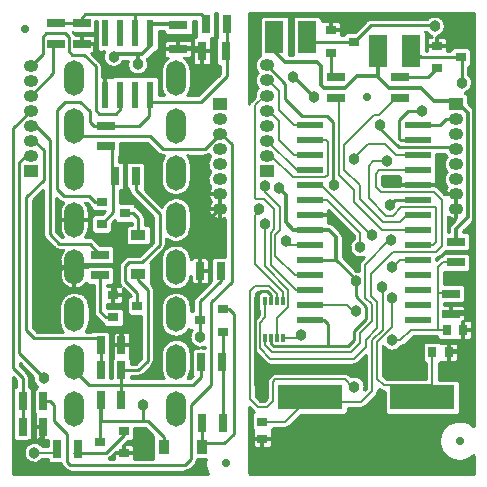
<source format=gbl>
%FSLAX24Y24*%
%MOIN*%
G70*
G01*
G75*
G04 Layer_Physical_Order=2*
G04 Layer_Color=48896*
%ADD10C,0.0098*%
%ADD11R,0.0299X0.0945*%
%ADD12R,0.0315X0.0354*%
%ADD13R,0.0354X0.0315*%
%ADD14R,0.0276X0.0394*%
%ADD15R,0.0236X0.0886*%
%ADD16R,0.0591X0.0295*%
%ADD17R,0.0295X0.0591*%
%ADD18R,0.0354X0.0315*%
%ADD19R,0.0492X0.0433*%
%ADD20R,0.0906X0.0906*%
%ADD21R,0.0197X0.0236*%
%ADD22R,0.0236X0.0197*%
%ADD23R,0.0394X0.0276*%
%ADD24R,0.0315X0.0630*%
%ADD25R,0.0846X0.0335*%
%ADD26C,0.0335*%
%ADD27R,0.0335X0.0846*%
%ADD28R,0.0886X0.0236*%
%ADD29C,0.0276*%
%ADD30C,0.0118*%
%ADD31C,0.0138*%
%ADD32C,0.0079*%
%ADD33C,0.0197*%
%ADD34O,0.0472X0.0394*%
%ADD35R,0.0472X0.0394*%
%ADD36O,0.0669X0.1181*%
%ADD37C,0.0380*%
%ADD38R,0.0630X0.0315*%
%ADD39R,0.0906X0.0236*%
%ADD40R,0.0630X0.1063*%
%ADD41R,0.0358X0.0480*%
%ADD42R,0.0480X0.0358*%
%ADD43R,0.0118X0.0295*%
%ADD44R,0.2165X0.0827*%
D10*
X9272Y1722D02*
G03*
X9418Y1783I0J207D01*
G01*
X9272Y1722D02*
G03*
X9418Y1783I0J207D01*
G01*
X8205Y2281D02*
G03*
X8239Y2254I146J146D01*
G01*
X8205Y2281D02*
G03*
X8239Y2254I146J146D01*
G01*
X8712Y3414D02*
G03*
X8652Y3268I146J-146D01*
G01*
X8712Y3414D02*
G03*
X8652Y3268I146J-146D01*
G01*
X8937Y3553D02*
G03*
X8791Y3493I0J-207D01*
G01*
X8937Y3553D02*
G03*
X8791Y3493I0J-207D01*
G01*
X11811Y2392D02*
G03*
X11957Y2452I0J207D01*
G01*
X11811Y2392D02*
G03*
X11957Y2452I0J207D01*
G01*
X11406Y3493D02*
G03*
X11260Y3553I-146J-146D01*
G01*
X11932Y3110D02*
G03*
X11453Y3446I-357J0D01*
G01*
X11406Y3493D02*
G03*
X11260Y3553I-146J-146D01*
G01*
X12321Y2816D02*
G03*
X12382Y2963I-146J146D01*
G01*
X12321Y2817D02*
G03*
X12382Y2963I-146J146D01*
G01*
X12413Y3003D02*
G03*
X12559Y2943I146J146D01*
G01*
X11912Y2991D02*
G03*
X11932Y3110I-337J119D01*
G01*
X12413Y3003D02*
G03*
X12559Y2943I146J146D01*
G01*
X8121Y12626D02*
G03*
X8071Y12543I146J-146D01*
G01*
X8122Y12626D02*
G03*
X8071Y12543I146J-146D01*
G01*
X8624Y3889D02*
G03*
X8770Y3829I146J146D01*
G01*
X8624Y3889D02*
G03*
X8770Y3829I146J146D01*
G01*
X8357Y13562D02*
G03*
X8358Y13061I265J-250D01*
G01*
D02*
G03*
X8261Y12766I265J-250D01*
G01*
X8415Y14112D02*
G03*
X8357Y13562I207J-300D01*
G01*
X11201Y8081D02*
G03*
X11134Y8241I-226J0D01*
G01*
X11201Y8081D02*
G03*
X11134Y8241I-226J0D01*
G01*
X10883Y8493D02*
G03*
X10722Y8559I-160J-160D01*
G01*
X10883Y8492D02*
G03*
X10722Y8559I-160J-160D01*
G01*
X11545Y3829D02*
G03*
X11691Y3889I0J207D01*
G01*
X11545Y3829D02*
G03*
X11691Y3889I0J207D01*
G01*
X11732Y6951D02*
G03*
X11643Y6970I-118J-337D01*
G01*
X11793Y7321D02*
G03*
X11732Y7175I146J-146D01*
G01*
X11793Y7321D02*
G03*
X11732Y7175I146J-146D01*
G01*
X12539Y4445D02*
G03*
X13127Y4440I295J201D01*
G01*
X11555Y8040D02*
G03*
X11890Y7419I217J-284D01*
G01*
X12126Y15374D02*
G03*
X11973Y15311I0J-217D01*
G01*
X12126Y15374D02*
G03*
X11973Y15310I0J-217D01*
G01*
X13127Y4440D02*
G03*
X13256Y4499I-16J206D01*
G01*
X13127Y4440D02*
G03*
X13256Y4500I-16J206D01*
G01*
X15551Y1787D02*
G03*
X15551Y811I-472J-488D01*
G01*
X14311Y7378D02*
G03*
X14448Y7462I-32J204D01*
G01*
X14382Y9729D02*
G03*
X14293Y9781I-146J-146D01*
G01*
X14382Y9729D02*
G03*
X14293Y9781I-146J-146D01*
G01*
X14498Y7457D02*
G03*
X14391Y7400I39J-203D01*
G01*
X14498Y7457D02*
G03*
X14391Y7400I39J-203D01*
G01*
X14670Y9760D02*
G03*
X14575Y9536I252J-237D01*
G01*
X14656Y10274D02*
G03*
X14670Y9760I265J-250D01*
G01*
X14656Y10774D02*
G03*
X14656Y10274I265J-250D01*
G01*
X14801Y8536D02*
G03*
X14734Y8376I160J-160D01*
G01*
X14801Y8536D02*
G03*
X14734Y8376I160J-160D01*
G01*
X13947Y14932D02*
G03*
X14152Y14775I305J186D01*
G01*
X14593Y10866D02*
G03*
X14656Y10774I328J157D01*
G01*
X14352Y14775D02*
G03*
X14609Y15118I-100J343D01*
G01*
D02*
G03*
X14003Y15374I-357J0D01*
G01*
X14695Y8761D02*
G03*
X14921Y8677I226J262D01*
G01*
X15514Y8610D02*
G03*
X15551Y8658I-160J160D01*
G01*
X15514Y8609D02*
G03*
X15551Y8658I-160J160D01*
G01*
Y12356D02*
G03*
X15514Y12404I-197J-112D01*
G01*
X15551Y12356D02*
G03*
X15514Y12405I-197J-112D01*
G01*
X15266Y12888D02*
G03*
X15515Y13228I-108J341D01*
G01*
D02*
G03*
X15374Y13513I-357J0D01*
G01*
X1197Y1112D02*
G03*
X1197Y699I-291J-207D01*
G01*
X1793Y561D02*
G03*
X1855Y437I215J30D01*
G01*
X1793Y561D02*
G03*
X1855Y437I215J30D01*
G01*
X738Y3404D02*
G03*
X675Y3557I-217J0D01*
G01*
X738Y3404D02*
G03*
X674Y3557I-217J0D01*
G01*
X866Y3434D02*
G03*
X1006Y3100I354J-48D01*
G01*
X1742Y5256D02*
G03*
X1853Y4941I502J0D01*
G01*
X1953Y339D02*
G03*
X2106Y276I153J153D01*
G01*
X1953Y339D02*
G03*
X2106Y276I153J153D01*
G01*
X3397Y709D02*
G03*
X3460Y752I-90J197D01*
G01*
X3397Y709D02*
G03*
X3461Y753I-90J197D01*
G01*
X2635Y4941D02*
G03*
X2746Y5256I-391J315D01*
G01*
X3134Y5261D02*
G03*
X3199Y5216I153J153D01*
G01*
X3134Y5260D02*
G03*
X3199Y5216I153J153D01*
G01*
X2746Y5768D02*
G03*
X1742Y5768I-502J0D01*
G01*
X2894Y5591D02*
G03*
X2957Y5437I217J0D01*
G01*
X2894Y5591D02*
G03*
X2957Y5437I217J0D01*
G01*
X1579Y7721D02*
G03*
X1732Y7657I153J153D01*
G01*
X1201Y8189D02*
G03*
X1264Y8036I217J0D01*
G01*
X1201Y8189D02*
G03*
X1265Y8036I217J0D01*
G01*
X1579Y7721D02*
G03*
X1732Y7657I153J153D01*
G01*
X1760Y6831D02*
G03*
X2648Y6564I484J0D01*
G01*
X1877Y7657D02*
G03*
X1760Y7343I367J-315D01*
G01*
Y8406D02*
G03*
X1877Y8091I484J0D01*
G01*
X2611D02*
G03*
X2728Y8406I-367J315D01*
G01*
X2899Y8027D02*
G03*
X2746Y8091I-153J-153D01*
G01*
X2900Y8027D02*
G03*
X2746Y8091I-153J-153D01*
G01*
X1877Y9233D02*
G03*
X1760Y8917I367J-315D01*
G01*
X1736Y9296D02*
G03*
X1877Y9233I153J153D01*
G01*
X1737Y9296D02*
G03*
X1877Y9233I153J153D01*
G01*
X2252Y14834D02*
G03*
X2206Y14911I-205J-70D01*
G01*
X2252Y14834D02*
G03*
X2206Y14911I-205J-70D01*
G01*
X2728Y8917D02*
G03*
X2611Y9232I-484J0D01*
G01*
X2760Y9119D02*
G03*
X2805Y9084I153J153D01*
G01*
X2760Y9119D02*
G03*
X2805Y9084I153J153D01*
G01*
X3726Y6613D02*
G03*
X3782Y6468I217J0D01*
G01*
X3726Y6613D02*
G03*
X3782Y6468I217J0D01*
G01*
X3790Y7279D02*
G03*
X3726Y7126I153J-153D01*
G01*
X3790Y7279D02*
G03*
X3726Y7126I153J-153D01*
G01*
X4070Y7469D02*
G03*
X3916Y7405I0J-217D01*
G01*
X4070Y7469D02*
G03*
X3916Y7406I0J-217D01*
G01*
X3169Y13780D02*
G03*
X3106Y13933I-217J0D01*
G01*
X3169Y13780D02*
G03*
X3106Y13933I-217J0D01*
G01*
X3237Y14272D02*
G03*
X3880Y13960I316J-167D01*
G01*
X4370Y3445D02*
G03*
X4523Y3508I0J217D01*
G01*
X4370Y3445D02*
G03*
X4524Y3509I0J217D01*
G01*
X4838Y3823D02*
G03*
X4902Y3976I-153J153D01*
G01*
X4838Y3823D02*
G03*
X4902Y3976I-153J153D01*
G01*
Y6339D02*
G03*
X4838Y6492I-217J0D01*
G01*
X4902Y6339D02*
G03*
X4838Y6492I-217J0D01*
G01*
X5128Y3681D02*
G03*
X5224Y3386I502J0D01*
G01*
X5925Y276D02*
G03*
X6078Y339I0J217D01*
G01*
X5925Y276D02*
G03*
X6079Y339I0J217D01*
G01*
X6132Y4193D02*
G03*
X5128Y4193I-502J0D01*
G01*
X6036Y3386D02*
G03*
X6132Y3681I-406J295D01*
G01*
X5128Y5256D02*
G03*
X6073Y5020I502J0D01*
G01*
X6295Y555D02*
G03*
X6358Y695I-153J153D01*
G01*
X6295Y556D02*
G03*
X6358Y695I-153J153D01*
G01*
X6620D02*
G03*
X6704Y197I664J-144D01*
G01*
X6483Y4400D02*
G03*
X6594Y4433I-46J354D01*
G01*
X6169Y4990D02*
G03*
X6391Y4400I268J-236D01*
G01*
X6132Y5768D02*
G03*
X5128Y5768I-502J0D01*
G01*
Y6831D02*
G03*
X6130Y6791I502J0D01*
G01*
Y7382D02*
G03*
X5128Y7343I-500J-40D01*
G01*
X6132D02*
G03*
X6130Y7382I-502J0D01*
G01*
X6264Y6098D02*
G03*
X6201Y5945I153J-153D01*
G01*
X6265Y6098D02*
G03*
X6201Y5945I153J-153D01*
G01*
X4587Y8737D02*
G03*
X4523Y8890I-217J0D01*
G01*
X4587Y8737D02*
G03*
X4523Y8891I-217J0D01*
G01*
X4363Y9051D02*
G03*
X4281Y9102I-153J-153D01*
G01*
X4363Y9050D02*
G03*
X4281Y9102I-153J-153D01*
G01*
X4065Y9656D02*
G03*
X4129Y9502I217J0D01*
G01*
X4065Y9656D02*
G03*
X4128Y9502I217J0D01*
G01*
X5232Y7682D02*
G03*
X5295Y7835I-153J153D01*
G01*
X5232Y7681D02*
G03*
X5295Y7835I-153J153D01*
G01*
X5239Y10807D02*
G03*
X5128Y10492I391J-315D01*
G01*
X4021Y13960D02*
G03*
X4718Y13848I340J-111D01*
G01*
D02*
G03*
X4672Y14023I-357J0D01*
G01*
X5043Y10871D02*
G03*
X5197Y10807I153J153D01*
G01*
X5044Y10871D02*
G03*
X5197Y10807I153J153D01*
G01*
X5128Y13130D02*
G03*
X5239Y12815I502J0D01*
G01*
X5358Y14063D02*
G03*
X5128Y13642I272J-422D01*
G01*
X5295Y8031D02*
G03*
X6132Y8406I335J374D01*
G01*
Y8917D02*
G03*
X5157Y9086I-502J0D01*
G01*
X5128Y9980D02*
G03*
X6132Y9980I502J0D01*
G01*
X6021Y12815D02*
G03*
X6132Y13130I-391J315D01*
G01*
Y10492D02*
G03*
X6021Y10807I-502J0D01*
G01*
X7126Y8678D02*
G03*
X7264Y8707I0J346D01*
G01*
X6808Y9274D02*
G03*
X7047Y8678I240J-250D01*
G01*
X6782Y10274D02*
G03*
X6795Y9761I265J-250D01*
G01*
D02*
G03*
X6808Y9274I252J-237D01*
G01*
X6587Y10807D02*
G03*
X6724Y10856I0J217D01*
G01*
X6782Y10774D02*
G03*
X6782Y10274I265J-250D01*
G01*
X6587Y10807D02*
G03*
X6724Y10856I0J217D01*
G01*
D02*
G03*
X6782Y10774I323J167D01*
G01*
X6132Y13642D02*
G03*
X5902Y14063I-502J0D01*
G01*
X3937Y5039D02*
Y6122D01*
X3898Y6161D02*
X3937Y6122D01*
X3543Y6161D02*
X3898D01*
X15157Y13228D02*
Y14055D01*
X14888Y11096D02*
X14961Y11024D01*
X12756Y9173D02*
X12913Y9331D01*
X13689D01*
X13691Y9333D01*
X13116Y11333D02*
X13691D01*
X13071Y11378D02*
X13116Y11333D01*
X13071Y11378D02*
Y12008D01*
X4070Y7253D02*
X4497D01*
X3943Y6613D02*
Y7126D01*
X4070Y7253D01*
X4497D02*
X5079Y7835D01*
Y8858D01*
X4281Y9656D02*
X5079Y8858D01*
X4766Y12598D02*
Y12835D01*
Y12598D02*
X6457D01*
X5197Y11024D02*
X6587D01*
X10974Y7333D02*
X11693Y6614D01*
X2165Y14173D02*
X2559D01*
X2047Y14291D02*
X2165Y14173D01*
X2047Y14291D02*
Y14764D01*
X2598Y15512D02*
X6467D01*
X1614Y15226D02*
X2441D01*
X1535D02*
X1614D01*
X2480D02*
Y15394D01*
X6467Y15512D02*
X6624Y15354D01*
X2480Y15394D02*
X2598Y15512D01*
X4281Y9656D02*
Y10118D01*
X4370Y6654D02*
Y6955D01*
Y6654D02*
X4685Y6339D01*
Y3976D02*
Y6339D01*
X4370Y8242D02*
Y8737D01*
X4210Y8898D02*
X4370Y8737D01*
X3937Y8898D02*
X4210D01*
X3943Y6613D02*
X4331Y6225D01*
Y5787D02*
Y6225D01*
X906Y4724D02*
X3071D01*
X7382Y5689D02*
X7559Y5512D01*
Y1535D02*
Y5512D01*
X1575Y1969D02*
X2008Y1535D01*
Y591D02*
Y1535D01*
Y591D02*
X2106Y492D01*
X6142Y709D02*
Y2480D01*
X5925Y492D02*
X6142Y709D01*
X2106Y492D02*
X5925D01*
X3120Y4488D02*
Y4675D01*
X3071Y4724D02*
X3120Y4675D01*
X4370Y3661D02*
X4685Y3976D01*
X3819Y4498D02*
Y4921D01*
X3937Y5039D01*
X6417Y4764D02*
Y5315D01*
X2323Y11457D02*
X4764D01*
X7313Y13455D02*
Y15197D01*
X6457Y12598D02*
X7313Y13455D01*
X2756Y11929D02*
Y12283D01*
X2441Y12598D02*
X2756Y12283D01*
X1929Y12598D02*
X2441D01*
X3071Y12205D02*
X3622D01*
X6467Y3435D02*
Y3937D01*
X3809Y3169D02*
X6201D01*
X6467Y3435D01*
X6142Y2480D02*
X6811Y3150D01*
Y5919D01*
X3809Y3169D02*
Y3661D01*
Y2677D02*
Y3169D01*
X2244Y3661D02*
Y3937D01*
Y3661D02*
X2736Y3169D01*
X3809D01*
X6587Y11024D02*
X7087Y11524D01*
X4764Y11457D02*
X5197Y11024D01*
X1181Y14754D02*
X1309Y14882D01*
X1181Y14204D02*
Y14754D01*
X787Y13810D02*
X1181Y14204D01*
X1929Y14882D02*
X2047Y14764D01*
X1309Y14882D02*
X1929D01*
X3622Y12205D02*
X3766Y12348D01*
X787Y12811D02*
X1535Y13559D01*
Y14537D01*
X3766Y12348D02*
Y12835D01*
X1654Y12323D02*
X1929Y12598D01*
X1654Y9685D02*
Y12323D01*
Y9685D02*
X1890Y9449D01*
X1575Y1969D02*
Y2480D01*
X5222Y1102D02*
Y1431D01*
X7195Y2126D02*
Y3661D01*
X6506Y980D02*
Y1969D01*
X13701Y12283D02*
X13819Y12402D01*
X13346Y12283D02*
X13701D01*
X13071Y12008D02*
X13346Y12283D01*
X3809Y3661D02*
X4370D01*
X10787Y13425D02*
Y14232D01*
X13465Y14409D02*
X13780Y14094D01*
X15118D01*
X14026Y13415D02*
X14331Y13720D01*
X13386Y13415D02*
X14026D01*
X3307Y906D02*
X3898Y1496D01*
X2234Y906D02*
X3307D01*
X1417Y2638D02*
X1575Y2480D01*
X1211Y2638D02*
X1417D01*
X522D02*
Y3404D01*
Y1772D02*
Y2638D01*
X2746Y7874D02*
X3110Y7510D01*
Y5591D02*
Y6821D01*
Y5591D02*
X3287Y5413D01*
X3543D01*
X3120Y3661D02*
Y4488D01*
X7205Y3750D02*
Y4941D01*
X14622Y12024D02*
X14961D01*
X14431Y11833D02*
X14622Y12024D01*
X13691Y11833D02*
X14431D01*
X10000Y14646D02*
X10039Y14606D01*
X11575D01*
X10089Y5333D02*
X10573D01*
X10709Y5197D01*
Y4488D02*
Y5197D01*
X8799Y5965D02*
Y6161D01*
X8661Y6299D02*
X8799Y6161D01*
Y4744D02*
X8799Y4744D01*
X8465Y6299D02*
X8661D01*
X10089Y7333D02*
X10974D01*
X11614Y6614D02*
X11693D01*
X8258Y6093D02*
X8465Y6299D01*
X8799Y4539D02*
Y4744D01*
Y4539D02*
X8890Y4449D01*
X3504Y10207D02*
X3593Y10118D01*
X3307Y11191D02*
X3504D01*
Y10207D02*
Y11191D01*
X3543Y10069D02*
X3593Y10118D01*
X6417Y5315D02*
Y5945D01*
X7116Y6644D01*
Y6969D01*
X7205Y5689D02*
X7382D01*
X6811Y5919D02*
X7480Y6588D01*
X7138Y11524D02*
X7480Y11181D01*
Y6588D02*
Y11181D01*
X9840Y12126D02*
X10669D01*
X4266Y14882D02*
Y15512D01*
X4726Y12128D02*
Y12835D01*
X3376Y11811D02*
X4409D01*
X4726Y12128D01*
X3543Y8917D02*
Y10069D01*
X3150Y8524D02*
X3543Y8917D01*
X2756Y11929D02*
X2884Y11801D01*
X3307D01*
Y11772D02*
X3337D01*
X3376Y11811D01*
X1417Y8189D02*
X1732Y7874D01*
X2746D01*
X2913Y9272D02*
X3150D01*
X2736Y9449D02*
X2913Y9272D01*
X1890Y9449D02*
X2736D01*
X15118Y14094D02*
X15157Y14055D01*
X12126Y15157D02*
X14252D01*
X11575Y14606D02*
X12126Y15157D01*
X14252Y15118D02*
Y15157D01*
X2953Y12323D02*
X3071Y12205D01*
X2953Y12323D02*
Y13780D01*
X2559Y14173D02*
X2953Y13780D01*
X787Y11311D02*
X894D01*
X787Y11811D02*
X945D01*
X1417Y11339D01*
Y8189D02*
Y11339D01*
X614Y10811D02*
X787D01*
X197Y3728D02*
Y11720D01*
Y3728D02*
X522Y3404D01*
X197Y11720D02*
X787Y12311D01*
X1220Y10000D02*
Y10984D01*
X894Y11311D02*
X1220Y10984D01*
X8258Y3356D02*
Y4429D01*
Y3356D02*
X8386Y3228D01*
X8258Y4429D02*
Y6093D01*
X11614Y6122D02*
Y6614D01*
Y6122D02*
X11959Y5778D01*
Y5358D02*
Y5778D01*
X11575Y4974D02*
X11959Y5358D01*
X8890Y4449D02*
X11358D01*
X11575Y4665D01*
Y4974D01*
X12293Y11801D02*
X12343D01*
X13061Y11083D01*
X14888D01*
X10856Y9892D02*
X10906Y9843D01*
X10856Y9892D02*
Y11939D01*
X10669Y12126D02*
X10856Y11939D01*
X9262Y12704D02*
X9840Y12126D01*
X9262Y12704D02*
Y13211D01*
X8661Y13812D02*
X9262Y13211D01*
X8071Y413D02*
X8287Y197D01*
X8071Y468D02*
X8342Y197D01*
X8071Y524D02*
X8398Y197D01*
X8071Y580D02*
X8454Y197D01*
X8071Y236D02*
X8110Y197D01*
X8071Y246D02*
X8120Y197D01*
X8071Y301D02*
X8175Y197D01*
X8071Y357D02*
X8231Y197D01*
X8071Y888D02*
X8254Y1071D01*
X8071Y833D02*
X8309Y1071D01*
X8071Y1055D02*
X8178Y1162D01*
X8071Y1000D02*
X8178Y1107D01*
X8071Y721D02*
X8421Y1071D01*
X8071Y666D02*
X8476Y1071D01*
X8071Y944D02*
X8198Y1071D01*
X8071Y777D02*
X8365Y1071D01*
X8071Y858D02*
X8732Y197D01*
X8071Y914D02*
X8788Y197D01*
X8071Y969D02*
X8843Y197D01*
X8071Y1025D02*
X8899Y197D01*
X8071Y635D02*
X8509Y197D01*
X8071Y691D02*
X8565Y197D01*
X8071Y747D02*
X8621Y197D01*
X8071Y802D02*
X8676Y197D01*
X8071Y1081D02*
X8955Y197D01*
X8071Y1136D02*
X9010Y197D01*
X8071Y332D02*
X8810Y1071D01*
X8071Y276D02*
X9970Y2175D01*
X8071Y443D02*
X8699Y1071D01*
X8071Y387D02*
X8755Y1071D01*
X8071Y610D02*
X8532Y1071D01*
X8071Y499D02*
X8643Y1071D01*
X8071Y554D02*
X8588Y1071D01*
X8071Y1724D02*
X8159Y1812D01*
X8071Y1805D02*
X8159Y1716D01*
X8071Y1779D02*
X8159Y1868D01*
X8071Y1860D02*
X8159Y1772D01*
X8071Y1693D02*
X8159Y1605D01*
X8071Y1557D02*
X8159Y1645D01*
X8071Y1668D02*
X8159Y1757D01*
X8071Y1749D02*
X8159Y1660D01*
X8071Y2002D02*
X8159Y2091D01*
X8071Y2083D02*
X8159Y1994D01*
X8071Y2058D02*
X8159Y2146D01*
X8071Y2139D02*
X8159Y2050D01*
X8071Y1835D02*
X8159Y1924D01*
X8071Y1916D02*
X8159Y1827D01*
X8071Y2027D02*
X8159Y1939D01*
X8071Y1972D02*
X8159Y1883D01*
X8071Y1891D02*
X8159Y1979D01*
X8071Y1223D02*
X8178Y1329D01*
X8071Y1303D02*
X8178Y1197D01*
X8071Y1278D02*
X8178Y1385D01*
X8071Y1359D02*
X8178Y1252D01*
X8071Y1111D02*
X8178Y1218D01*
X8071Y1192D02*
X8178Y1085D01*
X8071Y1167D02*
X8178Y1274D01*
X8071Y1248D02*
X8178Y1141D01*
X8071Y1582D02*
X8178Y1475D01*
X8071Y1445D02*
X8178Y1552D01*
X8071Y1501D02*
X8174Y1604D01*
X8071Y1637D02*
X8178Y1531D01*
X8071Y1334D02*
X8178Y1441D01*
X8071Y1415D02*
X8178Y1308D01*
X8071Y1526D02*
X8178Y1419D01*
X8071Y1470D02*
X8178Y1364D01*
X8071Y1390D02*
X8178Y1496D01*
X8359Y1071D02*
X9233Y197D01*
X8414Y1071D02*
X9289Y197D01*
X8192Y1071D02*
X9066Y197D01*
X8303Y1071D02*
X9177Y197D01*
X8581Y1071D02*
X9456Y197D01*
X8637Y1071D02*
X9512Y197D01*
X8470Y1071D02*
X9344Y197D01*
X8526Y1071D02*
X9400Y197D01*
X8804Y1071D02*
X9679Y197D01*
X8830Y1101D02*
X9734Y197D01*
X8693Y1071D02*
X9567Y197D01*
X8748Y1071D02*
X9623Y197D01*
X8830Y1156D02*
X9790Y197D01*
X8830Y1212D02*
X9846Y197D01*
X8830Y1268D02*
X9901Y197D01*
X8830Y1323D02*
X9957Y197D01*
X8830Y1379D02*
X10013Y197D01*
X8848Y1639D02*
X10291Y197D01*
X8830Y1546D02*
X10180Y197D01*
X8830Y1602D02*
X10235Y197D01*
X8988Y1722D02*
X10514Y197D01*
X9044Y1722D02*
X10569Y197D01*
X8848Y1695D02*
X10347Y197D01*
X8877Y1722D02*
X10402Y197D01*
X8326D02*
X10304Y2175D01*
X8381Y197D02*
X10360Y2175D01*
X8159Y197D02*
X10137Y2175D01*
X8214Y197D02*
X10193Y2175D01*
X8932Y1722D02*
X10458Y197D01*
X8604D02*
X10583Y2175D01*
X8437Y197D02*
X10415Y2175D01*
X8548Y197D02*
X10527Y2175D01*
X8493Y197D02*
X10471Y2175D01*
X8178Y1071D02*
Y1604D01*
Y1141D02*
X8247Y1071D01*
X8178D02*
X8830D01*
Y1604D01*
X8755Y1071D02*
X8830Y1147D01*
X8178Y1604D02*
Y1685D01*
X8830Y1481D02*
X9072Y1722D01*
X8071Y1946D02*
X8159Y2035D01*
X8071Y1612D02*
X8159Y1701D01*
X8830Y1604D02*
Y1685D01*
Y1537D02*
X9016Y1722D01*
X8848Y1604D02*
Y1722D01*
Y1610D02*
X8961Y1722D01*
X8848Y1666D02*
X8905Y1722D01*
X8247Y1071D02*
X9122Y197D01*
X8830Y1491D02*
X10124Y197D01*
X8830Y1314D02*
X9239Y1722D01*
X8830Y1435D02*
X10068Y197D01*
X8830Y1370D02*
X9183Y1722D01*
X8830Y1258D02*
X9296Y1724D01*
X8830Y1425D02*
X9128Y1722D01*
X8848D02*
X9272D01*
X8107Y200D02*
X10081Y2175D01*
X8270Y197D02*
X10248Y2175D01*
X8830Y1091D02*
X9914Y2175D01*
X8107Y200D02*
X10081Y2175D01*
X8830Y1202D02*
X9383Y1755D01*
X8830Y1147D02*
X9859Y2175D01*
X9418Y1783D02*
X9810Y2175D01*
X8071Y2194D02*
X8159Y2106D01*
Y1604D02*
Y2254D01*
X8071Y2250D02*
X8159Y2161D01*
X8071Y2113D02*
X8159Y2202D01*
X8211Y2254D01*
X8159D02*
X8239D01*
X8071Y236D02*
Y2415D01*
Y2361D02*
X8178Y2254D01*
X8071Y2336D02*
X8111Y2376D01*
X8071Y2415D02*
X8205Y2281D01*
X8071Y2306D02*
X8159Y2217D01*
X8071Y2169D02*
X8194Y2292D01*
X8071Y2280D02*
X8138Y2348D01*
X8071Y2225D02*
X8166Y2320D01*
X8284Y2872D02*
X8522Y2634D01*
X8079Y228D02*
X10026Y2175D01*
X8284Y2786D02*
X8437Y2634D01*
X8284Y2816D02*
X8466Y2634D01*
X8284Y2927D02*
X8574Y2637D01*
X8284Y2983D02*
X8602Y2665D01*
X8347Y2724D02*
X8652Y3028D01*
X8375Y2696D02*
X8652Y2972D01*
X8284Y3039D02*
X8630Y2693D01*
X8284Y3094D02*
X8652Y2727D01*
X8284Y2828D02*
X8652Y3195D01*
X8284Y3150D02*
X8652Y2783D01*
X8292Y2779D02*
X8652Y3140D01*
X8319Y2752D02*
X8652Y3084D01*
X8284Y2786D02*
Y4228D01*
Y3206D02*
X8652Y2838D01*
X8284Y2884D02*
X8652Y3251D01*
X8284Y3484D02*
X8652Y3117D01*
X8284Y3428D02*
X8652Y3061D01*
X8284Y3595D02*
X8652Y3228D01*
X8284Y3540D02*
X8652Y3173D01*
X8284Y3261D02*
X8652Y2894D01*
X8284Y2939D02*
X8656Y3311D01*
X8284Y3373D02*
X8652Y3006D01*
X8284Y3317D02*
X8652Y2950D01*
X8284Y3663D02*
X8567Y3946D01*
X8284Y3608D02*
X8595Y3918D01*
X8284Y3775D02*
X8511Y4001D01*
X8284Y3719D02*
X8539Y3974D01*
X8284Y3651D02*
X8652Y3283D01*
X8284Y3707D02*
X8661Y3330D01*
X8284Y3552D02*
X8623Y3890D01*
X8284Y3762D02*
X8678Y3369D01*
X8284Y3496D02*
X8653Y3865D01*
X8284Y3051D02*
X9062Y3829D01*
X8284Y2995D02*
X9118Y3829D01*
X8284Y3162D02*
X8951Y3829D01*
X8284Y3106D02*
X9007Y3829D01*
X8284Y3273D02*
X8840Y3829D01*
X8284Y3218D02*
X8895Y3829D01*
X8284Y3818D02*
X8701Y3402D01*
X8284Y3329D02*
X8784Y3829D01*
X8284Y4041D02*
X8813Y3512D01*
X8284Y4096D02*
X8848Y3533D01*
X8284Y4152D02*
X8889Y3548D01*
X8284Y4208D02*
X8939Y3553D01*
X8284Y3874D02*
X8728Y3430D01*
X8284Y3385D02*
X8732Y3832D01*
X8284Y3441D02*
X8689Y3845D01*
X8284Y3929D02*
X8756Y3458D01*
X8284Y3985D02*
X8784Y3486D01*
X8437Y2634D02*
X8571D01*
X8480D02*
X8652Y2805D01*
X8403Y2668D02*
X8652Y2917D01*
X8431Y2640D02*
X8652Y2861D01*
X8536Y2634D02*
X8652Y2750D01*
X8571Y2634D02*
X8652Y2715D01*
Y3268D01*
X8712Y3414D02*
X8791Y3493D01*
X8711Y3837D02*
X8995Y3553D01*
X8775Y3829D02*
X9050Y3553D01*
X8831Y3829D02*
X9106Y3553D01*
X8894Y3549D02*
X9174Y3829D01*
X8886D02*
X9162Y3553D01*
X9232D02*
X9508Y3829D01*
X9276D02*
X9552Y3553D01*
X9177D02*
X9452Y3829D01*
X9220D02*
X9496Y3553D01*
X9344D02*
X9619Y3829D01*
X9387D02*
X9663Y3553D01*
X9288D02*
X9564Y3829D01*
X9332D02*
X9607Y3553D01*
X8998Y3829D02*
X9273Y3553D01*
X9010D02*
X9285Y3829D01*
X8942D02*
X9218Y3553D01*
X8954D02*
X9229Y3829D01*
X9121Y3553D02*
X9396Y3829D01*
X9165D02*
X9440Y3553D01*
X9053Y3829D02*
X9329Y3553D01*
X9109Y3829D02*
X9385Y3553D01*
X9065D02*
X9341Y3829D01*
X9721D02*
X9997Y3553D01*
X9733D02*
X10009Y3829D01*
X9666D02*
X9941Y3553D01*
X9678D02*
X9953Y3829D01*
X9833D02*
X10108Y3553D01*
X9845D02*
X10120Y3829D01*
X9777D02*
X10053Y3553D01*
X9789D02*
X10065Y3829D01*
X9455Y3553D02*
X9731Y3829D01*
X9499D02*
X9774Y3553D01*
X9399D02*
X9675Y3829D01*
X9443D02*
X9719Y3553D01*
X9610Y3829D02*
X9886Y3553D01*
X9622D02*
X9898Y3829D01*
X9511Y3553D02*
X9786Y3829D01*
X9566Y3553D02*
X9842Y3829D01*
X9554D02*
X9830Y3553D01*
X10179D02*
X10454Y3829D01*
X10223D02*
X10498Y3553D01*
X10123D02*
X10399Y3829D01*
X10167D02*
X10442Y3553D01*
X10290D02*
X10566Y3829D01*
X10334D02*
X10609Y3553D01*
X10234D02*
X10510Y3829D01*
X10278D02*
X10554Y3553D01*
X9944Y3829D02*
X10220Y3553D01*
X9956D02*
X10232Y3829D01*
X9888D02*
X10164Y3553D01*
X9900D02*
X10176Y3829D01*
X10067Y3553D02*
X10343Y3829D01*
X10111D02*
X10387Y3553D01*
X10000Y3829D02*
X10275Y3553D01*
X10055Y3829D02*
X10331Y3553D01*
X10012D02*
X10287Y3829D01*
X9211Y1722D02*
X10736Y197D01*
X9267Y1722D02*
X10792Y197D01*
X9099Y1722D02*
X10625Y197D01*
X9155Y1722D02*
X10681Y197D01*
X9394Y1762D02*
X10959Y197D01*
X9423Y1788D02*
X11015Y197D01*
X9317Y1728D02*
X10848Y197D01*
X9359Y1742D02*
X10903Y197D01*
X8771D02*
X10750Y2175D01*
X8827Y197D02*
X10805Y2175D01*
X8660Y197D02*
X10638Y2175D01*
X8716Y197D02*
X10694Y2175D01*
X8994Y197D02*
X10972Y2175D01*
X9050Y197D02*
X11028Y2175D01*
X8883Y197D02*
X10861Y2175D01*
X8938Y197D02*
X10917Y2175D01*
X9451Y1816D02*
X11070Y197D01*
X9479Y1844D02*
X11126Y197D01*
X9217D02*
X11195Y2175D01*
X8110Y197D02*
X15551D01*
X9562Y1928D02*
X11293Y197D01*
X9590Y1955D02*
X11349Y197D01*
X9507Y1872D02*
X11182Y197D01*
X9535Y1900D02*
X11238Y197D01*
X9272D02*
X11251Y2175D01*
X9328Y197D02*
X11306Y2175D01*
X9105Y197D02*
X11084Y2175D01*
X9161Y197D02*
X11139Y2175D01*
X9551Y197D02*
X11746Y2392D01*
X9606Y197D02*
X11801Y2392D01*
X9384Y197D02*
X11579Y2392D01*
X9495Y197D02*
X11690Y2392D01*
X9439Y197D02*
X11634Y2392D01*
X9674Y2039D02*
X11516Y197D01*
X9702Y2067D02*
X11572Y197D01*
X9618Y1983D02*
X11405Y197D01*
X9646Y2011D02*
X11460Y197D01*
X9729Y2095D02*
X11627Y197D01*
X9757Y2122D02*
X11683Y197D01*
X9810Y2175D02*
X11348D01*
X9785Y2150D02*
X11739Y197D01*
X9872Y2175D02*
X11850Y197D01*
X9927Y2175D02*
X11906Y197D01*
X9816Y2175D02*
X11794Y197D01*
X9662D02*
X11864Y2399D01*
X10150Y2175D02*
X12128Y197D01*
X10206Y2175D02*
X12184Y197D01*
X9983Y2175D02*
X11961Y197D01*
X10094Y2175D02*
X12073Y197D01*
X10039Y2175D02*
X12017Y197D01*
X10428Y2175D02*
X12407Y197D01*
X10484Y2175D02*
X12462Y197D01*
X10317Y2175D02*
X12295Y197D01*
X10373Y2175D02*
X12351Y197D01*
X10707Y2175D02*
X12685Y197D01*
X10720D02*
X12698Y2175D01*
X10540D02*
X12518Y197D01*
X10595Y2175D02*
X12574Y197D01*
X10442D02*
X12589Y2344D01*
X10497Y197D02*
X12589Y2288D01*
X10261Y2175D02*
X12240Y197D01*
X10386D02*
X12589Y2400D01*
X10664Y197D02*
X12643Y2175D01*
X10762D02*
X12741Y197D01*
X10553D02*
X12589Y2233D01*
X10651Y2175D02*
X12629Y197D01*
X10609D02*
X12589Y2177D01*
X11054Y197D02*
X13032Y2175D01*
X11097D02*
X13075Y197D01*
X10998D02*
X12977Y2175D01*
X11041D02*
X13019Y197D01*
X11165D02*
X13144Y2175D01*
X11208D02*
X13186Y197D01*
X11110D02*
X13088Y2175D01*
X11152D02*
X13131Y197D01*
X10831D02*
X12810Y2175D01*
X10874D02*
X12852Y197D01*
X10776D02*
X12754Y2175D01*
X10818D02*
X12797Y197D01*
X10943D02*
X12921Y2175D01*
X10985D02*
X12964Y197D01*
X10887D02*
X12865Y2175D01*
X10930D02*
X12908Y197D01*
X11277D02*
X13255Y2175D01*
X11319D02*
X13298Y197D01*
X11221D02*
X13199Y2175D01*
X11264D02*
X13242Y197D01*
X11444D02*
X13422Y2175D01*
X12056Y197D02*
X14035Y2175D01*
X11332Y197D02*
X13311Y2175D01*
X11388Y197D02*
X13366Y2175D01*
X11348Y2202D02*
X13353Y197D01*
X11348Y2257D02*
X13409Y197D01*
X11348Y2313D02*
X13465Y197D01*
X11348Y2369D02*
X13520Y197D01*
X11826Y2392D02*
X14021Y197D01*
X12390D02*
X14369Y2175D01*
X11381Y2392D02*
X13576Y197D01*
X11492Y2392D02*
X13687Y197D01*
X11437Y2392D02*
X13632Y197D01*
X11499D02*
X13478Y2175D01*
X11555Y197D02*
X13533Y2175D01*
X11251D02*
X11348Y2273D01*
X11306Y2175D02*
X11348Y2217D01*
X11722Y197D02*
X13700Y2175D01*
X11778Y197D02*
X13756Y2175D01*
X11611Y197D02*
X13589Y2175D01*
X11666Y197D02*
X13645Y2175D01*
X11348D02*
Y2392D01*
Y2217D02*
X11523Y2392D01*
X11348Y2273D02*
X11467Y2392D01*
X11348D02*
X11811D01*
X11548D02*
X13743Y197D01*
X11604Y2392D02*
X13799Y197D01*
X11348Y2329D02*
X11412Y2392D01*
X11945Y197D02*
X13923Y2175D01*
X12001Y197D02*
X13979Y2175D01*
X11833Y197D02*
X13812Y2175D01*
X11889Y197D02*
X13868Y2175D01*
X12279Y197D02*
X14257Y2175D01*
X12446Y197D02*
X14424Y2175D01*
X12112Y197D02*
X14090Y2175D01*
X12168Y197D02*
X14146Y2175D01*
X11771Y2392D02*
X13966Y197D01*
X11873Y2401D02*
X14077Y197D01*
X11660Y2392D02*
X13854Y197D01*
X11715Y2392D02*
X13910Y197D01*
X12335D02*
X14313Y2175D01*
X12502Y197D02*
X14480Y2175D01*
X11912Y2418D02*
X14133Y197D01*
X12223D02*
X14202Y2175D01*
X11945Y2441D02*
X14188Y197D01*
X11113Y3829D02*
X11486Y3456D01*
X11169Y3829D02*
X11533Y3465D01*
X11225Y3829D02*
X11586Y3467D01*
X11406Y3493D02*
X11453Y3446D01*
X11280Y3829D02*
X11650Y3460D01*
X11336Y3829D02*
X11735Y3429D01*
X11392Y3829D02*
X11968Y3252D01*
X11402Y3496D02*
X11968Y4062D01*
X11402Y3496D02*
X11968Y4062D01*
X11503Y3829D02*
X11968Y3363D01*
X11447Y3829D02*
X11968Y3308D01*
X11469Y3452D02*
X11968Y3951D01*
X11558Y3829D02*
X11968Y3419D01*
X10052Y197D02*
X12589Y2734D01*
X10107Y197D02*
X12589Y2678D01*
X9940Y197D02*
X12589Y2845D01*
X9996Y197D02*
X12589Y2789D01*
X10275Y197D02*
X12589Y2511D01*
X10330Y197D02*
X12589Y2455D01*
X10163Y197D02*
X12589Y2622D01*
X10219Y197D02*
X12589Y2567D01*
X9829Y197D02*
X12575Y2943D01*
X9885Y197D02*
X12589Y2901D01*
X9718Y197D02*
X12480Y2959D01*
X9773Y197D02*
X12523Y2946D01*
X11596Y3467D02*
X11968Y3840D01*
X11539Y3466D02*
X11968Y3895D01*
X11371Y3521D02*
X11968Y4118D01*
X11605Y3838D02*
X11968Y3475D01*
X11430Y3468D02*
X11968Y4007D01*
X10668Y3829D02*
X10944Y3553D01*
X10680D02*
X10955Y3829D01*
X10612D02*
X10888Y3553D01*
X10624D02*
X10900Y3829D01*
X10779D02*
X11055Y3553D01*
X10791D02*
X11067Y3829D01*
X10724D02*
X10999Y3553D01*
X10736D02*
X11011Y3829D01*
X10401Y3553D02*
X10677Y3829D01*
X10445D02*
X10721Y3553D01*
X10346D02*
X10621Y3829D01*
X10390D02*
X10665Y3553D01*
X10557Y3829D02*
X10832Y3553D01*
X10569D02*
X10844Y3829D01*
X10457Y3553D02*
X10733Y3829D01*
X10513Y3553D02*
X10788Y3829D01*
X10501D02*
X10776Y3553D01*
X10847D02*
X11122Y3829D01*
X10891D02*
X11166Y3553D01*
X10835Y3829D02*
X11111Y3553D01*
X8937D02*
X11260D01*
X10958D02*
X11234Y3829D01*
X11002D02*
X11278Y3552D01*
X10903Y3553D02*
X11178Y3829D01*
X10946D02*
X11222Y3553D01*
X11014D02*
X11290Y3829D01*
X11058D02*
X11358Y3528D01*
X11070Y3553D02*
X11345Y3829D01*
X11125Y3553D02*
X11401Y3829D01*
X11334Y3539D02*
X11655Y3860D01*
X11645Y3854D02*
X11968Y3530D01*
X11181Y3553D02*
X11457Y3829D01*
X11237Y3553D02*
X11512Y3829D01*
X11290Y3551D02*
X11569Y3830D01*
X11957Y2452D02*
X12321Y2816D01*
X12251Y2746D02*
X12589Y2409D01*
X12279Y2774D02*
X12589Y2465D01*
X12375Y2910D02*
X12443Y2978D01*
X12382Y2972D02*
X12413Y3003D01*
X11912Y2991D02*
X11968Y3048D01*
X11930Y3068D02*
X11959Y3039D01*
X11917Y3009D02*
X11968Y3060D01*
X12382Y2963D02*
Y3034D01*
X11931Y3078D02*
X11968Y3116D01*
X12382Y3034D02*
X12413Y3004D01*
X11968Y3048D02*
Y4166D01*
X12029Y2524D02*
X14355Y197D01*
X12056Y2552D02*
X14411Y197D01*
X11973Y2468D02*
X14244Y197D01*
X12001Y2496D02*
X14300Y197D01*
X12084Y2579D02*
X14467Y197D01*
X12112Y2607D02*
X14523Y197D01*
X12168Y2663D02*
X12589Y2242D01*
X12140Y2635D02*
X12589Y2186D01*
X12224Y2719D02*
X12589Y2354D01*
X12196Y2691D02*
X12589Y2298D01*
X12334Y2831D02*
X12589Y2576D01*
X12307Y2802D02*
X12589Y2521D01*
X12373Y2903D02*
X12589Y2688D01*
X12357Y2864D02*
X12589Y2632D01*
X12488Y2956D02*
X12589Y2855D01*
X12382Y2950D02*
X12589Y2743D01*
X12382Y3006D02*
X12589Y2799D01*
X11876Y3302D02*
X11968Y3394D01*
X11894Y3271D02*
X11968Y3196D01*
X11827Y3364D02*
X11968Y3506D01*
X11853Y3334D02*
X11968Y3450D01*
X11925Y3183D02*
X11968Y3227D01*
X11932Y3122D02*
X11968Y3085D01*
X11896Y3266D02*
X11968Y3338D01*
X11913Y3227D02*
X11968Y3283D01*
X11645Y3461D02*
X11968Y3784D01*
X11689Y3449D02*
X11968Y3728D01*
X11706Y3904D02*
X11968Y3642D01*
X11678Y3877D02*
X11968Y3586D01*
X11765Y3413D02*
X11968Y3617D01*
X11797Y3390D02*
X11968Y3561D01*
X11762Y3960D02*
X11968Y3753D01*
X11729Y3433D02*
X11968Y3673D01*
X11734Y3932D02*
X11968Y3697D01*
X11924Y3185D02*
X11968Y3141D01*
X11931Y3134D02*
X11968Y3171D01*
X12539Y3516D02*
X12699Y3356D01*
X12539Y3572D02*
X12755Y3356D01*
X12539Y3628D02*
X12811Y3356D01*
X12539Y3683D02*
X12866Y3356D01*
X12539Y3739D02*
X12922Y3356D01*
X12539Y3795D02*
X12978Y3356D01*
X12539Y3462D02*
Y4445D01*
Y3464D02*
X13869Y4793D01*
X12539Y3798D02*
X13202Y4460D01*
X12539Y3520D02*
X13813Y4793D01*
X12539Y3850D02*
X13033Y3356D01*
X12539Y4240D02*
X13423Y3356D01*
X12539Y4296D02*
X13479Y3356D01*
X12539Y4351D02*
X13534Y3356D01*
X12539Y4407D02*
X13590Y3356D01*
X8071Y12637D02*
X8258Y12824D01*
X8071Y12581D02*
X8260Y12770D01*
X8071Y12773D02*
X8170Y12674D01*
X8071Y12829D02*
X8197Y12702D01*
X8071Y12662D02*
X8114Y12619D01*
X8071Y12717D02*
X8142Y12647D01*
X8071Y13138D02*
X8258Y13325D01*
X8071Y13082D02*
X8260Y13271D01*
X8071Y13497D02*
X8258Y13310D01*
X8071Y13441D02*
X8263Y13249D01*
X8071Y12884D02*
X8225Y12730D01*
X8071Y12940D02*
X8253Y12758D01*
X8071Y12996D02*
X8258Y12809D01*
X8071Y13051D02*
X8261Y12861D01*
X8071Y12915D02*
X8299Y13143D01*
X8071Y12859D02*
X8320Y13108D01*
X8071Y12971D02*
X8282Y13182D01*
X8071Y13163D02*
X8285Y12949D01*
X8071Y12692D02*
X8266Y12887D01*
X8071Y12748D02*
X8296Y12973D01*
X8071Y13107D02*
X8271Y12907D01*
X8071Y12804D02*
X8344Y13077D01*
X8071Y13193D02*
X8266Y13388D01*
X8071Y13249D02*
X8296Y13474D01*
X8071Y13360D02*
X8319Y13609D01*
X8071Y13305D02*
X8343Y13577D01*
X8071Y13218D02*
X8303Y12986D01*
X8071Y13274D02*
X8324Y13021D01*
X8071Y13026D02*
X8269Y13224D01*
X8071Y13330D02*
X8349Y13052D01*
X8071Y13385D02*
X8287Y13170D01*
X8071Y13472D02*
X8282Y13682D01*
X8071Y13720D02*
X8303Y13487D01*
X8071Y13583D02*
X8260Y13772D01*
X8071Y13527D02*
X8268Y13725D01*
X8071Y13553D02*
X8261Y13362D01*
X8071Y13608D02*
X8271Y13408D01*
X8071Y13664D02*
X8285Y13450D01*
X8071Y13416D02*
X8299Y13644D01*
X8071Y13998D02*
X8258Y13811D01*
X8071Y14054D02*
X8261Y13863D01*
X8071Y14109D02*
X8271Y13909D01*
X8071Y14165D02*
X8285Y13951D01*
X8071Y13639D02*
X8258Y13826D01*
X8071Y13887D02*
X8286Y13672D01*
X8071Y13942D02*
X8263Y13750D01*
X8071Y13694D02*
X8266Y13890D01*
X8071Y13750D02*
X8297Y13976D01*
X8071Y13973D02*
X8415Y14317D01*
X8071Y13917D02*
X8415Y14262D01*
X8071Y14221D02*
X8303Y13988D01*
X8071Y14276D02*
X8325Y14022D01*
X8071Y13775D02*
X8324Y13522D01*
X8071Y13831D02*
X8349Y13553D01*
X8071Y13861D02*
X8415Y14206D01*
X8071Y13806D02*
X8415Y14150D01*
X8071Y14499D02*
X8415Y14155D01*
X8071Y14140D02*
X8415Y14484D01*
X8071Y14555D02*
X8415Y14210D01*
X8071Y14196D02*
X8415Y14540D01*
X8071Y14332D02*
X8350Y14053D01*
X8071Y14028D02*
X8415Y14373D01*
X8071Y14388D02*
X8377Y14081D01*
X8071Y14084D02*
X8415Y14429D01*
X8071Y14443D02*
X8408Y14106D01*
X8284Y5488D02*
X8335Y5438D01*
X8284Y5544D02*
X8363Y5466D01*
X8284Y5767D02*
X8376Y5675D01*
X8284Y5612D02*
X8376Y5703D01*
X8284Y4109D02*
X8344Y4169D01*
X8284Y4053D02*
X8372Y4141D01*
X8284Y5433D02*
X8307Y5410D01*
X8284Y4164D02*
X8316Y4196D01*
X8284Y5822D02*
X8376Y5731D01*
X8284Y5723D02*
X8376Y5815D01*
X8284Y5878D02*
X8376Y5787D01*
X8284Y5779D02*
X8376Y5871D01*
X8284Y5388D02*
Y6201D01*
X8376Y5650D02*
Y6260D01*
X8284Y5934D02*
X8376Y5842D01*
X8284Y5835D02*
X8376Y5926D01*
X8284Y3942D02*
X8428Y4085D01*
X8284Y4228D02*
X8623Y3889D01*
X8284Y5388D02*
X8396Y5499D01*
X8284Y3997D02*
X8400Y4113D01*
X8284Y3886D02*
X8456Y4057D01*
X8284Y3830D02*
X8483Y4029D01*
X8284Y5445D02*
X8396Y5556D01*
X8284Y5389D02*
X8396Y5500D01*
X8284Y5600D02*
X8390Y5494D01*
X8284Y5501D02*
X8396Y5612D01*
X8284Y5655D02*
X8396Y5544D01*
Y5499D02*
Y5650D01*
X8284Y5668D02*
X8376Y5759D01*
X8284Y5556D02*
X8378Y5650D01*
X8284Y5711D02*
X8396Y5600D01*
X8284Y6057D02*
X8376Y6149D01*
X8284Y6002D02*
X8376Y6093D01*
X8284Y6113D02*
X8376Y6205D01*
X8284Y6157D02*
X8376Y6065D01*
X8284Y5990D02*
X8376Y5898D01*
X8284Y5890D02*
X8376Y5982D01*
X8284Y6045D02*
X8376Y5954D01*
X8284Y5946D02*
X8376Y6038D01*
X8122Y12627D02*
X8261Y12766D01*
X8284Y6169D02*
X8376Y6260D01*
X8318Y6235D02*
X8376Y6176D01*
X8290Y6207D02*
X8376Y6121D01*
X8284Y6201D02*
X8343Y6260D01*
X8376D01*
X8348D02*
X8376Y6232D01*
X8284Y6101D02*
X8376Y6009D01*
X9380Y14304D02*
X9518Y14166D01*
X9380Y14163D02*
X9518D01*
X9431D02*
X9518Y14250D01*
X9486Y14163D02*
X9518Y14195D01*
X9380Y14192D02*
X9409Y14163D01*
X9380Y14248D02*
X9464Y14163D01*
X9380Y14335D02*
X9518Y14473D01*
X9380Y14471D02*
X9518Y14333D01*
X9380Y14391D02*
X9518Y14529D01*
X9380Y14526D02*
X9518Y14388D01*
X9380Y14359D02*
X9518Y14221D01*
X9380Y14168D02*
X9518Y14306D01*
X9380Y14280D02*
X9518Y14417D01*
X9380Y14224D02*
X9518Y14362D01*
X9380Y14415D02*
X9518Y14277D01*
X8071Y14722D02*
X8415Y14377D01*
X8071Y14363D02*
X8415Y14707D01*
X8071Y14777D02*
X8415Y14433D01*
X8071Y14418D02*
X8415Y14763D01*
X8071Y14610D02*
X8415Y14266D01*
X8071Y14251D02*
X8415Y14596D01*
X8071Y14666D02*
X8415Y14322D01*
X8071Y14307D02*
X8415Y14651D01*
X8071Y14833D02*
X8415Y14489D01*
X8071Y14474D02*
X8415Y14818D01*
X8071Y14889D02*
X8415Y14544D01*
X8071Y14530D02*
X8415Y14874D01*
X8071Y12543D02*
Y15551D01*
X8415Y14112D02*
Y15463D01*
X8071Y14944D02*
X8415Y14600D01*
X8071Y14585D02*
X8415Y14930D01*
X8071Y15112D02*
X8415Y14767D01*
X8071Y14752D02*
X8415Y15097D01*
X8071Y15167D02*
X8415Y14823D01*
X8071Y14808D02*
X8415Y15152D01*
X8071Y15000D02*
X8415Y14656D01*
X8071Y14641D02*
X8415Y14985D01*
X8071Y15056D02*
X8415Y14711D01*
X8071Y14697D02*
X8415Y15041D01*
X8071Y15031D02*
X8415Y15375D01*
X8071Y15334D02*
X8415Y14990D01*
X8071Y15086D02*
X8415Y15431D01*
X8071Y15390D02*
X8415Y15045D01*
X8071Y15223D02*
X8415Y14878D01*
X8071Y14864D02*
X8415Y15208D01*
X8071Y14975D02*
X8415Y15319D01*
X8071Y14919D02*
X8415Y15264D01*
X8071Y15279D02*
X8415Y14934D01*
X8071Y15501D02*
X8415Y15157D01*
X8071Y15446D02*
X8415Y15101D01*
X8071Y15309D02*
X8313Y15551D01*
X8071Y15253D02*
X8369Y15551D01*
X8071Y15420D02*
X8202Y15551D01*
X8188D02*
X8415Y15324D01*
X8071Y15476D02*
X8146Y15551D01*
X8415Y15431D02*
X8447Y15463D01*
X8071Y15198D02*
X8424Y15551D01*
X8071Y15142D02*
X8480Y15551D01*
X8071Y15365D02*
X8257Y15551D01*
X8077D02*
X8415Y15212D01*
X8244Y15551D02*
X8415Y15379D01*
X8132Y15551D02*
X8415Y15268D01*
X8299Y15551D02*
X8415Y15435D01*
X8411Y15551D02*
X8499Y15463D01*
X8355Y15551D02*
X8444Y15463D01*
X8415Y15375D02*
X8503Y15463D01*
X8415D02*
X9380D01*
X8447D02*
X8536Y15551D01*
X8466D02*
X8555Y15463D01*
X8578Y15551D02*
X8666Y15463D01*
X8614D02*
X8703Y15551D01*
X8522D02*
X8611Y15463D01*
X8558D02*
X8647Y15551D01*
X8670Y15463D02*
X8758Y15551D01*
X8689D02*
X8778Y15463D01*
X8503D02*
X8591Y15551D01*
X8633D02*
X8722Y15463D01*
X8800Y15551D02*
X8889Y15463D01*
X8837D02*
X8925Y15551D01*
X8726Y15463D02*
X8814Y15551D01*
X8781Y15463D02*
X8870Y15551D01*
X8745D02*
X8833Y15463D01*
X9380Y14558D02*
X9518Y14696D01*
X9380Y14693D02*
X9518Y14556D01*
X9380Y14614D02*
X9518Y14752D01*
X9380Y14749D02*
X9518Y14611D01*
X9380Y14447D02*
X9518Y14584D01*
X9380Y14582D02*
X9518Y14444D01*
X9380Y14502D02*
X9518Y14640D01*
X9380Y14638D02*
X9518Y14500D01*
X9380Y14669D02*
X9518Y14807D01*
X9380Y14805D02*
X9518Y14667D01*
X9380Y14725D02*
X9518Y14863D01*
X9380Y14860D02*
X9518Y14723D01*
X9380Y14163D02*
Y15463D01*
X9518Y14163D02*
Y15463D01*
X9380Y14972D02*
X9518Y14834D01*
X9380Y14916D02*
X9518Y14778D01*
X9380Y14781D02*
X9518Y14919D01*
X9380Y15139D02*
X9518Y15001D01*
X9380Y14948D02*
X9518Y15086D01*
X9380Y15194D02*
X9518Y15057D01*
X9380Y15003D02*
X9518Y15141D01*
X9380Y15027D02*
X9518Y14890D01*
X9380Y14836D02*
X9518Y14974D01*
X9380Y15083D02*
X9518Y14945D01*
X9380Y14892D02*
X9518Y15030D01*
X9380Y15226D02*
X9518Y15364D01*
X9380Y15361D02*
X9518Y15224D01*
X9380Y15282D02*
X9518Y15420D01*
X9380Y15417D02*
X9518Y15279D01*
X9380Y15250D02*
X9518Y15112D01*
X9380Y15059D02*
X9518Y15197D01*
X9380Y15170D02*
X9518Y15308D01*
X9380Y15115D02*
X9518Y15253D01*
X9380Y15306D02*
X9518Y15168D01*
X9171Y15463D02*
X9260Y15551D01*
X9190D02*
X9279Y15463D01*
X9115D02*
X9204Y15551D01*
X9135D02*
X9223Y15463D01*
X9282D02*
X9371Y15551D01*
X9334Y15463D02*
X9380Y15417D01*
X9227Y15463D02*
X9315Y15551D01*
X9246D02*
X9334Y15463D01*
X8912Y15551D02*
X9000Y15463D01*
X8948D02*
X9037Y15551D01*
X8856D02*
X8945Y15463D01*
X8893D02*
X8981Y15551D01*
X9060Y15463D02*
X9148Y15551D01*
X9079D02*
X9167Y15463D01*
X8967Y15551D02*
X9056Y15463D01*
X9023Y15551D02*
X9112Y15463D01*
X9004D02*
X9092Y15551D01*
X9357D02*
X9518Y15391D01*
X9302Y15551D02*
X9518Y15335D01*
X9338Y15463D02*
X9427Y15551D01*
X9380Y15393D02*
X9538Y15551D01*
X9413D02*
X9518Y15446D01*
Y15420D02*
X9561Y15463D01*
X9380Y15449D02*
X9482Y15551D01*
X9469D02*
X9557Y15463D01*
X9380Y15338D02*
X9594Y15551D01*
X9524D02*
X9613Y15463D01*
X9561D02*
X9649Y15551D01*
X9580D02*
X9669Y15463D01*
X9691Y15551D02*
X9780Y15463D01*
X9728D02*
X9816Y15551D01*
X9616Y15463D02*
X9705Y15551D01*
X9672Y15463D02*
X9761Y15551D01*
X9636D02*
X9724Y15463D01*
X11201Y7637D02*
X11433Y7870D01*
X11201Y7861D02*
X11441Y7622D01*
X11201Y7973D02*
X11414Y7759D01*
X11201Y7917D02*
X11419Y7699D01*
X11201Y7470D02*
X11420Y7690D01*
X11201Y7415D02*
X11432Y7646D01*
X11201Y7526D02*
X11415Y7740D01*
X11201Y7582D02*
X11417Y7798D01*
X11190Y8151D02*
X11443Y7897D01*
X10691Y8706D02*
X11462Y7934D01*
X11201Y7413D02*
Y8081D01*
Y8029D02*
X11419Y7811D01*
X11201Y8083D02*
X11406Y8288D01*
X11201Y8084D02*
X11429Y7856D01*
X8770Y3829D02*
X11545D01*
X11201Y7472D02*
X11716Y6957D01*
X11201Y7413D02*
X11643Y6970D01*
X11201Y7416D02*
X11647Y6970D01*
X11201Y7583D02*
X11732Y7052D01*
X11201Y7527D02*
X11732Y6996D01*
X11201Y7694D02*
X11732Y7163D01*
X11201Y7639D02*
X11732Y7107D01*
X10691Y8761D02*
X11484Y7968D01*
X10691Y8817D02*
X11509Y7998D01*
X10691Y8873D02*
X11538Y8026D01*
X10691Y8928D02*
X11555Y8064D01*
X11201Y7750D02*
X11736Y7215D01*
X11201Y7806D02*
X11749Y7257D01*
X11201Y7916D02*
X11489Y8204D01*
X11201Y7693D02*
X11555Y8047D01*
X11201Y7860D02*
X11517Y8177D01*
X10691Y8650D02*
X10793Y8548D01*
X10691Y8565D02*
Y8618D01*
X10709Y8559D02*
Y8618D01*
X10820Y8537D02*
X10988Y8706D01*
X10730Y8559D02*
X10933Y8761D01*
X10779Y8552D02*
X10960Y8733D01*
X10691Y8686D02*
X10849Y8845D01*
X10691Y8631D02*
X10877Y8817D01*
X10691Y8742D02*
X10821Y8873D01*
X10691Y8618D02*
Y9003D01*
X10709Y8593D02*
X10905Y8789D01*
X10691Y8909D02*
X10738Y8956D01*
X10691Y8798D02*
X10793Y8900D01*
X10691Y8853D02*
X10766Y8928D01*
X10883Y8492D02*
X11134Y8241D01*
X11107Y8268D02*
X11267Y8427D01*
X11052Y8324D02*
X11211Y8483D01*
X11080Y8296D02*
X11239Y8455D01*
X11181Y8174D02*
X11350Y8344D01*
X11195Y8133D02*
X11378Y8316D01*
X11135Y8240D02*
X11294Y8399D01*
X11160Y8210D02*
X11322Y8371D01*
X10691Y9003D02*
X11555Y8139D01*
X10691Y8984D02*
X11555Y8120D01*
X10855Y8516D02*
X11016Y8678D01*
X10885Y8491D02*
X11044Y8650D01*
X10996Y8379D02*
X11155Y8538D01*
X11024Y8351D02*
X11183Y8511D01*
X10913Y8463D02*
X11072Y8622D01*
X10968Y8407D02*
X11127Y8566D01*
X10940Y8435D02*
X11100Y8594D01*
X11589Y7024D02*
X11732Y7167D01*
X11617Y6996D02*
X11732Y7111D01*
X11692Y3889D02*
X11968Y4166D01*
X11647Y6970D02*
X11732Y7055D01*
X11695Y6962D02*
X11732Y7000D01*
X11506Y7107D02*
X11798Y7400D01*
X11534Y7080D02*
X11865Y7411D01*
X11450Y7163D02*
X11694Y7407D01*
X11478Y7135D02*
X11743Y7400D01*
X11732Y6951D02*
Y7175D01*
X11562Y7052D02*
X11740Y7230D01*
X11818Y4015D02*
X11968Y3864D01*
X11790Y3988D02*
X11968Y3809D01*
X11873Y4071D02*
X11968Y3976D01*
X11845Y4043D02*
X11968Y3920D01*
X12539Y4021D02*
X12808Y4289D01*
X12539Y3965D02*
X12864Y4290D01*
X11929Y4127D02*
X11968Y4087D01*
X11901Y4099D02*
X11968Y4031D01*
X12539Y3854D02*
X13037Y4351D01*
X12539Y4355D02*
X12580Y4395D01*
X12539Y4299D02*
X12609Y4369D01*
X12539Y4076D02*
X12759Y4296D01*
X12539Y3909D02*
X12932Y4302D01*
X12539Y4243D02*
X12641Y4345D01*
X12539Y4132D02*
X12716Y4309D01*
X12539Y4188D02*
X12677Y4325D01*
X11395Y7219D02*
X11612Y7436D01*
X11422Y7191D02*
X11651Y7420D01*
X11339Y7274D02*
X11545Y7480D01*
X11367Y7247D02*
X11577Y7457D01*
X11637Y7425D02*
X11769Y7293D01*
X11715Y7403D02*
X11795Y7323D01*
X11775Y7399D02*
X11823Y7351D01*
X11826Y7403D02*
X11850Y7379D01*
X11201Y7804D02*
X11545Y8149D01*
X11201Y7749D02*
X11555Y8103D01*
X11201Y8027D02*
X11434Y8260D01*
X11201Y7971D02*
X11462Y8232D01*
X11283Y7330D02*
X11490Y7537D01*
X11311Y7302D02*
X11516Y7507D01*
X11228Y7386D02*
X11447Y7606D01*
X11255Y7358D02*
X11467Y7569D01*
X11555Y8040D02*
Y8139D01*
X11793Y7321D02*
X11890Y7419D01*
X12490Y9849D02*
X12550Y9789D01*
X12490Y9857D02*
X12558Y9789D01*
X12490Y9913D02*
X12614Y9789D01*
X12490Y9968D02*
X12669Y9789D01*
X12490Y10024D02*
X12725Y9789D01*
X12490Y10080D02*
X12781Y9789D01*
X12490Y9849D02*
Y10111D01*
Y9873D02*
X12732Y10115D01*
X12490Y9985D02*
X12621Y10115D01*
X12490Y9929D02*
X12676Y10115D01*
X12510D02*
X12836Y9789D01*
X12534Y9806D02*
X12843Y10115D01*
X12490Y10040D02*
X12565Y10115D01*
X12494D02*
X13071D01*
X12506Y9834D02*
X12788Y10115D01*
X10482Y15317D02*
X10512Y15287D01*
X10482Y15373D02*
X10568Y15287D01*
X10415Y15551D02*
X10679Y15287D01*
X10471Y15551D02*
X10735Y15287D01*
X10499D02*
X10763Y15551D01*
X10482Y15287D02*
Y15463D01*
Y15428D02*
X10624Y15287D01*
X10582Y15551D02*
X10846Y15287D01*
X10610D02*
X10874Y15551D01*
X10526D02*
X10791Y15287D01*
X10554D02*
X10818Y15551D01*
X10694D02*
X10958Y15287D01*
X10721D02*
X10986Y15551D01*
X10638D02*
X10902Y15287D01*
X10666D02*
X10930Y15551D01*
X10482Y15287D02*
X11114D01*
X10805Y15551D02*
X11069Y15287D01*
X10833D02*
X11097Y15551D01*
X11069Y15287D02*
X11114Y15242D01*
X11000Y15287D02*
X11264Y15551D01*
X10888Y15287D02*
X11153Y15551D01*
X10944Y15287D02*
X11208Y15551D01*
X10861D02*
X11481Y14931D01*
X10916Y15551D02*
X11536Y14931D01*
X10972Y15551D02*
X11592Y14931D01*
X11028Y15551D02*
X11621Y14958D01*
X11083Y15551D02*
X11648Y14986D01*
X11114Y15011D02*
X11654Y15551D01*
X11055Y15287D02*
X11320Y15551D01*
X11114Y15067D02*
X11598Y15551D01*
X11111Y15287D02*
X11375Y15551D01*
X10062Y15463D02*
X10150Y15551D01*
X10081D02*
X10170Y15463D01*
X10006D02*
X10095Y15551D01*
X10025D02*
X10114Y15463D01*
X10173D02*
X10262Y15551D01*
X10192D02*
X10281Y15463D01*
X10117D02*
X10206Y15551D01*
X10137D02*
X10225Y15463D01*
X9803Y15551D02*
X9891Y15463D01*
X9839D02*
X9928Y15551D01*
X9747D02*
X9836Y15463D01*
X9783D02*
X9872Y15551D01*
X9950Y15463D02*
X10039Y15551D01*
X9970D02*
X10058Y15463D01*
X9858Y15551D02*
X9947Y15463D01*
X9914Y15551D02*
X10003Y15463D01*
X9895D02*
X9983Y15551D01*
X10229Y15463D02*
X10317Y15551D01*
X10304D02*
X10392Y15463D01*
X9518D02*
X10482D01*
X8071Y15551D02*
X15551D01*
X10448Y15463D02*
X10482Y15428D01*
X10392Y15463D02*
X10482Y15373D01*
X10340Y15463D02*
X10429Y15551D01*
X10359D02*
X10448Y15463D01*
X10396D02*
X10484Y15551D01*
X10452Y15463D02*
X10540Y15551D01*
X10248D02*
X10337Y15463D01*
X10284D02*
X10373Y15551D01*
X10749D02*
X11013Y15287D01*
X10777D02*
X11041Y15551D01*
X10482Y15438D02*
X10596Y15551D01*
X10482Y15326D02*
X10707Y15551D01*
X10482Y15382D02*
X10651Y15551D01*
X11114Y14823D02*
X11230D01*
X11148D02*
X11230Y14905D01*
X11114Y14853D02*
X11143Y14823D01*
X11114Y14908D02*
X11199Y14823D01*
X11204D02*
X11230Y14849D01*
Y14823D02*
Y14931D01*
Y14905D02*
X11256Y14931D01*
X11230D02*
X11593D01*
X11114Y14823D02*
Y15287D01*
Y15242D02*
X11425Y14931D01*
X11114Y15187D02*
X11369Y14931D01*
X11114Y15123D02*
X11542Y15551D01*
X11114Y14964D02*
X11230Y14847D01*
Y14849D02*
X11312Y14931D01*
X11114Y15020D02*
X11230Y14903D01*
X11114Y15075D02*
X11258Y14931D01*
X11114Y15131D02*
X11314Y14931D01*
X11139Y15551D02*
X11676Y15014D01*
X11114Y14900D02*
X11765Y15551D01*
X11195D02*
X11704Y15042D01*
X11250Y15551D02*
X11732Y15070D01*
X11306Y15551D02*
X11760Y15097D01*
X11593Y14931D02*
X11973Y15310D01*
X11362Y15551D02*
X11788Y15125D01*
X11417Y15551D02*
X11815Y15153D01*
X11114Y14844D02*
X11821Y15551D01*
X11256Y14931D02*
X11876Y15551D01*
X11114Y14956D02*
X11709Y15551D01*
X11312Y14931D02*
X11932Y15551D01*
X11535Y14931D02*
X12155Y15551D01*
X11590Y14931D02*
X12210Y15551D01*
X11368Y14931D02*
X11988Y15551D01*
X11479Y14931D02*
X12099Y15551D01*
X11423Y14931D02*
X12043Y15551D01*
X11473D02*
X11843Y15181D01*
X11529Y15551D02*
X11871Y15209D01*
X11114Y15234D02*
X11431Y15551D01*
X11584D02*
X11899Y15237D01*
X11640Y15551D02*
X11927Y15264D01*
X11696Y15551D02*
X11955Y15292D01*
X11114Y15178D02*
X11487Y15551D01*
X11751D02*
X11983Y15320D01*
X11807Y15551D02*
X12015Y15343D01*
X11863Y15551D02*
X12053Y15361D01*
X11918Y15551D02*
X12097Y15372D01*
X12085Y15370D02*
X12266Y15551D01*
X11974D02*
X12151Y15374D01*
X12085Y15551D02*
X12263Y15374D01*
X12030Y15551D02*
X12207Y15374D01*
X12420Y15551D02*
X12597Y15374D01*
X12423D02*
X12600Y15551D01*
X12367Y15374D02*
X12545Y15551D01*
X12126Y15374D02*
X14003D01*
X12531Y15551D02*
X12708Y15374D01*
X12534D02*
X12712Y15551D01*
X12475D02*
X12652Y15374D01*
X12479D02*
X12656Y15551D01*
X12197D02*
X12374Y15374D01*
X12200D02*
X12377Y15551D01*
X12141D02*
X12318Y15374D01*
X12145D02*
X12322Y15551D01*
X12312Y15374D02*
X12489Y15551D01*
X12364D02*
X12541Y15374D01*
X12252Y15551D02*
X12430Y15374D01*
X12308Y15551D02*
X12485Y15374D01*
X12256D02*
X12433Y15551D01*
X13560Y197D02*
X14438Y1075D01*
X13615Y197D02*
X14453Y1035D01*
X13448Y197D02*
X14414Y1162D01*
X13504Y197D02*
X14424Y1117D01*
X13782Y197D02*
X14511Y926D01*
X13838Y197D02*
X14534Y893D01*
X13671Y197D02*
X14471Y997D01*
X13727Y197D02*
X14490Y960D01*
X13170Y197D02*
X14415Y1442D01*
X13114Y197D02*
X14436Y1519D01*
X13058Y197D02*
X14479Y1617D01*
X12557Y197D02*
X14536Y2175D01*
X13337Y197D02*
X14401Y1261D01*
X13392Y197D02*
X14406Y1210D01*
X13281Y197D02*
X14400Y1316D01*
X13225Y197D02*
X14404Y1375D01*
X12891Y197D02*
X14870Y2175D01*
X12934D02*
X14912Y197D01*
X12836D02*
X14814Y2175D01*
X12878D02*
X14857Y197D01*
X13003D02*
X14981Y2175D01*
X13045D02*
X15024Y197D01*
X12947D02*
X14925Y2175D01*
X12990D02*
X14968Y197D01*
X12656Y2175D02*
X14634Y197D01*
X12669D02*
X14647Y2175D01*
X12600D02*
X14578Y197D01*
X12613D02*
X14591Y2175D01*
X12780Y197D02*
X14758Y2175D01*
X12823D02*
X14801Y197D01*
X12711Y2175D02*
X14690Y197D01*
X12767Y2175D02*
X14745Y197D01*
X12724D02*
X14703Y2175D01*
X12556Y2943D02*
X12589Y2910D01*
Y2175D02*
Y2943D01*
X12539Y3462D02*
X12645Y3356D01*
X12539Y3906D02*
X13089Y3356D01*
X12589Y2242D02*
X12656Y2175D01*
X13434Y3356D02*
X13967Y3889D01*
X13545Y3356D02*
X13967Y3778D01*
X13712Y3356D02*
X13967Y3610D01*
X13211Y3356D02*
X13848Y3993D01*
X13267Y3356D02*
X13848Y3938D01*
X12539Y3962D02*
X13145Y3356D01*
X12539Y4017D02*
X13200Y3356D01*
X13323D02*
X13874Y3907D01*
X13378Y3356D02*
X13929Y3907D01*
X13848Y3933D02*
X13874Y3907D01*
X13848D02*
X13967D01*
X13848Y3989D02*
X13930Y3907D01*
X13379Y2175D02*
X14420Y1135D01*
X13268Y2175D02*
X14501Y942D01*
X13491Y2175D02*
X14400Y1265D01*
X13435Y2175D02*
X14406Y1204D01*
X13546Y2175D02*
X14400Y1322D01*
X13602Y2175D02*
X14404Y1374D01*
X13658Y2175D02*
X14411Y1422D01*
X13825Y2175D02*
X14448Y1552D01*
X12645Y3356D02*
X13967D01*
X13324Y2175D02*
X14446Y1053D01*
X13490Y3356D02*
X13967Y3833D01*
X13601Y3356D02*
X13967Y3722D01*
X13713Y2175D02*
X14421Y1468D01*
X13769Y2175D02*
X14433Y1511D01*
X13768Y3356D02*
X13967Y3555D01*
X13824Y3356D02*
X13967Y3499D01*
X13657Y3356D02*
X13967Y3666D01*
X13894Y197D02*
X14559Y862D01*
X13949Y197D02*
X14585Y833D01*
X14047Y2175D02*
X14527Y1695D01*
X14005Y197D02*
X14613Y805D01*
X14061Y197D02*
X14642Y779D01*
X14116Y197D02*
X14674Y754D01*
X14103Y2175D02*
X14551Y1727D01*
X14172Y197D02*
X14706Y731D01*
X13880Y2175D02*
X14465Y1590D01*
X13936Y2175D02*
X14484Y1627D01*
X13992Y2175D02*
X14505Y1662D01*
X14159Y2175D02*
X14577Y1757D01*
X14214Y2175D02*
X14604Y1785D01*
X14270Y2175D02*
X14633Y1812D01*
X14326Y2175D02*
X14664Y1837D01*
X14382Y2175D02*
X14696Y1860D01*
X14339Y197D02*
X14815Y673D01*
X14395Y197D02*
X14856Y658D01*
X14228Y197D02*
X14741Y710D01*
X14283Y197D02*
X14777Y691D01*
X14562Y197D02*
X14991Y626D01*
X14617Y197D02*
X15042Y621D01*
X14450Y197D02*
X14898Y645D01*
X14506Y197D02*
X14943Y634D01*
X14437Y2175D02*
X14730Y1882D01*
X14493Y2175D02*
X14766Y1902D01*
X14549Y2175D02*
X14804Y1920D01*
X14604Y2175D02*
X14843Y1936D01*
X14660Y2175D02*
X14885Y1950D01*
X14761Y1899D02*
X15037Y2175D01*
X14716D02*
X14929Y1962D01*
X14827Y2175D02*
X15026Y1976D01*
X14771Y2175D02*
X14976Y1971D01*
X14380Y3402D02*
X14445Y3337D01*
X14380Y3457D02*
X14501Y3337D01*
X13879Y3356D02*
X13967Y3443D01*
X13935Y3356D02*
X13967Y3388D01*
X14380Y3513D02*
X14556Y3337D01*
X14380Y3569D02*
X14612Y3337D01*
X14380D02*
Y3907D01*
Y3624D02*
X14668Y3337D01*
X13874Y3907D02*
X13967Y3815D01*
Y3356D02*
Y3907D01*
X13930D02*
X13967Y3871D01*
X14380Y3907D02*
X14498D01*
X14380Y3745D02*
X14560Y3926D01*
X14380Y3690D02*
X14616Y3926D01*
X14380Y3857D02*
X14431Y3907D01*
X14380Y3801D02*
X14486Y3907D01*
X14418Y3926D02*
X14498D01*
X14380Y3680D02*
X14723Y3337D01*
X14380Y3736D02*
X14779Y3337D01*
X14380Y3791D02*
X14835Y3337D01*
X14380Y3847D02*
X14890Y3337D01*
X14431Y3907D02*
X15002Y3337D01*
X14487Y3907D02*
X15057Y3337D01*
X14380Y3634D02*
X14671Y3926D01*
X14380Y3903D02*
X14946Y3337D01*
X14380Y3411D02*
X14894Y3926D01*
X14380Y3356D02*
X14950Y3926D01*
X14380Y3578D02*
X14727Y3926D01*
X14380Y3467D02*
X14838Y3926D01*
X14380Y3523D02*
X14783Y3926D01*
X14416Y3337D02*
X15005Y3926D01*
X14950D02*
X15031Y4007D01*
X14498Y3926D02*
X15031D01*
X15005D02*
X15031Y3951D01*
X12539Y4184D02*
X13367Y3356D01*
X12762Y4296D02*
X13702Y3356D01*
X12539Y4073D02*
X13256Y3356D01*
X12539Y4129D02*
X13312Y3356D01*
X12933D02*
X13848Y4272D01*
X12989Y3356D02*
X13848Y4216D01*
X12825Y4289D02*
X13757Y3356D01*
X12878Y4291D02*
X13813Y3356D01*
X12539Y3631D02*
X13702Y4793D01*
X12539Y3575D02*
X13757Y4793D01*
X12539Y3742D02*
X13590Y4793D01*
X12539Y3687D02*
X13646Y4793D01*
X12822Y3356D02*
X13848Y4383D01*
X12877Y3356D02*
X13848Y4328D01*
X12677Y4325D02*
X13646Y3356D01*
X12766D02*
X13848Y4439D01*
X12925Y4300D02*
X13869Y3356D01*
X12967Y4314D02*
X13924Y3356D01*
X13039Y4353D02*
X13967Y3425D01*
X13005Y4331D02*
X13967Y3370D01*
X13100Y3356D02*
X13848Y4105D01*
X13044Y3356D02*
X13848Y4161D01*
X13156Y3356D02*
X13848Y4049D01*
X13070Y4377D02*
X13967Y3481D01*
X12654Y3356D02*
X13848Y4550D01*
X12622Y3379D02*
X14036Y4793D01*
X12566Y3435D02*
X13924Y4793D01*
X12594Y3407D02*
X13980Y4793D01*
X12710Y3356D02*
X13848Y4495D01*
X13098Y4405D02*
X13967Y3537D01*
X13207Y4463D02*
X13967Y3704D01*
X13124Y4435D02*
X13967Y3592D01*
X13168Y4447D02*
X13967Y3648D01*
X13297Y4540D02*
X13848Y3989D01*
X13269Y4512D02*
X13848Y3933D01*
X13325Y4568D02*
X13848Y4045D01*
Y3907D02*
Y4596D01*
X13381Y4624D02*
X13848Y4156D01*
X13353Y4596D02*
X13848Y4100D01*
X13436Y4679D02*
X13848Y4267D01*
X13408Y4652D02*
X13848Y4212D01*
X13256Y4500D02*
X13550Y4793D01*
X13464Y4707D02*
X13848Y4323D01*
X13520Y4763D02*
X13848Y4434D01*
X13492Y4735D02*
X13848Y4379D01*
X13548Y4791D02*
X13848Y4490D01*
X13656Y4793D02*
X13853Y4596D01*
X13601Y4793D02*
X13848Y4546D01*
Y4550D02*
X13895Y4596D01*
X13241Y4485D02*
X13967Y3759D01*
X13712Y4793D02*
X13909Y4596D01*
X13768Y4793D02*
X13965Y4596D01*
X13895D02*
X14091Y4793D01*
X13935D02*
X14132Y4596D01*
X13879Y4793D02*
X14076Y4596D01*
X13848D02*
X14498D01*
X13950D02*
X14147Y4793D01*
X13991D02*
X14187Y4596D01*
X13823Y4793D02*
X14020Y4596D01*
X13550Y4793D02*
X14321D01*
X14102D02*
X14299Y4596D01*
X14117D02*
X14314Y4793D01*
X14006Y4596D02*
X14203Y4793D01*
X14062Y4596D02*
X14259Y4793D01*
X14046D02*
X14243Y4596D01*
X14351Y4656D02*
X14410Y4596D01*
X14396D02*
X14455Y4656D01*
X14284Y4596D02*
X14343Y4656D01*
X14340Y4596D02*
X14399Y4656D01*
X14418Y4578D02*
X14498D01*
X14629Y4656D02*
X14707Y4578D01*
X14407Y4656D02*
X14466Y4596D01*
X14451D02*
X14510Y4656D01*
X14229Y4596D02*
X14321Y4689D01*
X14462Y4656D02*
X14540Y4578D01*
X14173Y4596D02*
X14321Y4744D01*
X14158Y4793D02*
X14354Y4596D01*
X14574Y4656D02*
X14651Y4578D01*
X14600D02*
X14677Y4656D01*
X14498Y4587D02*
X14566Y4656D01*
X14545Y4578D02*
X14622Y4656D01*
X14518D02*
X14595Y4578D01*
X14712D02*
X14789Y4656D01*
X14498Y4578D02*
X15031D01*
Y3926D02*
Y4578D01*
X14741Y4656D02*
X14818Y4578D01*
X14985D02*
X15031Y4532D01*
X14767Y4578D02*
X14845Y4656D01*
X14796D02*
X14874Y4578D01*
X14656D02*
X14733Y4656D01*
X14685D02*
X14762Y4578D01*
X14908Y4656D02*
X14985Y4578D01*
X14934D02*
X15030Y4674D01*
X14823Y4578D02*
X14900Y4656D01*
X14879Y4578D02*
X14956Y4656D01*
X14852D02*
X14929Y4578D01*
X14321Y4686D02*
X14351Y4656D01*
X14321Y4741D02*
X14407Y4656D01*
X14269Y4793D02*
X14321Y4741D01*
X14213Y4793D02*
X14321Y4686D01*
Y4656D02*
Y4793D01*
X14577Y5877D02*
X14636Y5819D01*
X14577D02*
Y5896D01*
Y5835D02*
X14637Y5896D01*
X14577Y6526D02*
Y6939D01*
Y6713D02*
X14764Y6526D01*
X14577Y6601D02*
X14652Y6526D01*
X14577Y6657D02*
X14708Y6526D01*
X14671Y5819D02*
X14748Y5896D01*
X14726D02*
X14803Y5819D01*
X14614Y5896D02*
X14691Y5819D01*
X14670Y5896D02*
X14747Y5819D01*
X14616D02*
X14693Y5896D01*
X14727Y5819D02*
X14804Y5896D01*
X14321Y4656D02*
X14970D01*
X14781Y5896D02*
X14858Y5819D01*
X14783D02*
X14860Y5896D01*
X14890Y4674D02*
X14970D01*
X14837Y5896D02*
X14914Y5819D01*
X14838D02*
X14915Y5896D01*
X14577Y6935D02*
X14986Y6526D01*
X14599D02*
X15012Y6939D01*
X14577Y6768D02*
X14819Y6526D01*
X14577Y6880D02*
X14931Y6526D01*
X14948Y5896D02*
X15025Y5819D01*
X14950D02*
X15027Y5896D01*
X14893D02*
X14970Y5819D01*
X14894D02*
X14971Y5896D01*
X14629Y6939D02*
X15042Y6526D01*
X14729Y197D02*
X15156Y625D01*
X14722Y722D02*
X15246Y197D01*
X13101Y2175D02*
X15079Y197D01*
X14673D02*
X15097Y620D01*
X14840Y197D02*
X15301Y657D01*
X14914Y640D02*
X15358Y197D01*
X14784D02*
X15223Y636D01*
X14833Y666D02*
X15302Y197D01*
X13157Y2175D02*
X15135Y197D01*
X13212Y2175D02*
X15191Y197D01*
X14883Y2175D02*
X15079Y1978D01*
X12589Y2175D02*
X15089D01*
X14994D02*
X15202Y1967D01*
X15050Y2175D02*
X15276Y1949D01*
X15037Y2175D02*
X15089Y2227D01*
X14938Y2175D02*
X15138Y1976D01*
X14983Y627D02*
X15413Y197D01*
X14951D02*
X15551Y797D01*
X14896Y197D02*
X15400Y701D01*
X15045Y621D02*
X15469Y197D01*
X15007D02*
X15551Y741D01*
X15089Y2192D02*
X15366Y1915D01*
X15063Y197D02*
X15551Y685D01*
X14936Y1963D02*
X15551Y2578D01*
X14859Y1942D02*
X15551Y2634D01*
X15062Y1978D02*
X15551Y2467D01*
X15003Y1974D02*
X15551Y2523D01*
X15089Y2248D02*
X15525Y1811D01*
X15089Y2303D02*
X15551Y1841D01*
X15089Y2582D02*
X15551Y2119D01*
X15089Y2470D02*
X15551Y2008D01*
X15089Y2526D02*
X15551Y2063D01*
X14803Y3926D02*
X15551Y3177D01*
X14747Y3926D02*
X15551Y3121D01*
X14380Y3337D02*
X15089D01*
X14858Y3926D02*
X15551Y3233D01*
X15002Y3337D02*
X15089Y3250D01*
X14914Y3926D02*
X15551Y3288D01*
X15057Y3337D02*
X15089Y3305D01*
X15085Y3337D02*
X15551Y3803D01*
X14580Y3926D02*
X15551Y2954D01*
X14524Y3926D02*
X15551Y2899D01*
X14528Y3337D02*
X15551Y4360D01*
X14472Y3337D02*
X15551Y4416D01*
X14691Y3926D02*
X15551Y3066D01*
X14636Y3926D02*
X15551Y3010D01*
X14639Y3337D02*
X15551Y4249D01*
X14695Y3337D02*
X15551Y4193D01*
X14584Y3337D02*
X15551Y4304D01*
X14862Y3337D02*
X15551Y4026D01*
X14918Y3337D02*
X15551Y3970D01*
X14970Y3926D02*
X15551Y3344D01*
X14973Y3337D02*
X15551Y3915D01*
X15025Y3926D02*
X15551Y3400D01*
X15029Y3337D02*
X15551Y3859D01*
X15031Y4031D02*
X15551Y3511D01*
X15031Y3975D02*
X15551Y3455D01*
X14751Y3337D02*
X15551Y4137D01*
X14806Y3337D02*
X15551Y4082D01*
X15031Y4142D02*
X15551Y3622D01*
X15031Y4087D02*
X15551Y3567D01*
X15031Y4254D02*
X15551Y3734D01*
X15031Y4198D02*
X15551Y3678D01*
X15031Y4421D02*
X15551Y3901D01*
X15031Y4309D02*
X15551Y3789D01*
X15031Y4365D02*
X15551Y3845D01*
X15230Y197D02*
X15551Y518D01*
X15286Y197D02*
X15551Y463D01*
X15101Y620D02*
X15525Y197D01*
X15174D02*
X15551Y574D01*
X15453Y197D02*
X15551Y295D01*
X15508Y197D02*
X15551Y240D01*
X15341Y197D02*
X15551Y407D01*
X15397Y197D02*
X15551Y351D01*
X15153Y624D02*
X15551Y226D01*
X15118Y197D02*
X15551Y630D01*
X15247Y641D02*
X15551Y337D01*
X15202Y631D02*
X15551Y282D01*
X15290Y654D02*
X15551Y393D01*
Y197D02*
Y811D01*
X15370Y686D02*
X15551Y504D01*
X15331Y669D02*
X15551Y449D01*
X15442Y725D02*
X15551Y616D01*
X15407Y705D02*
X15551Y560D01*
X15418Y1888D02*
X15551Y2021D01*
X15452Y1867D02*
X15551Y1966D01*
X15507Y772D02*
X15551Y727D01*
X15475Y748D02*
X15551Y671D01*
X15485Y1844D02*
X15551Y1910D01*
X15516Y1819D02*
X15551Y1854D01*
X15089Y2415D02*
X15551Y1952D01*
X15089Y2359D02*
X15551Y1896D01*
X15117Y1977D02*
X15551Y2411D01*
X15168Y1972D02*
X15551Y2356D01*
X15343Y1925D02*
X15551Y2133D01*
X15381Y1907D02*
X15551Y2077D01*
X15216Y1964D02*
X15551Y2300D01*
X15303Y1940D02*
X15551Y2189D01*
X15261Y1954D02*
X15551Y2244D01*
X15089Y2338D02*
X15551Y2801D01*
X15089Y2749D02*
X15551Y2286D01*
X15089Y2394D02*
X15551Y2857D01*
X15089Y2804D02*
X15551Y2342D01*
X15089Y2227D02*
X15551Y2690D01*
X15089Y2637D02*
X15551Y2175D01*
X15089Y2283D02*
X15551Y2745D01*
X15089Y2693D02*
X15551Y2230D01*
X15089Y2175D02*
Y3337D01*
Y2561D02*
X15551Y3024D01*
X15089Y2617D02*
X15551Y3079D01*
X15089Y3027D02*
X15551Y2565D01*
X15089Y2450D02*
X15551Y2912D01*
X15089Y2860D02*
X15551Y2397D01*
X15089Y2971D02*
X15551Y2509D01*
X15089Y2916D02*
X15551Y2453D01*
X15089Y2505D02*
X15551Y2968D01*
X15089Y2784D02*
X15551Y3246D01*
X15089Y3194D02*
X15551Y2732D01*
X15089Y2839D02*
X15551Y3302D01*
X15089Y3250D02*
X15551Y2787D01*
X15089Y2672D02*
X15551Y3135D01*
X15089Y3083D02*
X15551Y2620D01*
X15089Y2728D02*
X15551Y3191D01*
X15089Y3138D02*
X15551Y2676D01*
X15089Y3174D02*
X15551Y3636D01*
X15089Y3118D02*
X15551Y3580D01*
X15089Y3285D02*
X15551Y3747D01*
X15089Y3229D02*
X15551Y3692D01*
X15089Y2895D02*
X15551Y3358D01*
X15089Y3305D02*
X15551Y2843D01*
X15089Y3062D02*
X15551Y3525D01*
X15089Y2951D02*
X15551Y3413D01*
X15089Y3007D02*
X15551Y3469D01*
X15031Y4508D02*
X15197Y4674D01*
X15031Y4341D02*
X15364Y4674D01*
X15031Y4564D02*
X15141Y4674D01*
X14970D02*
X15504D01*
X15031Y4285D02*
X15419Y4674D01*
X15031Y4230D02*
X15475Y4674D01*
X15031Y4452D02*
X15252Y4674D01*
X15031Y4397D02*
X15308Y4674D01*
X14990Y4578D02*
X15085Y4674D01*
X15248Y5374D02*
X15295Y5326D01*
X15248Y5429D02*
X15351Y5326D01*
X15248Y5485D02*
X15406Y5326D01*
X15248Y5541D02*
X15462Y5326D01*
X15031Y4007D02*
X15551Y4527D01*
X15031Y4477D02*
X15551Y3956D01*
X15001Y4674D02*
X15551Y4123D01*
X14963Y4656D02*
X15551Y4068D01*
X15031Y4532D02*
X15551Y4012D01*
X15031Y3951D02*
X15551Y4471D01*
X15031Y4118D02*
X15551Y4638D01*
X15031Y4063D02*
X15551Y4583D01*
X15057Y4674D02*
X15551Y4179D01*
X15031Y4174D02*
X15551Y4694D01*
X15168Y4674D02*
X15551Y4291D01*
X15112Y4674D02*
X15551Y4235D01*
X15248Y5596D02*
X15551Y5293D01*
X15224Y4674D02*
X15551Y4346D01*
X15248Y5326D02*
X15504D01*
X15248Y5337D02*
X15551Y5641D01*
X15248Y5652D02*
X15551Y5348D01*
X14577Y5819D02*
X15248D01*
X15004Y5896D02*
X15081Y5819D01*
X15060Y5896D02*
X15137Y5819D01*
X15117D02*
X15194Y5896D01*
X15192Y5819D02*
X15248Y5763D01*
X15061Y5819D02*
X15138Y5896D01*
X15115D02*
X15192Y5819D01*
X14577Y6526D02*
X15266D01*
X14577Y5896D02*
X15266D01*
X14655Y6526D02*
X15068Y6939D01*
X14684D02*
X15098Y6526D01*
X15005Y5819D02*
X15082Y5896D01*
X15172Y5819D02*
X15250Y5896D01*
X15194D02*
X15266Y5968D01*
X15209Y6526D02*
X15266Y6469D01*
X14877Y6526D02*
X15291Y6939D01*
X15171Y5896D02*
X15551Y5515D01*
X15248Y5708D02*
X15551Y5404D01*
X15228Y5819D02*
X15551Y6142D01*
X15227Y5896D02*
X15551Y5571D01*
X15248Y5560D02*
X15551Y5863D01*
X15248Y5393D02*
X15551Y5696D01*
X15248Y5671D02*
X15551Y5975D01*
X15248Y5615D02*
X15551Y5919D01*
X14963Y6939D02*
X15551Y6351D01*
X14907Y6939D02*
X15551Y6295D01*
X14933Y6526D02*
X15346Y6939D01*
X14989Y6526D02*
X15402Y6939D01*
X15074D02*
X15551Y6462D01*
X15019Y6939D02*
X15551Y6406D01*
X15156Y6526D02*
X15551Y6921D01*
X15211Y6526D02*
X15551Y6865D01*
X15130Y6939D02*
X15551Y6518D01*
X15335Y4674D02*
X15551Y4458D01*
X15279Y4674D02*
X15551Y4402D01*
X15446Y4674D02*
X15551Y4569D01*
X15391Y4674D02*
X15551Y4513D01*
X15475Y4674D02*
X15504Y4702D01*
X15502Y4674D02*
X15551Y4625D01*
X15504Y4702D02*
X15551Y4750D01*
X15504Y4728D02*
X15551Y4680D01*
X15419Y4674D02*
X15504Y4758D01*
X15551Y4805D01*
X15462Y5326D02*
X15504Y5285D01*
Y4839D02*
X15551Y4792D01*
X15504Y4674D02*
Y5326D01*
X15551Y1787D02*
Y8658D01*
X15504Y4895D02*
X15551Y4847D01*
X15504Y4784D02*
X15551Y4736D01*
X15504Y4813D02*
X15551Y4861D01*
X15504Y5062D02*
X15551Y5014D01*
X15504Y4980D02*
X15551Y5028D01*
X15504Y5118D02*
X15551Y5070D01*
X15504Y5036D02*
X15551Y5084D01*
X15504Y4951D02*
X15551Y4903D01*
X15504Y4869D02*
X15551Y4917D01*
X15504Y5006D02*
X15551Y4959D01*
X15504Y4925D02*
X15551Y4972D01*
X15504Y5259D02*
X15551Y5306D01*
X15504Y5285D02*
X15551Y5237D01*
X15293Y5326D02*
X15551Y5585D01*
X15504Y5315D02*
X15551Y5362D01*
X15504Y5173D02*
X15551Y5126D01*
X15504Y5092D02*
X15551Y5139D01*
X15504Y5203D02*
X15551Y5251D01*
X15504Y5148D02*
X15551Y5195D01*
X15504Y5229D02*
X15551Y5181D01*
X15248Y5326D02*
Y5819D01*
Y5448D02*
X15551Y5752D01*
X15248Y5504D02*
X15551Y5808D01*
X15248Y5763D02*
X15551Y5460D01*
X15404Y5326D02*
X15551Y5474D01*
X15460Y5326D02*
X15551Y5418D01*
X15266Y5912D02*
X15551Y5627D01*
X15348Y5326D02*
X15551Y5529D01*
X15266Y6024D02*
X15551Y5738D01*
X15248Y5727D02*
X15551Y6030D01*
X15266Y5896D02*
Y6526D01*
X15248Y5782D02*
X15551Y6086D01*
X15266Y6079D02*
X15551Y5794D01*
X15266Y5968D02*
X15551Y5682D01*
X15266Y5912D02*
X15551Y6197D01*
X15266Y6135D02*
X15551Y5850D01*
X15266Y6191D02*
X15551Y5905D01*
X15266Y6079D02*
X15551Y6364D01*
X15266Y6358D02*
X15551Y6072D01*
X15266Y6135D02*
X15551Y6420D01*
X15266Y6413D02*
X15551Y6128D01*
X15266Y5968D02*
X15551Y6253D01*
X15266Y6246D02*
X15551Y5961D01*
X15266Y6023D02*
X15551Y6309D01*
X15266Y6302D02*
X15551Y6017D01*
X15266Y6413D02*
X15551Y6698D01*
X15266Y6357D02*
X15551Y6643D01*
X15266Y6524D02*
X15551Y6810D01*
X15266Y6469D02*
X15551Y6754D01*
X15266Y6190D02*
X15551Y6476D01*
X15266Y6469D02*
X15551Y6184D01*
X15266Y6302D02*
X15551Y6587D01*
X15266Y6525D02*
X15551Y6239D01*
X15266Y6246D02*
X15551Y6531D01*
X12796Y9789D02*
X13071Y10064D01*
X12852Y9789D02*
X13089Y10027D01*
X12622Y10115D02*
X12948Y9789D01*
X12550D02*
X13089D01*
X13019D02*
X13089Y9860D01*
Y9789D02*
Y10047D01*
X12907Y9789D02*
X13089Y9971D01*
X12963Y9789D02*
X13089Y9915D01*
X12629Y9789D02*
X12955Y10115D01*
X12677D02*
X13003Y9789D01*
X12566Y10115D02*
X12892Y9789D01*
X12573D02*
X12899Y10115D01*
X12685Y9789D02*
X13010Y10115D01*
X12733D02*
X13059Y9789D01*
X12740D02*
X13066Y10115D01*
X12789D02*
X13089Y9815D01*
X14293Y9836D02*
X14576Y9552D01*
X14311Y7320D02*
Y7378D01*
Y7320D02*
X14391Y7400D01*
X14311Y7368D02*
X14335Y7344D01*
X14311Y7351D02*
X14347Y7387D01*
X14293Y9892D02*
X14584Y9601D01*
X14293Y9947D02*
X14597Y9643D01*
X14293Y10003D02*
X14614Y9682D01*
X14304Y10047D02*
X14635Y9717D01*
X14293Y9781D02*
Y10047D01*
Y9783D02*
X14558Y10048D01*
X14293Y9839D02*
X14569Y10114D01*
X12900Y10115D02*
X13089Y9926D01*
X12845Y10115D02*
X13089Y9871D01*
X13012Y10115D02*
X13071Y10056D01*
X12956Y10115D02*
X13089Y9982D01*
X14293Y10047D02*
Y10100D01*
X14311Y10208D02*
X14564Y9955D01*
X13071Y10047D02*
Y10115D01*
X13089Y10047D02*
Y10100D01*
X14311Y10302D02*
X14558Y10549D01*
X14311Y10709D02*
X14563Y10456D01*
X14311Y10764D02*
X14557Y10518D01*
X14311Y10820D02*
X14560Y10571D01*
X14311Y10047D02*
Y10547D01*
Y10263D02*
X14557Y10017D01*
X14311Y10247D02*
X14558Y10494D01*
X14311Y10319D02*
X14560Y10070D01*
X14311Y10191D02*
X14566Y10445D01*
X14311Y10152D02*
X14589Y9874D01*
X14293Y9894D02*
X14608Y10210D01*
X14293Y10006D02*
X14614Y10327D01*
X14293Y9950D02*
X14638Y10295D01*
X14311Y10375D02*
X14569Y10117D01*
X14311Y10080D02*
X14594Y10363D01*
X14311Y10135D02*
X14578Y10402D01*
X14311Y10430D02*
X14583Y10158D01*
X14311Y10414D02*
X14610Y10712D01*
X14311Y10469D02*
X14637Y10796D01*
X14311Y10581D02*
X14594Y10864D01*
X14311Y10525D02*
X14614Y10828D01*
X14311Y10486D02*
X14601Y10196D01*
X14311Y10542D02*
X14622Y10231D01*
X14311Y10358D02*
X14569Y10616D01*
X14311Y10597D02*
X14646Y10262D01*
X14311Y10653D02*
X14589Y10376D01*
X14448Y7462D02*
X14498Y7513D01*
X14462Y7446D02*
X14498Y7483D01*
X14577Y6893D02*
X14622Y6939D01*
X14577Y6838D02*
X14678Y6939D01*
X14471Y7486D02*
X14498Y7459D01*
Y7457D02*
Y7513D01*
X14554Y7569D01*
X14498Y7483D02*
X14584Y7569D01*
X14583Y7597D02*
X14611Y7569D01*
X14554D02*
X14613Y7628D01*
X14584Y7569D02*
X14643Y7628D01*
X14611Y7625D02*
X14667Y7569D01*
X14695Y8258D02*
Y8761D01*
X14640Y7569D02*
X14699Y7628D01*
X14577Y6671D02*
X14845Y6939D01*
X14577Y6824D02*
X14875Y6526D01*
X14577Y6782D02*
X14734Y6939D01*
X14577Y6726D02*
X14790Y6939D01*
X14577Y6671D02*
X14845Y6939D01*
X14577Y6615D02*
X14901Y6939D01*
X14696Y7569D02*
X14755Y7628D01*
X14719D02*
X14778Y7569D01*
X14664Y7628D02*
X14723Y7569D01*
X14695Y8258D02*
X14734D01*
X14695Y8292D02*
X14734Y8331D01*
X14695Y8320D02*
X14734Y8281D01*
X14807Y7569D02*
X14866Y7628D01*
X14831D02*
X14890Y7569D01*
X14734Y8258D02*
Y8376D01*
X14775Y7628D02*
X14834Y7569D01*
X14751D02*
X14810Y7628D01*
X14382Y9729D02*
X14575Y9536D01*
X14505Y9606D02*
X14665Y9765D01*
X14450Y9661D02*
X14615Y9827D01*
X14478Y9634D02*
X14638Y9794D01*
X14695Y8376D02*
X14734Y8337D01*
X14695Y8348D02*
X14735Y8387D01*
X14533Y9578D02*
X14596Y9641D01*
X14332Y9766D02*
X14558Y9993D01*
X14311Y10096D02*
X14659Y9748D01*
X14311Y10547D02*
Y10618D01*
Y10547D02*
Y10618D01*
X14394Y9717D02*
X14578Y9901D01*
X14422Y9689D02*
X14595Y9862D01*
X14365Y9744D02*
X14566Y9945D01*
X14695Y8432D02*
X14735Y8392D01*
X14695Y8403D02*
X14750Y8458D01*
X14695Y8488D02*
X14743Y8439D01*
X14695Y8655D02*
X14807Y8542D01*
X14695Y8543D02*
X14759Y8479D01*
X14695Y8599D02*
X14781Y8513D01*
X14695Y8515D02*
X14862Y8682D01*
X14695Y8459D02*
X14913Y8677D01*
X14695Y8626D02*
X14777Y8708D01*
X14695Y8570D02*
X14817Y8693D01*
X14695Y8710D02*
X14835Y8570D01*
X14718Y8743D02*
X14863Y8598D01*
X14695Y8682D02*
X14741Y8728D01*
X14894Y8678D02*
X14918Y8654D01*
X14826Y8690D02*
X14890Y8626D01*
X13091Y15374D02*
X13268Y15551D01*
X13143D02*
X13320Y15374D01*
X13035D02*
X13213Y15551D01*
X13088D02*
X13265Y15374D01*
X13203D02*
X13380Y15551D01*
X13255D02*
X13432Y15374D01*
X13147D02*
X13324Y15551D01*
X13199D02*
X13376Y15374D01*
X12701D02*
X12879Y15551D01*
X12921D02*
X13098Y15374D01*
X12646D02*
X12823Y15551D01*
X12698D02*
X12875Y15374D01*
X12980D02*
X13157Y15551D01*
X13032D02*
X13209Y15374D01*
X12924D02*
X13101Y15551D01*
X12976D02*
X13153Y15374D01*
X13947Y14469D02*
X14004Y14412D01*
X13947Y14392D02*
X14004Y14450D01*
X13947Y14615D02*
X14004Y14673D01*
X13947Y14448D02*
X14004Y14505D01*
X13947Y14358D02*
X13994Y14311D01*
X13947D02*
X14004D01*
X13947Y14414D02*
X14004Y14356D01*
X13947Y14337D02*
X14004Y14394D01*
X13947Y14311D02*
Y14932D01*
Y14838D02*
X13987Y14878D01*
X13947Y14915D02*
X14086Y14775D01*
X13947Y14671D02*
X14004Y14728D01*
X13947Y14692D02*
X14004Y14634D01*
X13947Y14803D02*
X14004Y14746D01*
X13947Y14782D02*
X14015Y14850D01*
X13947Y14859D02*
X14031Y14775D01*
X13314Y15374D02*
X13491Y15551D01*
X13366D02*
X13543Y15374D01*
X13258D02*
X13435Y15551D01*
X13310D02*
X13488Y15374D01*
X13425D02*
X13602Y15551D01*
X13477D02*
X13655Y15374D01*
X13370D02*
X13547Y15551D01*
X13422D02*
X13599Y15374D01*
X12642Y15551D02*
X12819Y15374D01*
X12754Y15551D02*
X12931Y15374D01*
X12587Y15551D02*
X12764Y15374D01*
X12590D02*
X12767Y15551D01*
X12865D02*
X13042Y15374D01*
X12868D02*
X13046Y15551D01*
X12757Y15374D02*
X12934Y15551D01*
X12813Y15374D02*
X12990Y15551D01*
X12809D02*
X12986Y15374D01*
X13811Y15551D02*
X13989Y15374D01*
X13815D02*
X13992Y15551D01*
X13756D02*
X13933Y15374D01*
X13759D02*
X13936Y15551D01*
X13871Y15374D02*
X14048Y15551D01*
X13926Y15374D02*
X14103Y15551D01*
X13867D02*
X14025Y15394D01*
X13923Y15551D02*
X14057Y15417D01*
X13537Y15374D02*
X13714Y15551D01*
X13589D02*
X13766Y15374D01*
X13481D02*
X13658Y15551D01*
X13533D02*
X13710Y15374D01*
X13700Y15551D02*
X13877Y15374D01*
X13704D02*
X13881Y15551D01*
X13592Y15374D02*
X13769Y15551D01*
X13648Y15374D02*
X13825Y15551D01*
X13644D02*
X13822Y15374D01*
X14311Y10618D02*
Y10866D01*
Y10692D02*
X14485Y10866D01*
X14311Y10803D02*
X14374Y10866D01*
X14311Y10748D02*
X14429Y10866D01*
X14311Y10636D02*
X14541Y10866D01*
X14321D02*
X14569Y10617D01*
X14376Y10866D02*
X14583Y10659D01*
X14311Y10866D02*
X14593D01*
X13947Y14504D02*
X14004Y14561D01*
X13947Y14525D02*
X14004Y14467D01*
X13947Y14559D02*
X14004Y14617D01*
X13947Y14581D02*
X14004Y14523D01*
X13977Y14311D02*
X14004Y14338D01*
Y14311D02*
Y14775D01*
X13947Y14636D02*
X14004Y14579D01*
X14432Y10866D02*
X14601Y10697D01*
X14488Y10866D02*
X14622Y10732D01*
X14543Y10866D02*
X14647Y10763D01*
X14657Y14371D02*
X14718Y14311D01*
X14657D02*
X14774D01*
X14701D02*
X14774Y14384D01*
Y14328D02*
X14865Y14419D01*
X14657Y14427D02*
X14773Y14311D01*
X14657Y14483D02*
X14774Y14366D01*
X14657Y14539D02*
X14776Y14419D01*
X14657Y14311D02*
Y14775D01*
X14774Y14311D02*
Y14419D01*
Y14384D02*
X14809Y14419D01*
X14657Y14594D02*
X14832Y14419D01*
X14657Y14650D02*
X14888Y14419D01*
X13947Y14748D02*
X14004Y14690D01*
X13947Y14726D02*
X14046Y14826D01*
X13979Y15551D02*
X14092Y15438D01*
X13982Y15374D02*
X14159Y15551D01*
X14004Y14728D02*
X14051Y14775D01*
X14004D02*
X14152D01*
X14051D02*
X14081Y14805D01*
X14034Y15551D02*
X14131Y15454D01*
X14090Y15551D02*
X14174Y15467D01*
X14109Y15446D02*
X14215Y15551D01*
X14146D02*
X14223Y15474D01*
X14189Y15470D02*
X14271Y15551D01*
X14257D02*
X14345Y15463D01*
X14348Y15462D02*
X14438Y15551D01*
X14201D02*
X14278Y15474D01*
X14303Y15472D02*
X14382Y15551D01*
X14250Y15475D02*
X14326Y15551D01*
X14352Y14775D02*
X14657D01*
X14438Y14813D02*
X14476Y14775D01*
X14528Y14891D02*
X14643Y14775D01*
X14587D02*
X14657Y14706D01*
X14471Y14836D02*
X14532Y14775D01*
X14501Y14862D02*
X14587Y14775D01*
X14313Y15551D02*
X14445Y15419D01*
X14461Y15408D02*
X14605Y15551D01*
X14390Y15448D02*
X14493Y15551D01*
X14427Y15429D02*
X14549Y15551D01*
X14566Y15289D02*
X14827Y15551D01*
X14583Y15252D02*
X14883Y15551D01*
X14492Y15383D02*
X14660Y15551D01*
X14544Y15324D02*
X14772Y15551D01*
X14520Y15355D02*
X14716Y15551D01*
X14740Y6939D02*
X15153Y6526D01*
X14766D02*
X15179Y6939D01*
X14577Y6559D02*
X14957Y6939D01*
X14710Y6526D02*
X15124Y6939D01*
X14796D02*
X15209Y6526D01*
X14822D02*
X15235Y6939D01*
X14974Y7569D02*
X15033Y7628D01*
X14998D02*
X15057Y7569D01*
X15030D02*
X15089Y7628D01*
X15053D02*
X15112Y7569D01*
X14863D02*
X14922Y7628D01*
X14886D02*
X14945Y7569D01*
X15141D02*
X15200Y7628D01*
X15165D02*
X15224Y7569D01*
X15085D02*
X15144Y7628D01*
X15109D02*
X15168Y7569D01*
X14851Y6939D02*
X15265Y6526D01*
X15100D02*
X15551Y6977D01*
X14577Y6939D02*
X15423D01*
X15186D02*
X15551Y6573D01*
X15297Y6939D02*
X15551Y6685D01*
X15241Y6939D02*
X15551Y6629D01*
X15346Y6939D02*
X15423Y7016D01*
X15353Y6939D02*
X15551Y6740D01*
X14554Y7569D02*
X15423D01*
X15044Y6526D02*
X15551Y7033D01*
X15197Y7569D02*
X15256Y7628D01*
X15220D02*
X15279Y7569D01*
X15335D02*
X15423Y7481D01*
X15387Y7628D02*
X15551Y7464D01*
X15252Y7569D02*
X15311Y7628D01*
X15364Y7569D02*
X15423Y7628D01*
X15332D02*
X15391Y7569D01*
X14918D02*
X14977Y7628D01*
X14942D02*
X15001Y7569D01*
X15187Y8258D02*
X15423D01*
X14613Y7628D02*
X15423D01*
X15276D02*
X15335Y7569D01*
X15308D02*
X15367Y7628D01*
X15370Y8258D02*
X15423Y8205D01*
X15367Y7628D02*
X15423Y7684D01*
X14801Y8536D02*
X14941Y8677D01*
X15211Y8306D02*
X15259Y8258D01*
X15238Y8334D02*
X15314Y8258D01*
X15266Y8362D02*
X15370Y8258D01*
X15187Y8282D02*
X15514Y8609D01*
X15364Y12554D02*
X15514Y12405D01*
X15322Y8417D02*
X15551Y8188D01*
X15294Y8389D02*
X15551Y8132D01*
X15273Y8258D02*
X15551Y8536D01*
X15218Y8258D02*
X15551Y8591D01*
X15329Y8258D02*
X15551Y8480D01*
X15350Y8445D02*
X15551Y8244D01*
X15378Y8473D02*
X15551Y8299D01*
X15385Y8258D02*
X15551Y8424D01*
X15364Y12662D02*
X15551Y12475D01*
X15364Y12607D02*
X15551Y12420D01*
X15364Y12580D02*
X15551Y12767D01*
X15364Y12718D02*
X15551Y12531D01*
X15364Y12774D02*
X15551Y12587D01*
X15379Y12540D02*
X15551Y12712D01*
X15364Y12692D02*
X15551Y12879D01*
X15364Y12636D02*
X15551Y12823D01*
X15364Y12829D02*
X15551Y12642D01*
X15423Y6980D02*
X15551Y6852D01*
X15408Y6939D02*
X15551Y6796D01*
X15402Y6939D02*
X15423Y6960D01*
Y7035D02*
X15551Y6907D01*
X15423Y7016D02*
X15551Y7144D01*
X15423Y7091D02*
X15551Y6963D01*
X15423Y7072D02*
X15551Y7200D01*
X15423Y7147D02*
X15551Y7019D01*
X15423Y7127D02*
X15551Y7255D01*
X15423Y7202D02*
X15551Y7074D01*
X15391Y7569D02*
X15423Y7536D01*
Y7258D02*
X15551Y7130D01*
X15423Y6939D02*
Y7569D01*
Y7183D02*
X15551Y7311D01*
X15423Y7628D02*
Y8258D01*
Y7314D02*
X15551Y7186D01*
X15423Y7350D02*
X15551Y7478D01*
X15423Y7425D02*
X15551Y7297D01*
X15423Y7406D02*
X15551Y7534D01*
X15423Y7481D02*
X15551Y7353D01*
X15423Y7239D02*
X15551Y7367D01*
X15423Y6960D02*
X15551Y7088D01*
X15423Y7294D02*
X15551Y7422D01*
X15423Y7369D02*
X15551Y7241D01*
X15423Y7517D02*
X15551Y7645D01*
X15423Y7536D02*
X15551Y7408D01*
X15419Y7569D02*
X15551Y7701D01*
X15423Y7517D02*
X15551Y7645D01*
X15423Y7648D02*
X15551Y7520D01*
X15423Y7461D02*
X15551Y7589D01*
X15423Y7759D02*
X15551Y7631D01*
X15423Y7703D02*
X15551Y7576D01*
X15423Y7628D02*
X15551Y7756D01*
X15423Y7926D02*
X15551Y7798D01*
X15423Y7795D02*
X15551Y7923D01*
X15423Y7982D02*
X15551Y7854D01*
X15423Y7851D02*
X15551Y7979D01*
X15423Y7815D02*
X15551Y7687D01*
X15423Y7684D02*
X15551Y7812D01*
X15423Y7871D02*
X15551Y7743D01*
X15423Y7740D02*
X15551Y7868D01*
X15423Y8074D02*
X15551Y8202D01*
X15423Y8149D02*
X15551Y8021D01*
X15423Y8129D02*
X15551Y8257D01*
X15423Y8205D02*
X15551Y8077D01*
X15423Y8038D02*
X15551Y7910D01*
X15423Y7907D02*
X15551Y8035D01*
X15423Y8018D02*
X15551Y8146D01*
X15423Y7962D02*
X15551Y8090D01*
X15423Y8093D02*
X15551Y7965D01*
X15423Y8241D02*
X15551Y8369D01*
X15423Y8185D02*
X15551Y8313D01*
X15433Y8529D02*
X15551Y8411D01*
X15405Y8501D02*
X15551Y8355D01*
X15489Y8584D02*
X15551Y8522D01*
X15461Y8556D02*
X15551Y8466D01*
X15525Y8621D02*
X15551Y8647D01*
X15517Y8612D02*
X15551Y8578D01*
X15463Y12456D02*
X15551Y12545D01*
X15490Y12428D02*
X15551Y12489D01*
X15407Y12512D02*
X15551Y12656D01*
X15435Y12484D02*
X15551Y12600D01*
X15518Y12400D02*
X15551Y12433D01*
X14774Y14419D02*
X15463D01*
X14657Y14706D02*
X14943Y14419D01*
X14657Y14761D02*
X14999Y14419D01*
X15306Y12888D02*
X15364Y12829D01*
Y12554D02*
Y12888D01*
X15332Y12917D02*
X15361Y12888D01*
X15266D02*
X15364D01*
X14571Y14958D02*
X15110Y14419D01*
X14588Y14997D02*
X15166Y14419D01*
X14551Y14923D02*
X15055Y14419D01*
X14553Y15311D02*
X15444Y14419D01*
X14608Y15089D02*
X15277Y14419D01*
X14608Y15144D02*
X15333Y14419D01*
X14601Y15040D02*
X15222Y14419D01*
X14597Y15211D02*
X15389Y14419D01*
X15310D02*
X15551Y14660D01*
X15338Y12888D02*
X15551Y13101D01*
X15199Y14419D02*
X15551Y14772D01*
X15254Y14419D02*
X15551Y14716D01*
X15364Y12747D02*
X15551Y12934D01*
X15364Y12885D02*
X15551Y12698D01*
X15364Y12859D02*
X15551Y13046D01*
X15364Y12803D02*
X15551Y12990D01*
X14368Y15551D02*
X15551Y14368D01*
X14657Y14323D02*
X15551Y15217D01*
X14809Y14419D02*
X15551Y15161D01*
X14657Y14379D02*
X15551Y15273D01*
X15087Y14419D02*
X15551Y14883D01*
X15143Y14419D02*
X15551Y14827D01*
X14865Y14419D02*
X15551Y15106D01*
X15032Y14419D02*
X15551Y14939D01*
X14976Y14419D02*
X15551Y14994D01*
X14441Y14775D02*
X15217Y15551D01*
X14497Y14775D02*
X15273Y15551D01*
X14597Y15210D02*
X14939Y15551D01*
X14574Y14964D02*
X15161Y15551D01*
X14657Y14601D02*
X15551Y15496D01*
X14657Y14546D02*
X15551Y15440D01*
X14606Y15163D02*
X14994Y15551D01*
X14602Y15048D02*
X15106Y15551D01*
X14591D02*
X15551Y14591D01*
X14535Y15551D02*
X15551Y14535D01*
X14552Y14775D02*
X15328Y15551D01*
X14608Y14775D02*
X15384Y15551D01*
X14657Y14657D02*
X15551Y15551D01*
X14647D02*
X15551Y14647D01*
X14609Y15110D02*
X15050Y15551D01*
X14657Y14713D02*
X15495Y15551D01*
X14657Y14769D02*
X15440Y15551D01*
X14657Y14434D02*
X15551Y15329D01*
X14424Y15551D02*
X15551Y14424D01*
X14657Y14490D02*
X15551Y15384D01*
X14480Y15551D02*
X15551Y14480D01*
X14702Y15551D02*
X15551Y14702D01*
X14920Y14419D02*
X15551Y15050D01*
X15036Y15551D02*
X15551Y15036D01*
X14814Y15551D02*
X15551Y14814D01*
X14869Y15551D02*
X15551Y14869D01*
X14758Y15551D02*
X15551Y14758D01*
X14981Y15551D02*
X15551Y14981D01*
X14925Y15551D02*
X15551Y14925D01*
X15148Y15551D02*
X15551Y15148D01*
X15092Y15551D02*
X15551Y15092D01*
X15315Y15551D02*
X15551Y15315D01*
X15203Y15551D02*
X15551Y15203D01*
X15259Y15551D02*
X15551Y15259D01*
X15397Y12963D02*
X15551Y12809D01*
X15366Y12938D02*
X15551Y12754D01*
X15449Y13022D02*
X15551Y12921D01*
X15425Y12991D02*
X15551Y12865D01*
X15489Y13094D02*
X15551Y13032D01*
X15471Y13057D02*
X15551Y12976D01*
X15489Y13095D02*
X15551Y13157D01*
X15503Y13136D02*
X15551Y13088D01*
X15510Y13172D02*
X15551Y13213D01*
X15374Y13513D02*
Y13770D01*
X15508Y13298D02*
X15551Y13255D01*
X15512Y13183D02*
X15551Y13143D01*
Y12356D02*
Y15551D01*
X15510Y13283D02*
X15551Y13324D01*
X15515Y13235D02*
X15551Y13199D01*
X15515Y13232D02*
X15551Y13268D01*
X15374Y13599D02*
X15551Y13422D01*
X15374Y13543D02*
X15551Y13366D01*
X15420Y13471D02*
X15551Y13603D01*
X15445Y13441D02*
X15551Y13547D01*
X15500Y13329D02*
X15551Y13380D01*
X15480Y13381D02*
X15551Y13310D01*
X15467Y13407D02*
X15551Y13491D01*
X15486Y13370D02*
X15551Y13435D01*
X15374Y13710D02*
X15551Y13533D01*
X15374Y13655D02*
X15551Y13477D01*
X15374Y13766D02*
X15551Y13589D01*
X15374Y13537D02*
X15551Y13714D01*
X15374Y13592D02*
X15551Y13770D01*
X15391Y13498D02*
X15551Y13658D01*
X15463Y13789D02*
X15551Y13700D01*
X15426Y13770D02*
X15551Y13644D01*
X15374Y13648D02*
X15551Y13825D01*
X15374Y13704D02*
X15440Y13770D01*
X15374D02*
X15463D01*
X15384D02*
X15463Y13848D01*
X15440Y13770D02*
X15463Y13792D01*
X15551Y13881D01*
X15463Y13844D02*
X15551Y13756D01*
X15463Y13848D02*
X15551Y13937D01*
X15463Y13900D02*
X15551Y13811D01*
X15463Y14011D02*
X15551Y13923D01*
X15463Y13956D02*
X15551Y13867D01*
X15389Y14419D02*
X15463Y14345D01*
Y13959D02*
X15551Y14048D01*
X15463Y13770D02*
Y14419D01*
Y13904D02*
X15551Y13992D01*
X15463Y14123D02*
X15551Y14034D01*
X15463Y14067D02*
X15551Y13979D01*
X15463Y14015D02*
X15551Y14104D01*
X15463Y14290D02*
X15551Y14201D01*
X15463Y14182D02*
X15551Y14271D01*
X15463Y14345D02*
X15551Y14257D01*
X15463Y14238D02*
X15551Y14326D01*
X15463Y14178D02*
X15551Y14090D01*
X15463Y14071D02*
X15551Y14159D01*
X15463Y14234D02*
X15551Y14146D01*
X15463Y14126D02*
X15551Y14215D01*
X15421Y14419D02*
X15551Y14549D01*
X15366Y14419D02*
X15551Y14605D01*
X15426Y15551D02*
X15551Y15426D01*
X15370Y15551D02*
X15551Y15370D01*
X15463Y14401D02*
X15551Y14313D01*
X15463Y14293D02*
X15551Y14382D01*
X15482Y15551D02*
X15551Y15482D01*
X15463Y14349D02*
X15551Y14438D01*
X15463Y14405D02*
X15551Y14493D01*
X4695Y1959D02*
X5222Y1431D01*
X4528Y1959D02*
X4695D01*
X4528D02*
Y2480D01*
X3130Y1959D02*
X4528D01*
X3120Y1949D02*
Y2677D01*
X3110Y1260D02*
Y2667D01*
X6510Y1181D02*
X6549Y1220D01*
X7244D01*
X7559Y1535D01*
X640Y4990D02*
X906Y4724D01*
X640Y4990D02*
Y9419D01*
X1220Y10000D01*
X394Y4213D02*
X1220Y3386D01*
X394Y4213D02*
Y10591D01*
X614Y10811D01*
X197Y269D02*
X269Y197D01*
X197Y325D02*
X325Y197D01*
X197Y380D02*
X380Y197D01*
X197Y436D02*
X436Y197D01*
X197Y492D02*
X492Y197D01*
X197Y603D02*
X603Y197D01*
X253D02*
X682Y627D01*
X197Y197D02*
X653Y653D01*
X197Y547D02*
X547Y197D01*
X197D02*
X653Y653D01*
X197Y659D02*
X659Y197D01*
X197Y587D02*
X550Y940D01*
X197Y642D02*
X564Y1009D01*
X197Y1216D02*
X551Y861D01*
X197Y698D02*
X623Y1124D01*
X197Y1160D02*
X568Y789D01*
X197Y364D02*
X584Y751D01*
X197Y253D02*
X627Y682D01*
X197Y308D02*
X603Y715D01*
X197Y531D02*
X549Y883D01*
X197Y420D02*
X567Y790D01*
X197Y475D02*
X555Y834D01*
X475Y197D02*
X834Y555D01*
X531Y197D02*
X883Y549D01*
X308Y197D02*
X715Y603D01*
X420Y197D02*
X790Y567D01*
X364Y197D02*
X751Y584D01*
X789Y568D02*
X1160Y197D01*
X809D02*
X1311Y699D01*
X754Y197D02*
X1256Y699D01*
X587Y197D02*
X940Y550D01*
X642Y197D02*
X1009Y564D01*
X698Y197D02*
X1124Y623D01*
X197Y714D02*
X714Y197D01*
X197Y770D02*
X770Y197D01*
X197Y826D02*
X826Y197D01*
X197Y881D02*
X881Y197D01*
X197Y937D02*
X937Y197D01*
X197Y993D02*
X993Y197D01*
X197Y1049D02*
X1049Y197D01*
X197Y1104D02*
X1104Y197D01*
X197Y809D02*
X697Y1309D01*
X197Y754D02*
X752Y1309D01*
X197Y976D02*
X530Y1309D01*
X197Y1271D02*
X549Y920D01*
X197Y1255D02*
X251Y1309D01*
X197Y1032D02*
X474Y1309D01*
X197Y1199D02*
X307Y1309D01*
X215D02*
X554Y970D01*
X326Y1309D02*
X581Y1054D01*
X270Y1309D02*
X565Y1014D01*
X197Y1143D02*
X363Y1309D01*
X604D02*
X709Y1204D01*
X197Y1088D02*
X418Y1309D01*
X197Y921D02*
X585Y1309D01*
X197Y865D02*
X641Y1309D01*
X207D02*
Y2175D01*
Y1373D02*
X270Y1309D01*
X207Y2175D02*
Y2234D01*
X382Y1309D02*
X600Y1091D01*
X493Y1309D02*
X648Y1154D01*
X437Y1309D02*
X623Y1124D01*
X549Y1309D02*
X677Y1180D01*
X716Y1309D02*
X784Y1241D01*
X660Y1309D02*
X745Y1225D01*
X687Y1188D02*
X808Y1309D01*
X802Y1247D02*
X914Y1359D01*
X771Y1309D02*
X827Y1254D01*
X207Y1309D02*
X837D01*
X752D02*
X837Y1393D01*
X808Y1309D02*
X837Y1338D01*
X827Y1309D02*
X875Y1261D01*
X837Y1616D02*
X914Y1693D01*
X837Y1801D02*
X914Y1724D01*
X837Y1745D02*
X914Y1668D01*
X837Y1672D02*
X914Y1749D01*
X837Y1309D02*
Y2175D01*
Y2062D02*
X914Y2139D01*
X837Y2173D02*
X896Y2232D01*
X837Y2117D02*
X896Y2176D01*
X837Y2190D02*
X914Y2113D01*
X837Y1783D02*
X914Y1860D01*
X837Y1727D02*
X914Y1805D01*
X837Y1856D02*
X914Y1779D01*
X837Y2135D02*
X914Y2058D01*
X837Y1912D02*
X914Y1835D01*
X837Y1839D02*
X914Y1916D01*
X976Y197D02*
X1348Y569D01*
X1014Y565D02*
X1383Y197D01*
X861Y551D02*
X1216Y197D01*
X920Y549D02*
X1271Y197D01*
X970Y554D02*
X1327Y197D01*
X1091Y600D02*
X1494Y197D01*
X1199D02*
X1563Y561D01*
X1143Y197D02*
X1508Y561D01*
X1032Y197D02*
X1396Y561D01*
X1088Y197D02*
X1452Y561D01*
X1054Y581D02*
X1438Y197D01*
X921D02*
X1348Y625D01*
X865Y197D02*
X1348Y680D01*
X1087Y1327D02*
X1302Y1112D01*
X1124Y623D02*
X1550Y197D01*
X1154Y648D02*
X1605Y197D01*
X1215Y699D02*
X1348Y565D01*
Y621D02*
X1408Y561D01*
X1348D02*
Y699D01*
X1197D02*
X1348D01*
X1270D02*
X1348Y621D01*
X1326Y699D02*
X1348Y676D01*
X1477Y197D02*
X1803Y522D01*
X1533Y197D02*
X1820Y483D01*
X1310Y197D02*
X1675Y561D01*
X1422Y197D02*
X1786Y561D01*
X1408D02*
X1772Y197D01*
X1589D02*
X1843Y451D01*
X1700Y197D02*
X1898Y394D01*
X1644Y197D02*
X1870Y422D01*
X1756Y197D02*
X1926Y367D01*
X1812Y197D02*
X1953Y339D01*
X1855Y437D02*
X1953Y339D01*
X1255Y197D02*
X1619Y561D01*
X1180Y677D02*
X1661Y197D01*
X1352Y561D02*
X1717Y197D01*
X1348Y561D02*
X1793D01*
X1366Y197D02*
X1730Y561D01*
X1464D02*
X1828Y197D01*
X1575Y561D02*
X1939Y197D01*
X1520Y561D02*
X1884Y197D01*
X1742Y561D02*
X1820Y484D01*
X837Y1411D02*
X914Y1334D01*
X837Y1355D02*
X930Y1262D01*
X837Y1393D02*
X914Y1471D01*
X837Y1338D02*
X914Y1415D01*
X837Y1467D02*
X914Y1389D01*
X837Y1522D02*
X914Y1445D01*
X871Y1261D02*
X937Y1327D01*
X914Y1389D02*
X976Y1327D01*
X837Y1505D02*
X914Y1582D01*
X837Y1449D02*
X914Y1526D01*
X837Y1578D02*
X914Y1501D01*
X837Y1560D02*
X914Y1638D01*
X837Y1634D02*
X914Y1557D01*
X837Y1894D02*
X914Y1972D01*
X837Y1689D02*
X914Y1612D01*
X837Y1968D02*
X914Y1891D01*
X837Y1950D02*
X914Y2027D01*
X837Y2023D02*
X914Y1946D01*
Y1327D02*
Y2175D01*
Y2216D01*
X837Y2079D02*
X914Y2002D01*
X837Y2006D02*
X914Y2083D01*
X976Y1327D02*
X1095Y1209D01*
X1032Y1327D02*
X1247Y1112D01*
X928Y1262D02*
X993Y1327D01*
X1021Y1244D02*
X1104Y1327D01*
X977Y1256D02*
X1049Y1327D01*
X1197Y1112D02*
X1348D01*
X1279D02*
X1348Y1181D01*
X1224Y1112D02*
X1348Y1237D01*
X1060Y1227D02*
X1160Y1327D01*
X1184Y1129D02*
X1348Y1293D01*
X1096Y1208D02*
X1216Y1327D01*
X1129Y1184D02*
X1271Y1327D01*
X1143D02*
X1348Y1122D01*
X1158Y1158D02*
X1327Y1327D01*
X920D02*
X997Y1251D01*
X914Y1327D02*
X1348D01*
X1158Y1158D02*
X1327Y1327D01*
X1199D02*
X1348Y1178D01*
Y1112D02*
Y1327D01*
X1254D02*
X1348Y1233D01*
X1310Y1327D02*
X1348Y1289D01*
X207Y2175D02*
Y2234D01*
X837Y2175D02*
Y2234D01*
Y2175D02*
Y2234D01*
Y2246D02*
X896Y2187D01*
X837Y2229D02*
X896Y2288D01*
X837Y2396D02*
X896Y2455D01*
X837Y2302D02*
X896Y2243D01*
X837Y2413D02*
X896Y2354D01*
X837Y2580D02*
X896Y2521D01*
X837Y2469D02*
X896Y2410D01*
X837Y2507D02*
X896Y2566D01*
X197Y197D02*
Y3422D01*
X207Y2234D02*
Y3100D01*
X197Y3164D02*
X261Y3100D01*
X207D02*
X305D01*
X197Y3092D02*
X305Y3200D01*
X837Y2234D02*
Y3100D01*
Y2563D02*
X896Y2622D01*
X837Y2636D02*
X896Y2577D01*
X207Y3046D02*
X261Y3100D01*
X762D02*
X837Y3026D01*
X305Y3100D02*
Y3314D01*
X837Y2730D02*
X896Y2789D01*
X837Y2747D02*
X896Y2688D01*
X837Y2859D02*
X896Y2800D01*
X837Y2803D02*
X896Y2744D01*
X837Y2785D02*
X896Y2844D01*
X837Y2340D02*
X896Y2399D01*
X837Y2284D02*
X896Y2343D01*
X837Y2357D02*
X896Y2298D01*
X837Y2674D02*
X896Y2733D01*
X837Y2618D02*
X896Y2677D01*
X837Y2692D02*
X896Y2632D01*
X837Y3081D02*
X896Y3022D01*
X837Y3008D02*
X896Y3067D01*
X738Y3235D02*
X896Y3078D01*
X837Y3064D02*
X939Y3166D01*
X738Y3291D02*
X929Y3100D01*
X837Y2897D02*
X896Y2956D01*
X837Y2841D02*
X896Y2900D01*
X837Y2914D02*
X896Y2855D01*
X837Y3026D02*
X896Y2967D01*
X837Y2970D02*
X896Y2911D01*
X837Y2952D02*
X896Y3011D01*
X197Y3259D02*
X278Y3341D01*
X197Y3387D02*
X305Y3279D01*
X197Y3370D02*
X223Y3396D01*
X197Y3315D02*
X251Y3369D01*
X197Y3422D02*
X305Y3314D01*
X197Y3148D02*
X305Y3256D01*
X261Y3100D02*
X305Y3145D01*
X197Y3220D02*
X305Y3112D01*
X197Y3331D02*
X305Y3223D01*
X197Y3276D02*
X305Y3167D01*
X197Y3203D02*
X305Y3312D01*
X473Y3758D02*
X508Y3793D01*
X413Y3818D02*
X674Y3557D01*
X413Y3818D02*
Y3887D01*
X445Y3786D02*
X480Y3820D01*
X418Y3814D02*
X452Y3848D01*
X585Y3647D02*
X619Y3681D01*
X640Y3591D02*
X675Y3625D01*
X612Y3619D02*
X647Y3653D01*
X501Y3730D02*
X535Y3765D01*
X557Y3675D02*
X591Y3709D01*
X529Y3703D02*
X563Y3737D01*
X738Y3180D02*
X818Y3100D01*
X738D02*
X837D01*
X738Y3124D02*
X762Y3100D01*
X738Y3132D02*
X881Y3275D01*
X738Y3188D02*
X869Y3319D01*
X738Y3100D02*
Y3404D01*
X818Y3100D02*
X916Y3199D01*
X738Y3347D02*
X985Y3100D01*
X738Y3244D02*
X864Y3369D01*
X762Y3100D02*
X897Y3235D01*
X738Y3402D02*
X890Y3251D01*
X413Y3839D02*
X863Y3389D01*
X668Y3563D02*
X702Y3598D01*
X695Y3534D02*
X730Y3570D01*
X413Y3887D02*
X866Y3434D01*
X738Y3355D02*
X842Y3458D01*
X738Y3299D02*
X866Y3427D01*
X728Y3468D02*
X868Y3328D01*
X716Y3500D02*
X758Y3542D01*
X738Y3411D02*
X814Y3486D01*
X731Y3459D02*
X786Y3514D01*
X837Y2525D02*
X896Y2465D01*
X837Y2451D02*
X896Y2510D01*
X856Y5080D02*
X995Y4941D01*
X856Y5122D02*
X1037Y4941D01*
X856Y5177D02*
X1093Y4941D01*
X896Y2175D02*
Y3100D01*
Y3011D02*
X985Y3100D01*
X896Y3067D02*
X929Y3100D01*
X965Y3136D01*
X896Y3100D02*
X1006D01*
X856Y5567D02*
X1482Y4941D01*
X856Y5623D02*
X1538Y4941D01*
X856Y5678D02*
X1594Y4941D01*
X856Y5734D02*
X1650Y4941D01*
X856Y5790D02*
X1705Y4941D01*
X856Y5233D02*
X1148Y4941D01*
X856Y5289D02*
X1204Y4941D01*
X856Y5344D02*
X1260Y4941D01*
X856Y5400D02*
X1315Y4941D01*
X856Y5456D02*
X1371Y4941D01*
X856Y5511D02*
X1427Y4941D01*
X1433D02*
X1742Y5250D01*
X1489Y4941D02*
X1746Y5198D01*
X1378Y4941D02*
X1742Y5306D01*
X995Y4941D02*
X1853D01*
X1322D02*
X1742Y5361D01*
X1712Y4941D02*
X1797Y5027D01*
X1767Y4941D02*
X1818Y4991D01*
X1545Y4941D02*
X1753Y5150D01*
X1656Y4941D02*
X1780Y5065D01*
X1600Y4941D02*
X1765Y5106D01*
X856Y5846D02*
X1761Y4941D01*
X856Y5901D02*
X1817Y4941D01*
X964Y4972D02*
X1742Y5751D01*
X936Y5000D02*
X1744Y5808D01*
X856Y5957D02*
X1811Y5002D01*
X1155Y4941D02*
X1742Y5528D01*
X1266Y4941D02*
X1742Y5417D01*
X1211Y4941D02*
X1742Y5473D01*
X992Y4945D02*
X1742Y5695D01*
X1099Y4941D02*
X1742Y5584D01*
X1043Y4941D02*
X1742Y5640D01*
X856Y6347D02*
X1742Y5461D01*
X856Y6291D02*
X1742Y5405D01*
X856Y6514D02*
X1742Y5628D01*
X856Y6402D02*
X1742Y5516D01*
X856Y6458D02*
X1742Y5572D01*
X856Y6124D02*
X1742Y5238D01*
X908Y5028D02*
X1753Y5874D01*
X856Y6068D02*
X1749Y5176D01*
X856Y6235D02*
X1742Y5349D01*
Y5256D02*
Y5768D01*
X856Y6180D02*
X1742Y5294D01*
X856Y5080D02*
Y9330D01*
Y6034D02*
X1760Y6938D01*
X856Y6201D02*
X1760Y7105D01*
X856Y6090D02*
X1760Y6994D01*
X856Y6146D02*
X1760Y7050D01*
X856Y6569D02*
X1742Y5684D01*
X856Y6625D02*
X1742Y5739D01*
X856Y6681D02*
X1743Y5794D01*
X856Y6736D02*
X1748Y5845D01*
X856Y6792D02*
X1757Y5891D01*
X856Y5979D02*
X1760Y6883D01*
X856Y5589D02*
X1837Y6569D01*
X856Y5533D02*
X1860Y6537D01*
X856Y5756D02*
X1783Y6683D01*
X856Y5645D02*
X1816Y6605D01*
X856Y5700D02*
X1798Y6642D01*
X856Y6013D02*
X1766Y5103D01*
X880Y5056D02*
X1778Y5954D01*
X856Y5088D02*
X1864Y6095D01*
X856Y5478D02*
X1885Y6506D01*
X856Y5366D02*
X1942Y6452D01*
X856Y5422D02*
X1913Y6478D01*
X856Y7015D02*
X1826Y6045D01*
X856Y7070D02*
X1849Y6078D01*
X856Y7126D02*
X1875Y6108D01*
X856Y7182D02*
X1902Y6136D01*
X856Y7237D02*
X1932Y6161D01*
X856Y7293D02*
X1965Y6185D01*
X856Y5923D02*
X1760Y6827D01*
X856Y5812D02*
X1772Y6727D01*
X856Y5867D02*
X1764Y6775D01*
X856Y6848D02*
X1770Y5934D01*
X856Y6903D02*
X1786Y5973D01*
X856Y6959D02*
X1805Y6011D01*
X2146Y197D02*
X2224Y276D01*
X2195D02*
X2273Y197D01*
X2034D02*
X2113Y276D01*
X2139D02*
X2218Y197D01*
X2090D02*
X2169Y276D01*
X2417D02*
X2496Y197D01*
X2473Y276D02*
X2552Y197D01*
X2424D02*
X2503Y276D01*
X2201Y197D02*
X2280Y276D01*
X2257Y197D02*
X2336Y276D01*
X2250D02*
X2329Y197D01*
X1923D02*
X2020Y294D01*
X1979Y197D02*
X2062Y280D01*
X1867Y197D02*
X1984Y314D01*
X1687Y561D02*
X2051Y197D01*
X1631Y561D02*
X1995Y197D01*
X2313D02*
X2391Y276D01*
X2368Y197D02*
X2447Y276D01*
X2362D02*
X2440Y197D01*
X1999Y304D02*
X2106Y197D01*
X2306Y276D02*
X2385Y197D01*
X2082Y277D02*
X2162Y197D01*
X2863Y276D02*
X2942Y197D01*
X2869D02*
X2948Y276D01*
X2807D02*
X2886Y197D01*
X197D02*
X6704D01*
X2814D02*
X2892Y276D01*
X3203Y197D02*
X3282Y276D01*
X3420D02*
X3498Y197D01*
X3253Y276D02*
X3331Y197D01*
X2919Y276D02*
X2997Y197D01*
X3197Y276D02*
X3276Y197D01*
X2925D02*
X3004Y276D01*
X2584D02*
X2663Y197D01*
X2591D02*
X2670Y276D01*
X2480Y197D02*
X2558Y276D01*
X2535Y197D02*
X2614Y276D01*
X2529D02*
X2607Y197D01*
X2702D02*
X2781Y276D01*
X2758Y197D02*
X2837Y276D01*
X2751D02*
X2830Y197D01*
X2640Y276D02*
X2719Y197D01*
X2696Y276D02*
X2775Y197D01*
X2647D02*
X2725Y276D01*
X3036Y197D02*
X3115Y276D01*
X3086D02*
X3164Y197D01*
X2974Y276D02*
X3053Y197D01*
X3030Y276D02*
X3109Y197D01*
X2981D02*
X3059Y276D01*
X3315Y197D02*
X3394Y276D01*
X3370Y197D02*
X3449Y276D01*
X3364D02*
X3443Y197D01*
X3092D02*
X3171Y276D01*
X3148Y197D02*
X3227Y276D01*
X3141D02*
X3220Y197D01*
X2665Y4983D02*
X2707Y4941D01*
X2635D02*
X2805D01*
X2686Y5018D02*
X2763Y4941D01*
X3259Y197D02*
X3338Y276D01*
X3308D02*
X3387Y197D01*
X3366Y4951D02*
X3435Y4881D01*
X2704Y5055D02*
X2809Y4951D01*
X2805D02*
X3435D01*
X3169D02*
X3307Y5089D01*
X3426Y197D02*
X3505Y276D01*
X2106D02*
X5925D01*
X3397Y709D02*
X3571D01*
X3435Y3434D02*
X3483Y3386D01*
X3435D02*
X3494D01*
X3435Y3489D02*
X3494Y3430D01*
X3435Y4269D02*
X3512Y4192D01*
X3435Y4213D02*
X3512Y4136D01*
X3435Y4159D02*
X3512Y4236D01*
X3435Y4492D02*
X3512Y4414D01*
X3435Y4382D02*
X3512Y4459D01*
X3435Y4493D02*
X3512Y4570D01*
X3435Y4437D02*
X3512Y4514D01*
X3435Y4547D02*
X3512Y4470D01*
X3435Y4270D02*
X3512Y4347D01*
X3435Y4215D02*
X3512Y4292D01*
X3435Y4325D02*
X3512Y4247D01*
X3435Y4436D02*
X3512Y4359D01*
X3435Y4380D02*
X3512Y4303D01*
X3435Y4326D02*
X3512Y4403D01*
X3475Y276D02*
X3554Y197D01*
X3482D02*
X3561Y276D01*
X3452Y744D02*
X3488Y709D01*
X3480Y772D02*
X3543Y709D01*
X3437D02*
X3571Y843D01*
X3493Y709D02*
X3571Y787D01*
X3538Y197D02*
X3616Y276D01*
X3531D02*
X3610Y197D01*
X3536Y828D02*
X3571Y792D01*
X3548Y709D02*
X3571Y732D01*
X3508Y800D02*
X3571Y736D01*
X3435Y3386D02*
Y4026D01*
Y3435D02*
X3494Y3494D01*
X3435Y3491D02*
X3494Y3550D01*
X3435Y3435D02*
X3494Y3494D01*
X3435Y3545D02*
X3494Y3486D01*
X3442Y3386D02*
X3494Y3438D01*
X3571Y709D02*
Y863D01*
X3461Y753D02*
X3571Y863D01*
X3435Y3546D02*
X3494Y3605D01*
X3435Y3601D02*
X3494Y3542D01*
Y3386D02*
Y4124D01*
X3698Y276D02*
X3777Y197D01*
X3705D02*
X3783Y276D01*
X3587D02*
X3665Y197D01*
X3642Y276D02*
X3721Y197D01*
X3593D02*
X3672Y276D01*
X3816Y197D02*
X3895Y276D01*
X3872Y197D02*
X3950Y276D01*
X3865D02*
X3944Y197D01*
X3754Y276D02*
X3832Y197D01*
X3809Y276D02*
X3888Y197D01*
X3760D02*
X3839Y276D01*
X3649Y197D02*
X3728Y276D01*
X3900Y1193D02*
X4017Y1309D01*
X3921Y276D02*
X3999Y197D01*
X3927D02*
X4006Y276D01*
X3900Y1193D02*
X4224D01*
X3925Y1218D02*
X3950Y1193D01*
X3953Y1245D02*
X4006Y1193D01*
X3921D02*
X4037Y1309D01*
X3435Y3769D02*
X3494Y3828D01*
X3435Y3824D02*
X3494Y3765D01*
X3435Y3935D02*
X3494Y3876D01*
X3435Y3879D02*
X3494Y3820D01*
X3435Y3825D02*
X3494Y3884D01*
X3435Y3712D02*
X3494Y3653D01*
X3435Y3657D02*
X3494Y3597D01*
X3435Y3602D02*
X3494Y3661D01*
X3435Y3713D02*
X3494Y3772D01*
X3435Y3658D02*
X3494Y3717D01*
X3435Y3768D02*
X3494Y3709D01*
X3435Y4026D02*
Y4124D01*
Y4026D02*
Y4124D01*
Y4951D01*
Y4047D02*
X3494Y4107D01*
X3435Y4158D02*
X3494Y4099D01*
X3435Y3936D02*
X3494Y3995D01*
X3435Y3880D02*
X3494Y3940D01*
X3435Y3991D02*
X3494Y3932D01*
X3435Y4102D02*
X3494Y4043D01*
X3435Y4046D02*
X3494Y3987D01*
X3435Y3992D02*
X3494Y4051D01*
X3435Y4603D02*
X3512Y4526D01*
X3435Y4103D02*
X3512Y4180D01*
X3435Y4660D02*
X3512Y4737D01*
X3435Y4549D02*
X3512Y4626D01*
X3435Y4659D02*
X3512Y4581D01*
Y4044D02*
Y4124D01*
X3435Y4770D02*
X3512Y4693D01*
X3435Y4604D02*
X3512Y4681D01*
X3435Y4714D02*
X3512Y4637D01*
X3435Y4771D02*
X3512Y4848D01*
X3435Y4716D02*
X3512Y4793D01*
X3435Y4826D02*
X3512Y4749D01*
X3435Y4937D02*
X3512Y4860D01*
X3435Y4881D02*
X3512Y4804D01*
X3435Y4827D02*
X3512Y4904D01*
Y4124D02*
Y4933D01*
Y4848D02*
X3596Y4933D01*
X3512Y4904D02*
X3541Y4933D01*
X3512D02*
X4106D01*
X3785Y5089D02*
X3941Y4933D01*
X2658Y4941D02*
X3056Y5339D01*
X2720Y5096D02*
X2865Y4951D01*
X2732Y5139D02*
X2920Y4951D01*
X2714Y4941D02*
X3084Y5311D01*
X2741Y5186D02*
X2976Y4951D01*
X2746Y5237D02*
X3032Y4951D01*
X2770Y4941D02*
X3112Y5283D01*
X2746Y5292D02*
X3087Y4951D01*
X2835D02*
X3139Y5255D01*
X2746Y5348D02*
X3143Y4951D01*
X856Y5144D02*
X2086Y6373D01*
X2693Y5032D02*
X3028Y5367D01*
X856Y5311D02*
X1975Y6429D01*
X856Y5199D02*
X2046Y6389D01*
X856Y5255D02*
X2009Y6408D01*
X2746Y5252D02*
X2945Y5451D01*
X2728Y5122D02*
X3000Y5394D01*
X2742Y5192D02*
X2972Y5422D01*
X2746Y5256D02*
Y5768D01*
X2957Y5437D02*
X3134Y5261D01*
X2746Y5307D02*
X2922Y5483D01*
X3002Y4951D02*
X3199Y5148D01*
X3058Y4951D02*
X3199Y5092D01*
Y5118D02*
X3228Y5089D01*
X3199D02*
X3888D01*
X3113Y4951D02*
X3251Y5089D01*
X3284D02*
X3421Y4951D01*
X3339Y5089D02*
X3512Y4916D01*
X3336Y4951D02*
X3474Y5089D01*
X3225Y4951D02*
X3363Y5089D01*
X3280Y4951D02*
X3418Y5089D01*
X3228D02*
X3366Y4951D01*
X2746Y5403D02*
X3199Y4951D01*
X2746Y5459D02*
X3254Y4951D01*
X2746Y5626D02*
X3199Y5173D01*
X2746Y5515D02*
X3310Y4951D01*
X2746Y5570D02*
X3199Y5118D01*
X2891Y4951D02*
X3171Y5231D01*
X2946Y4951D02*
X3199Y5203D01*
Y5089D02*
Y5216D01*
Y5173D02*
X3284Y5089D01*
X2738Y5857D02*
X2894Y5701D01*
X2745Y5794D02*
X2894Y5645D01*
X2738Y5856D02*
X2894Y6012D01*
X2718Y5932D02*
X2894Y5757D01*
X2745Y5807D02*
X2894Y5956D01*
X2746Y5586D02*
X2894Y5733D01*
X2746Y5474D02*
X2894Y5622D01*
X2746Y5530D02*
X2894Y5678D01*
X2746Y5753D02*
X2894Y5900D01*
X2746Y5641D02*
X2894Y5789D01*
X2746Y5697D02*
X2894Y5845D01*
X2505Y6423D02*
X2894Y6035D01*
X1917Y6148D02*
X2129Y6361D01*
X2348Y6358D02*
X2517Y6189D01*
X2515Y6190D02*
X2831Y6506D01*
X2679Y6019D02*
X2894Y6234D01*
X2665Y6041D02*
X2894Y5812D01*
Y5591D02*
Y6506D01*
X2548Y6167D02*
X2887Y6506D01*
X2657Y6053D02*
X2894Y6290D01*
X2633Y6085D02*
X2894Y6346D01*
X2746Y5419D02*
X2895Y5567D01*
X2746Y5363D02*
X2905Y5522D01*
X2746Y5737D02*
X2894Y5590D01*
X2746Y5682D02*
X2904Y5523D01*
X3327Y5738D02*
X3888D01*
X3327D02*
Y5855D01*
Y5769D02*
X3358Y5738D01*
X3327Y5825D02*
X3413Y5738D01*
X3327Y5777D02*
X3405Y5855D01*
X2470Y6403D02*
X2894Y5979D01*
X2392Y6370D02*
X2894Y5868D01*
X2432Y6385D02*
X2894Y5924D01*
X2569Y6472D02*
X2894Y6147D01*
X2538Y6446D02*
X2894Y6091D01*
X2579Y6142D02*
X2894Y6457D01*
X2728Y5902D02*
X2894Y6067D01*
X3327Y5855D02*
X3870D01*
X3327Y5832D02*
X3349Y5855D01*
X2607Y6115D02*
X2894Y6401D01*
X2714Y5944D02*
X2894Y6123D01*
X2698Y5983D02*
X2894Y6179D01*
X3395Y5089D02*
X3551Y4933D01*
X3435Y4883D02*
X3641Y5089D01*
X3392Y4951D02*
X3530Y5089D01*
X3451D02*
X3606Y4933D01*
X3435Y4938D02*
X3585Y5089D01*
X3596Y4933D02*
X3752Y5089D01*
X3652Y4933D02*
X3808Y5089D01*
X3618D02*
X3773Y4933D01*
X3506Y5089D02*
X3662Y4933D01*
X3562Y5089D02*
X3718Y4933D01*
X3541D02*
X3697Y5089D01*
X3673D02*
X3829Y4933D01*
X3708D02*
X3864Y5089D01*
X3729D02*
X3885Y4933D01*
X3864Y5089D02*
X3888Y5113D01*
X3808Y5089D02*
X3888Y5168D01*
Y5089D02*
Y5738D01*
Y5447D02*
X3986Y5545D01*
X3888Y5654D02*
X3986Y5555D01*
X3888Y5614D02*
X3986Y5712D01*
X3888Y5558D02*
X3986Y5657D01*
X3888Y5709D02*
X3986Y5611D01*
X3888Y5208D02*
X4469Y4627D01*
X3888Y5152D02*
X4469Y4572D01*
X3840Y5089D02*
X3996Y4933D01*
X3888Y5097D02*
X4052Y4933D01*
X3888Y5264D02*
X4469Y4683D01*
X3888Y5431D02*
X4469Y4850D01*
X3888Y5319D02*
X4469Y4739D01*
X3888Y5375D02*
X4469Y4794D01*
X3888Y5335D02*
X4015Y5463D01*
X3888Y5168D02*
X4182Y5463D01*
X3888Y5224D02*
X4126Y5463D01*
X3763Y4933D02*
X4293Y5463D01*
X3819Y4933D02*
X4349Y5463D01*
X3888Y5502D02*
X3986Y5601D01*
X3875Y4933D02*
X4405Y5463D01*
X3888Y5280D02*
X4071Y5463D01*
X3930Y4933D02*
X4460Y5463D01*
X3888Y5487D02*
X4469Y4906D01*
X3888Y5542D02*
X4469Y4961D01*
X3888Y5598D02*
X3986Y5499D01*
X3888Y5113D02*
X4238Y5463D01*
X3888Y5391D02*
X3986Y5490D01*
X3408Y5855D02*
X3525Y5738D01*
X3455D02*
X3572Y5855D01*
X3344Y5738D02*
X3461Y5855D01*
X3400Y5738D02*
X3516Y5855D01*
X3353D02*
X3469Y5738D01*
X3567D02*
X3683Y5855D01*
X3803Y5738D02*
X3888Y5654D01*
X3575Y5855D02*
X3692Y5738D01*
X3464Y5855D02*
X3580Y5738D01*
X3520Y5855D02*
X3636Y5738D01*
X3511D02*
X3628Y5855D01*
X3622Y5738D02*
X3739Y5855D01*
X3631D02*
X3747Y5738D01*
X3678D02*
X3795Y5855D01*
X3734Y5738D02*
X3850Y5855D01*
X3687D02*
X3803Y5738D01*
X3742Y5855D02*
X3859Y5738D01*
X3795Y5855D02*
X3870Y5930D01*
Y5855D02*
Y6380D01*
X3859Y5738D02*
X3888Y5709D01*
X3798Y5855D02*
X3986Y5666D01*
X3845Y5738D02*
X3986Y5879D01*
X3854Y5855D02*
X3986Y5722D01*
X3789Y5738D02*
X3986Y5935D01*
X3870Y5894D02*
X3986Y5778D01*
X3888Y5669D02*
X3986Y5768D01*
X3888Y5725D02*
X3986Y5824D01*
X3870Y6006D02*
X3986Y5889D01*
X3870Y5950D02*
X3986Y5834D01*
X3870Y5874D02*
X3986Y5991D01*
X3870Y6228D02*
X3986Y6112D01*
X3870Y6097D02*
X4011Y6238D01*
X3870Y6284D02*
X4042Y6112D01*
X3870Y6152D02*
X3983Y6266D01*
X3870Y6340D02*
X4097Y6112D01*
X3870Y6380D02*
X4114Y6135D01*
X3870Y5985D02*
X3986Y6102D01*
X3870Y5930D02*
X3986Y6046D01*
X3870Y6061D02*
X3986Y5945D01*
X3870Y6117D02*
X3986Y6001D01*
X3870Y6173D02*
X3986Y6056D01*
X3870Y6041D02*
X4039Y6211D01*
X856Y6870D02*
X1658Y7671D01*
X856Y7739D02*
X1760Y6835D01*
X856Y7037D02*
X1560Y7740D01*
X856Y6925D02*
X1620Y7689D01*
X856Y6981D02*
X1588Y7713D01*
X856Y6368D02*
X1760Y7272D01*
X856Y6257D02*
X1760Y7161D01*
X856Y6313D02*
X1760Y7217D01*
X856Y6814D02*
X1702Y7660D01*
X856Y6424D02*
X1760Y7328D01*
X856Y6758D02*
X1756Y7657D01*
X856Y7371D02*
X1393Y7907D01*
X856Y7315D02*
X1421Y7879D01*
X856Y7538D02*
X1309Y7991D01*
X856Y7426D02*
X1365Y7935D01*
X856Y7482D02*
X1337Y7963D01*
X856Y7092D02*
X1532Y7768D01*
X856Y7794D02*
X1760Y6890D01*
X856Y7850D02*
X1760Y6946D01*
X856Y7259D02*
X1449Y7852D01*
X856Y7148D02*
X1504Y7796D01*
X856Y7204D02*
X1476Y7824D01*
X856Y6591D02*
X1800Y7535D01*
X856Y7571D02*
X1809Y6619D01*
X856Y7627D02*
X1776Y6707D01*
X856Y6647D02*
X1867Y7657D01*
X856Y6702D02*
X1811Y7657D01*
X856Y7349D02*
X1999Y6206D01*
X856Y7404D02*
X2036Y6225D01*
X856Y7460D02*
X2076Y6241D01*
X856Y6480D02*
X1762Y7386D01*
X856Y6535D02*
X1773Y7452D01*
X856Y7516D02*
X2118Y6254D01*
X856Y8240D02*
X1760Y7336D01*
X856Y8184D02*
X1760Y7280D01*
X856Y8295D02*
X1762Y7389D01*
X856Y8351D02*
X1770Y7438D01*
X856Y8407D02*
X1781Y7482D01*
X856Y7961D02*
X1760Y7057D01*
X856Y7683D02*
X1763Y6776D01*
X856Y7906D02*
X1760Y7002D01*
X856Y8128D02*
X1760Y7224D01*
X856Y8017D02*
X1760Y7113D01*
X856Y8073D02*
X1760Y7169D01*
X856Y8039D02*
X1201Y8383D01*
X856Y7983D02*
X1201Y8328D01*
X856Y8094D02*
X1201Y8439D01*
X856Y8462D02*
X1221Y8098D01*
X856Y8150D02*
X1201Y8495D01*
X856Y7760D02*
X1213Y8117D01*
X856Y7649D02*
X1254Y8047D01*
X856Y7705D02*
X1231Y8079D01*
X856Y7927D02*
X1201Y8272D01*
X856Y7816D02*
X1202Y8162D01*
X856Y7872D02*
X1201Y8216D01*
X856Y8373D02*
X1201Y8717D01*
X856Y8685D02*
X1201Y8341D01*
X856Y8796D02*
X1201Y8452D01*
X856Y8741D02*
X1201Y8396D01*
X856Y8429D02*
X1201Y8773D01*
X856Y8574D02*
X1201Y8229D01*
X856Y8518D02*
X1201Y8173D01*
X856Y8206D02*
X1201Y8550D01*
X856Y8317D02*
X1201Y8662D01*
X856Y8261D02*
X1201Y8606D01*
X856Y8629D02*
X1201Y8285D01*
X856Y7593D02*
X1282Y8019D01*
X1265Y8036D02*
X1579Y7721D01*
X1634Y8279D02*
X1822Y8091D01*
X1634Y8297D02*
X1841Y8091D01*
X1634Y8315D02*
X1760Y8442D01*
X1634Y8353D02*
X1828Y8159D01*
X1634Y8409D02*
X1783Y8260D01*
X1634Y8594D02*
X1760Y8720D01*
X1634Y8687D02*
X1760Y8561D01*
X1634Y8798D02*
X1760Y8672D01*
X1634Y8743D02*
X1760Y8616D01*
X1634Y8649D02*
X1760Y8776D01*
X1634Y8427D02*
X1760Y8553D01*
X1634Y8464D02*
X1766Y8332D01*
X1634Y8520D02*
X1760Y8393D01*
X1634Y8538D02*
X1760Y8664D01*
X1634Y8482D02*
X1760Y8609D01*
X1634Y8631D02*
X1760Y8505D01*
X2058Y6234D02*
X2176Y6352D01*
X2138Y6258D02*
X2227Y6347D01*
X2032Y6396D02*
X2164Y6263D01*
X2189Y6350D02*
X2270Y6269D01*
X2121Y6363D02*
X2215Y6269D01*
X2248Y6347D02*
X2333Y6262D01*
X2300Y6350D02*
X2408Y6242D01*
X2359Y6256D02*
X2648Y6545D01*
X2204Y6268D02*
X2284Y6349D01*
X2261Y6269D02*
X2350Y6359D01*
X2312Y6265D02*
X2431Y6385D01*
X1760Y6831D02*
Y7343D01*
X1641Y7678D02*
X1795Y7523D01*
X1732Y7657D02*
X1877D01*
X1716Y7658D02*
X1813Y7562D01*
X2648Y6506D02*
Y6564D01*
X1772Y7657D02*
X1833Y7597D01*
X1828Y7657D02*
X1855Y7630D01*
X2480Y6211D02*
X2775Y6506D01*
X2597Y6499D02*
X2894Y6202D01*
X2402Y6244D02*
X2664Y6506D01*
X2443Y6229D02*
X2720Y6506D01*
X2622Y6529D02*
X2894Y6258D01*
X2813Y6506D02*
X2894Y6425D01*
X2701Y6506D02*
X2894Y6314D01*
X2757Y6506D02*
X2894Y6369D01*
X2648Y6560D02*
X2701Y6506D01*
X2648D02*
X2894D01*
X2868D02*
X2894Y6481D01*
X2728Y7136D02*
Y7195D01*
X2736D02*
X2795Y7136D01*
X2792Y7195D02*
X2851Y7136D01*
X2737D02*
X2796Y7195D01*
X2903D02*
X2962Y7136D01*
X2959Y7195D02*
X3018Y7136D01*
X2904D02*
X2963Y7195D01*
X2793Y7136D02*
X2852Y7195D01*
X2849Y7136D02*
X2908Y7195D01*
X2848D02*
X2907Y7136D01*
X1810Y8102D02*
X1843Y8135D01*
X1822Y8091D02*
X1877D01*
X1727Y8186D02*
X1787Y8246D01*
X1783Y8130D02*
X1822Y8169D01*
X1755Y8158D02*
X1803Y8206D01*
X2611Y8091D02*
X2746D01*
X2681Y8197D02*
X2792Y8086D01*
X2634Y8091D02*
X2805Y8262D01*
X2640Y8127D02*
X2676Y8091D01*
X2661Y8161D02*
X2731Y8091D01*
X2690D02*
X2805Y8206D01*
X1671Y8241D02*
X1765Y8335D01*
X1699Y8213D02*
X1775Y8289D01*
X1634Y8576D02*
X1760Y8449D01*
X1643Y8269D02*
X1761Y8386D01*
X1634Y8371D02*
X1760Y8497D01*
X2677Y8189D02*
X2805Y8317D01*
X2721Y8324D02*
X2805Y8240D01*
X2711Y8279D02*
X2805Y8373D01*
X2745Y8091D02*
X2854Y8199D01*
X2728Y8428D02*
X2805Y8351D01*
X2727Y8373D02*
X2805Y8295D01*
X2725Y8348D02*
X2805Y8429D01*
X2837Y8071D02*
X2965Y8199D01*
X2805Y8240D02*
X2846Y8199D01*
X2795Y8085D02*
X2909Y8199D01*
X2805Y8295D02*
X2901Y8199D01*
X2728Y8706D02*
X2805Y8629D01*
X2728Y8651D02*
X2805Y8574D01*
X2728Y8574D02*
X2805Y8651D01*
X2728Y8686D02*
X2805Y8763D01*
X2728Y8630D02*
X2805Y8707D01*
X2728Y8762D02*
X2805Y8685D01*
X2728Y8539D02*
X2805Y8462D01*
X2728Y8484D02*
X2805Y8407D01*
X2728Y8407D02*
X2805Y8484D01*
X2728Y8518D02*
X2805Y8596D01*
X2728Y8463D02*
X2805Y8540D01*
X2728Y8595D02*
X2805Y8518D01*
X856Y9019D02*
X1201Y8675D01*
X856Y8651D02*
X1201Y8996D01*
X856Y8763D02*
X1201Y9107D01*
X856Y8707D02*
X1201Y9051D01*
X856Y9075D02*
X1201Y8730D01*
X856Y8540D02*
X1201Y8884D01*
X856Y8484D02*
X1201Y8829D01*
X856Y8852D02*
X1201Y8508D01*
X856Y8963D02*
X1201Y8619D01*
X856Y8908D02*
X1201Y8563D01*
X856Y8596D02*
X1201Y8940D01*
X856Y8818D02*
X1201Y9163D01*
X856Y9130D02*
X1201Y8786D01*
X856Y9242D02*
X1201Y8897D01*
X856Y9186D02*
X1201Y8842D01*
X856Y8874D02*
X1201Y9218D01*
X856Y8985D02*
X1201Y9330D01*
X856Y9298D02*
X1201Y8953D01*
Y8189D02*
Y9674D01*
X896Y9369D02*
X1201Y9064D01*
X868Y9341D02*
X1201Y9009D01*
X856Y9041D02*
X1201Y9385D01*
X1634Y8854D02*
X1760Y8728D01*
X1634Y8705D02*
X1760Y8831D01*
X1634Y8761D02*
X1760Y8887D01*
X1634Y8910D02*
X1760Y8783D01*
X1634Y8816D02*
X1761Y8943D01*
X1760Y8406D02*
Y8917D01*
X1634Y8965D02*
X1760Y8839D01*
X1634Y8872D02*
X1769Y9007D01*
X1634Y9021D02*
X1760Y8895D01*
X1634Y9077D02*
X1761Y8949D01*
X1634Y8928D02*
X1790Y9083D01*
X856Y8930D02*
X1201Y9274D01*
X1634Y8983D02*
X1854Y9203D01*
X924Y9397D02*
X1201Y9120D01*
X1634Y9188D02*
X1777Y9045D01*
X856Y9097D02*
X1201Y9441D01*
X1634Y8279D02*
Y9398D01*
Y9132D02*
X1767Y8999D01*
X1634Y9244D02*
X1791Y9087D01*
X1634Y9039D02*
X1834Y9240D01*
X1634Y9095D02*
X1794Y9255D01*
X952Y9425D02*
X1201Y9176D01*
X1634Y9299D02*
X1807Y9126D01*
X1007Y9481D02*
X1201Y9287D01*
X1634Y9206D02*
X1730Y9302D01*
X979Y9453D02*
X1201Y9231D01*
X1634Y9150D02*
X1759Y9276D01*
X1786Y9259D02*
X1849Y9196D01*
X1634Y9355D02*
X1827Y9162D01*
X1634Y9317D02*
X1674Y9358D01*
X1634Y9262D02*
X1702Y9330D01*
X1634Y9398D02*
X1736Y9296D01*
X856Y9208D02*
X1201Y9552D01*
X856Y9152D02*
X1201Y9497D01*
X856Y9330D02*
X1201Y9674D01*
X856Y9264D02*
X1201Y9608D01*
X856Y9319D02*
X1201Y9664D01*
X1091Y9564D02*
X1201Y9454D01*
X1035Y9508D02*
X1201Y9343D01*
X1063Y9536D02*
X1201Y9398D01*
X1174Y9648D02*
X1201Y9621D01*
X1119Y9592D02*
X1201Y9510D01*
X1146Y9620D02*
X1201Y9565D01*
X2234Y14873D02*
X2273Y14911D01*
X2222Y14891D02*
X2279Y14834D01*
X2252Y14835D02*
X2328Y14911D01*
X2362Y14834D02*
X2440Y14911D01*
X2258D02*
X2335Y14834D01*
X2252D02*
X2925D01*
X2313Y14911D02*
X2391Y14834D01*
X2307D02*
X2384Y14911D01*
X2369D02*
X2446Y14834D01*
X2206Y14911D02*
X2943D01*
X2418Y14834D02*
X2495Y14911D01*
X2529Y14834D02*
X2607Y14911D01*
X2585Y14834D02*
X2662Y14911D01*
X2536D02*
X2613Y14834D01*
X2425Y14911D02*
X2502Y14834D01*
X2481Y14911D02*
X2558Y14834D01*
X2474D02*
X2551Y14911D01*
X2728Y8873D02*
X2805Y8796D01*
X2728Y8929D02*
X2809Y8848D01*
X2719Y9011D02*
X2797Y9089D01*
X2726Y8962D02*
X2805Y9041D01*
X2706Y9063D02*
X2805Y8963D01*
X2728Y8406D02*
Y8917D01*
Y8818D02*
X2805Y8741D01*
Y8199D02*
Y8848D01*
Y8947D02*
Y9084D01*
X2728Y8741D02*
X2805Y8818D01*
X2728Y8908D02*
X2805Y8985D01*
X2661Y9163D02*
X2805Y9019D01*
X2611Y9232D02*
X2647D01*
X2656Y9171D02*
X2682Y9197D01*
X2647Y9232D02*
X2760Y9119D01*
X2708Y9055D02*
X2766Y9113D01*
X2773Y9107D02*
X2805Y9075D01*
X2676Y9135D02*
X2710Y9169D01*
X2694Y9097D02*
X2738Y9141D01*
X2805Y8818D02*
X2835Y8848D01*
X2728Y8797D02*
X2878Y8947D01*
X2728Y8853D02*
X2822Y8947D01*
X2722Y8990D02*
X2864Y8848D01*
X2798Y14241D02*
X2925D01*
X2805Y8763D02*
X2891Y8848D01*
X2835D02*
X2934Y8947D01*
X2822D02*
X2920Y8848D01*
X2805Y9019D02*
X2877Y8947D01*
X2891Y8848D02*
X2989Y8947D01*
X2877D02*
X2976Y8848D01*
X2840Y14198D02*
X2882Y14241D01*
X2868Y14171D02*
X2980Y14283D01*
X2882Y14241D02*
X2925Y14283D01*
X2980Y14339D01*
X2925Y14356D02*
X2980Y14300D01*
X2925Y14241D02*
Y14834D01*
X2980Y14300D02*
X3009Y14272D01*
X2980D02*
Y15295D01*
X2925Y14394D02*
X2980Y14450D01*
X2925Y14339D02*
X2980Y14394D01*
X2925Y14411D02*
X2980Y14356D01*
X2925Y14673D02*
X2980Y14728D01*
X2925Y14506D02*
X2980Y14561D01*
X2752Y14834D02*
X2829Y14911D01*
X2892Y14834D02*
X2925Y14801D01*
X2759Y14911D02*
X2836Y14834D01*
X2925Y14746D02*
X2980Y14690D01*
X2925Y14467D02*
X2980Y14412D01*
X2925Y14523D02*
X2980Y14467D01*
X2925Y14784D02*
X2980Y14840D01*
X2925Y14729D02*
X2980Y14784D01*
X2925Y14801D02*
X2980Y14746D01*
X2696Y14834D02*
X2774Y14911D01*
X2703D02*
X2780Y14834D01*
X2592Y14911D02*
X2669Y14834D01*
X2648Y14911D02*
X2725Y14834D01*
X2641D02*
X2718Y14911D01*
X2808Y14834D02*
X2885Y14911D01*
X2870D02*
X2980Y14801D01*
X2815Y14911D02*
X2892Y14834D01*
X2863D02*
X2941Y14911D01*
X2885D02*
X2943Y14969D01*
Y14911D02*
Y15295D01*
X2925Y14578D02*
X2980Y14523D01*
X2925Y14450D02*
X2980Y14506D01*
X2919Y14834D02*
X2980Y14895D01*
X2925Y14634D02*
X2980Y14579D01*
X2925Y14617D02*
X2980Y14673D01*
X2926Y14911D02*
X2980Y14857D01*
X2925Y14562D02*
X2980Y14617D01*
X2925Y14690D02*
X2980Y14634D01*
X2943Y15006D02*
X2980Y14968D01*
X2943Y14950D02*
X2980Y14913D01*
X2943Y14914D02*
X2980Y14951D01*
X2943Y15192D02*
X2980Y15229D01*
X2943Y15136D02*
X2980Y15174D01*
X2943Y15229D02*
X2980Y15191D01*
X2943Y15295D02*
X2980D01*
X2943Y15284D02*
X2980Y15247D01*
X2943Y15248D02*
X2980Y15285D01*
X2943Y15025D02*
X2980Y15062D01*
X2943Y14969D02*
X2980Y15007D01*
X2943Y15061D02*
X2980Y15024D01*
X2943Y15173D02*
X2980Y15135D01*
X2943Y15117D02*
X2980Y15080D01*
X2943Y15081D02*
X2980Y15118D01*
X3071Y7136D02*
X3130Y7195D01*
X3126D02*
X3185Y7136D01*
X2960D02*
X3019Y7195D01*
X3070D02*
X3129Y7136D01*
X3015Y7195D02*
X3074Y7136D01*
X3327Y6468D02*
Y6506D01*
X3370D02*
X3407Y6468D01*
X3350D02*
X3388Y6506D01*
X3127Y7136D02*
X3186Y7195D01*
X3327Y6493D02*
X3352Y6468D01*
X3182Y7195D02*
X3241Y7136D01*
X3016D02*
X3075Y7195D01*
X3183Y7136D02*
X3242Y7195D01*
X2697Y8236D02*
X3108Y7825D01*
X2957Y8199D02*
X3331Y7825D01*
X2711Y8278D02*
X3164Y7825D01*
X3294Y7136D02*
X3353Y7195D01*
X3350Y7136D02*
X3409Y7195D01*
X3349D02*
X3408Y7136D01*
X3237Y7195D02*
X3296Y7136D01*
X3293Y7195D02*
X3352Y7136D01*
X3238D02*
X3297Y7195D01*
X3327Y6506D02*
X3573D01*
X3327Y6468D02*
X3782D01*
X3404Y7195D02*
X3463Y7136D01*
X2728D02*
X3573D01*
X3405D02*
X3464Y7195D01*
X3406Y6468D02*
X3444Y6506D01*
X3481D02*
X3519Y6468D01*
X3425Y6506D02*
X3463Y6468D01*
X3462D02*
X3499Y6506D01*
X3461Y7136D02*
X3520Y7195D01*
X3460D02*
X3519Y7136D01*
X2728Y7195D02*
X3573D01*
X3236Y8199D02*
X3983Y7451D01*
X3180Y8199D02*
X3554Y7825D01*
X3204D02*
X3952Y8573D01*
X3148Y7825D02*
X3896Y8573D01*
X3291Y8199D02*
X4025Y7465D01*
X3403Y8199D02*
X4132Y7469D01*
X3347Y8199D02*
X4077Y7469D01*
X3458Y8199D02*
X4188Y7469D01*
X3494Y8219D02*
X4244Y7469D01*
X3494Y8274D02*
X4299Y7469D01*
X2900Y8027D02*
X3101Y7825D01*
X2846Y8199D02*
X3220Y7825D01*
X2872Y8050D02*
X3021Y8199D01*
X2901D02*
X3276Y7825D01*
X2902Y8024D02*
X3076Y8199D01*
X3069Y7857D02*
X3411Y8199D01*
X3097Y7829D02*
X3466Y8199D01*
X3069D02*
X3443Y7825D01*
X2930Y7997D02*
X3132Y8199D01*
X2985Y7941D02*
X3243Y8199D01*
X2958Y7969D02*
X3188Y8199D01*
X3013Y7913D02*
X3299Y8199D01*
X3013D02*
X3387Y7825D01*
X2933Y8947D02*
X3031Y8848D01*
X2805D02*
X3168D01*
X2805Y8947D02*
X3267D01*
X3041Y7885D02*
X3355Y8199D01*
X3466D02*
X3494Y8227D01*
X3411Y8199D02*
X3494Y8282D01*
X3058Y8848D02*
X3156Y8947D01*
X3168Y8848D02*
X3267Y8947D01*
X3211D02*
X3239Y8919D01*
X3315Y7825D02*
X3963Y8473D01*
X3371Y7825D02*
X3963Y8417D01*
X2805Y8199D02*
X3494D01*
X3101Y7825D02*
X3573D01*
X3124Y8199D02*
X3498Y7825D01*
X3494Y8330D02*
X3963Y7862D01*
X3482Y7825D02*
X3963Y8305D01*
X3426Y7825D02*
X3963Y8361D01*
X3494Y8497D02*
X3963Y8029D01*
X3494Y8386D02*
X3963Y7917D01*
X3494Y8441D02*
X3963Y7973D01*
X3494Y8553D02*
X3963Y8084D01*
X3259Y7825D02*
X4007Y8573D01*
X3494Y8199D02*
Y8562D01*
Y8282D02*
X3785Y8573D01*
X3494Y8338D02*
X3729Y8573D01*
X3494Y8449D02*
X3617Y8573D01*
X3494Y8227D02*
X3840Y8573D01*
X3494Y8394D02*
X3673Y8573D01*
X3494Y8562D02*
X3593Y8660D01*
X3494Y8505D02*
X3593Y8604D01*
X3494Y8561D02*
X3593Y8659D01*
X3573Y6525D02*
X3630Y6468D01*
X3573Y6581D02*
X3686Y6468D01*
X3517D02*
X3555Y6506D01*
X3537D02*
X3574Y6468D01*
X3499Y6506D02*
X3573Y6579D01*
X3726Y6733D01*
X3573Y6468D02*
X3726Y6622D01*
X3573Y6524D02*
X3726Y6677D01*
X3573Y6691D02*
X3726Y6844D01*
X3573Y6635D02*
X3726Y6789D01*
X3573Y6804D02*
X3726Y6650D01*
X3573Y7082D02*
X3726Y6929D01*
X3573Y6915D02*
X3726Y6762D01*
X3519Y7136D02*
X3573Y7082D01*
X3516Y7195D02*
X3726Y6984D01*
X3571Y7195D02*
X3726Y7040D01*
X3573Y6506D02*
Y7136D01*
Y6859D02*
X3726Y6706D01*
Y6613D02*
Y7126D01*
X3573Y7249D02*
X3726Y7096D01*
X3573Y6746D02*
X3726Y6900D01*
X3573Y6969D02*
X3726Y7123D01*
X3629Y6468D02*
X3731Y6570D01*
X3573Y6637D02*
X3741Y6468D01*
X3573Y6748D02*
X3727Y6594D01*
X3684Y6468D02*
X3744Y6528D01*
X3573Y6692D02*
X3749Y6516D01*
X3870Y6320D02*
X3900Y6350D01*
X3870Y6208D02*
X3956Y6294D01*
X3870Y6264D02*
X3928Y6322D01*
X3740Y6468D02*
X3763Y6492D01*
X3573Y6858D02*
X3726Y7011D01*
X3573Y6802D02*
X3726Y6956D01*
X3573Y7026D02*
X3726Y6873D01*
X3572Y7136D02*
X4254Y7817D01*
X3517Y7136D02*
X4198Y7817D01*
X3573Y6971D02*
X3726Y6817D01*
X3573Y6914D02*
X3726Y7067D01*
X3573Y7025D02*
X3735Y7187D01*
X3573Y7081D02*
X4309Y7817D01*
X3520Y7195D02*
X3573Y7248D01*
Y7305D02*
X3728Y7150D01*
X3573Y7360D02*
X3738Y7196D01*
X3573Y7416D02*
X3755Y7234D01*
X3573Y7472D02*
X3778Y7267D01*
X3573Y7527D02*
X3805Y7295D01*
X3790Y7279D02*
X3916Y7405D01*
X3573Y7583D02*
X3833Y7323D01*
X3573Y7639D02*
X3861Y7351D01*
X3573Y7695D02*
X3889Y7378D01*
X3573Y7750D02*
X3917Y7406D01*
X3573Y7806D02*
X3947Y7431D01*
X3573Y7470D02*
X3963Y7860D01*
X3498Y7825D02*
X3573Y7750D01*
Y7526D02*
X3963Y7916D01*
X3545Y8613D02*
X3963Y8196D01*
X3573Y7195D02*
Y7825D01*
Y7582D02*
X3963Y7971D01*
X3573Y7637D02*
X3963Y8027D01*
X3593Y8573D02*
Y8660D01*
X3573Y7693D02*
X3963Y8083D01*
X3593Y8621D02*
X3641Y8573D01*
X3573Y7303D02*
X4087Y7817D01*
X3573Y7248D02*
X4142Y7817D01*
X3538Y7825D02*
X3963Y8250D01*
X3573Y7359D02*
X4031Y7817D01*
X3573Y7415D02*
X3975Y7817D01*
X3573Y7749D02*
X3963Y8138D01*
X3573Y7804D02*
X3963Y8194D01*
Y7817D02*
X4755D01*
X3963Y7862D02*
X4007Y7817D01*
X3697Y8573D02*
X3963Y8307D01*
X3641Y8573D02*
X3963Y8251D01*
X3517Y8585D02*
X3963Y8140D01*
X3752Y8573D02*
X3963Y8363D01*
X3593Y8573D02*
X4154D01*
X3808D02*
X3963Y8418D01*
Y7817D02*
Y8510D01*
Y8417D02*
X4056Y8510D01*
X3963Y8473D02*
X4000Y8510D01*
X3864Y8573D02*
X3963Y8474D01*
Y8510D02*
X4154D01*
X3919Y8573D02*
X3982Y8510D01*
X2947Y8848D02*
X3045Y8947D01*
X2989D02*
X3087Y8848D01*
X3002D02*
X3101Y8947D01*
X3100D02*
X3183Y8864D01*
X3044Y8947D02*
X3143Y8848D01*
X3156Y8947D02*
X3211Y8891D01*
X3114Y8848D02*
X3212Y8947D01*
X3720Y10581D02*
Y10797D01*
X3480Y13427D02*
X3533D01*
X3169D02*
X3480D01*
X3169Y13499D02*
X3241Y13427D01*
X3169Y13666D02*
X3408Y13427D01*
X3169Y13610D02*
X3353Y13427D01*
X3169Y13722D02*
X3464Y13427D01*
X2817Y14241D02*
X3613Y13445D01*
X3238Y13427D02*
X3558Y13747D01*
X3293Y13427D02*
X3620Y13753D01*
X3349Y13427D02*
X3702Y13779D01*
X3169Y13427D02*
Y13780D01*
Y13555D02*
X3297Y13427D01*
X3182D02*
X3505Y13750D01*
X3720Y10721D02*
X3860Y10581D01*
X3720Y10776D02*
X3967Y10530D01*
X3720Y10609D02*
X3749Y10581D01*
X3720D02*
X3907D01*
X3720Y10665D02*
X3805Y10581D01*
X3760Y9345D02*
X3882Y9222D01*
X3760Y9568D02*
X4105Y9222D01*
X3760Y9623D02*
X4161Y9222D01*
X3760Y9550D02*
X3865Y9656D01*
X3760Y9272D02*
X4076Y9588D01*
X3760Y9439D02*
X3976Y9656D01*
X3460Y13427D02*
X3993Y13960D01*
X3720Y10736D02*
X4225Y11240D01*
X3405Y13427D02*
X3938Y13960D01*
X3635Y13757D02*
X3947Y13445D01*
X3646D02*
X4006Y13805D01*
X3755Y10797D02*
X3972Y10581D01*
X3732D02*
X4392Y11240D01*
X3720Y10625D02*
X4336Y11240D01*
X3726Y10797D02*
X3770Y10841D01*
X3720Y10797D02*
X3770D01*
X3720Y10680D02*
X4280Y11240D01*
X2798Y14241D02*
X3106Y13933D01*
X2925Y14244D02*
X3244Y13925D01*
X3063Y13976D02*
X3196Y14109D01*
X3035Y14004D02*
X3202Y14171D01*
X3007Y14031D02*
X3228Y14252D01*
X3158Y13848D02*
X3241Y13931D01*
X3091Y13948D02*
X3199Y14056D01*
X3141Y13887D02*
X3223Y13969D01*
X3118Y13920D02*
X3209Y14010D01*
X2979Y14059D02*
X3192Y14272D01*
X2925Y14300D02*
X3206Y14019D01*
X2896Y14143D02*
X3025Y14272D01*
X2951Y14087D02*
X3136Y14272D01*
X2924Y14115D02*
X3080Y14272D01*
X3009D02*
X3196Y14084D01*
X3120Y14272D02*
X3205Y14186D01*
X3065Y14272D02*
X3198Y14139D01*
X2980Y14356D02*
X3065Y14272D01*
X2980D02*
X3237D01*
X3176D02*
X3218Y14229D01*
X3467Y13757D02*
X3780Y13445D01*
X3480D02*
X3980D01*
X3169Y13525D02*
X3418Y13774D01*
X3169Y13470D02*
X3459Y13760D01*
X3169Y13777D02*
X3502Y13445D01*
X3701D02*
X4015Y13758D01*
X3757Y13445D02*
X4028Y13716D01*
X3717Y13787D02*
X4058Y13445D01*
X3533Y13748D02*
X3836Y13445D01*
X3588Y13749D02*
X3891Y13445D01*
X3678Y13770D02*
X4003Y13445D01*
X3169Y13581D02*
X3380Y13792D01*
X3160Y13842D02*
X3557Y13445D01*
X2873Y14241D02*
X3669Y13445D01*
X3168Y13803D02*
X3262Y13897D01*
X3169Y13637D02*
X3346Y13813D01*
X3169Y13692D02*
X3315Y13838D01*
X3590Y13445D02*
X4003Y13858D01*
X3752Y13807D02*
X4114Y13445D01*
X3534D02*
X4010Y13921D01*
X3169Y13748D02*
X3287Y13866D01*
X3374Y13795D02*
X3724Y13445D01*
X3760Y9289D02*
X3827Y9222D01*
X3760Y9401D02*
X3938Y9222D01*
X3760D02*
Y9656D01*
Y9606D02*
X3809Y9656D01*
X3760Y9495D02*
X3967Y9701D01*
X3760Y9656D02*
X3907D01*
X3865D02*
X3907Y9698D01*
Y9754D02*
X3967Y9695D01*
X3907Y9977D02*
X3967Y9918D01*
X3907Y9698D02*
X3967Y9757D01*
X3907Y9810D02*
X3967Y9751D01*
X3907Y10032D02*
X3967Y9973D01*
X3907Y9921D02*
X3967Y9980D01*
X3907Y10088D02*
X3967Y10147D01*
X3907Y10032D02*
X3967Y10091D01*
X3907Y10144D02*
X3967Y10085D01*
X3907Y9656D02*
Y10581D01*
Y10199D02*
X3967Y10140D01*
Y9656D02*
Y10581D01*
X3907Y10199D02*
X3967Y10258D01*
X3907Y10143D02*
X3967Y10202D01*
X3907Y10255D02*
X3967Y10196D01*
X3760Y9512D02*
X4049Y9222D01*
X3760D02*
X4281D01*
X3760Y9456D02*
X3994Y9222D01*
X3760Y9328D02*
X4066Y9634D01*
X3760Y9383D02*
X4032Y9656D01*
X3766Y9222D02*
X4093Y9549D01*
X3822Y9222D02*
X4116Y9516D01*
X3895Y9656D02*
X4862Y8688D01*
X3967Y9656D02*
X4065D01*
X3933Y9222D02*
X4171Y9460D01*
X3877Y9222D02*
X4143Y9488D01*
X3783Y9656D02*
X4216Y9222D01*
X3907Y9698D02*
X4862Y8744D01*
X3907Y9865D02*
X3967Y9806D01*
X3839Y9656D02*
X4272Y9222D01*
X3907Y9754D02*
X3967Y9813D01*
X3907Y9921D02*
X3967Y9862D01*
Y9695D02*
X4006Y9656D01*
X3907Y9809D02*
X3967Y9868D01*
X3907Y10088D02*
X3967Y10029D01*
X3907Y9865D02*
X3967Y9924D01*
X3907Y9976D02*
X3967Y10035D01*
X3907Y10422D02*
X3967Y10481D01*
X3907Y10478D02*
X3967Y10419D01*
X3860Y10581D02*
X3907Y10534D01*
X3967Y10474D01*
X3907Y10477D02*
X3967Y10537D01*
X3907Y10366D02*
X3967Y10307D01*
X3907Y10311D02*
X3967Y10252D01*
X3907Y10255D02*
X3967Y10314D01*
X3907Y10366D02*
X3967Y10425D01*
X3907Y10310D02*
X3967Y10369D01*
X3907Y10422D02*
X3967Y10363D01*
X3770Y11008D02*
X4002Y11240D01*
X3770Y10838D02*
X4027Y10581D01*
X3770Y11175D02*
X3835Y11240D01*
X3770Y11063D02*
X3946Y11240D01*
X3770Y11119D02*
X3891Y11240D01*
X3770Y10797D02*
Y11240D01*
X3838Y13888D02*
X4044Y13682D01*
X3860Y13922D02*
X4012Y13770D01*
X3879Y13958D02*
X4003Y13834D01*
X3880Y13960D02*
X4021D01*
X3933D02*
X4005Y13888D01*
X3770Y10894D02*
X4083Y10581D01*
X3770Y10950D02*
X4139Y10581D01*
X3770Y11005D02*
X4194Y10581D01*
X3770Y11061D02*
X4250Y10581D01*
X3770Y11117D02*
X4306Y10581D01*
X3770Y11172D02*
X4361Y10581D01*
X3770Y11228D02*
X4417Y10581D01*
X3907Y10533D02*
X4614Y11240D01*
X3770Y10952D02*
X4058Y11240D01*
X3925D02*
X4584Y10581D01*
X3770Y10841D02*
X4169Y11240D01*
X3770Y10896D02*
X4113Y11240D01*
X3770D02*
X4674D01*
X3788Y10581D02*
X4447Y11240D01*
X3813Y13445D02*
X4046Y13678D01*
X3783Y13831D02*
X4170Y13445D01*
X3812Y13858D02*
X4225Y13445D01*
X3813Y11240D02*
X4473Y10581D01*
X3869Y11240D02*
X4528Y10581D01*
X3844D02*
X4503Y11240D01*
X3868Y13445D02*
X4067Y13644D01*
X3899Y10581D02*
X4559Y11240D01*
X3924Y13445D02*
X4092Y13613D01*
X4039Y197D02*
X4117Y276D01*
X4088D02*
X4166Y197D01*
X3976Y276D02*
X4055Y197D01*
X4032Y276D02*
X4111Y197D01*
X3983D02*
X4062Y276D01*
X4199D02*
X4278Y197D01*
X4317D02*
X4396Y276D01*
X4206Y197D02*
X4284Y276D01*
X4094Y197D02*
X4173Y276D01*
X4150Y197D02*
X4229Y276D01*
X4143D02*
X4222Y197D01*
X4224Y807D02*
X4323Y709D01*
X4224Y1086D02*
X4601Y709D01*
X4224Y752D02*
X4267Y709D01*
X4224Y863D02*
X4378Y709D01*
X4224Y919D02*
X4434Y709D01*
X4255Y276D02*
X4334Y197D01*
X4310Y276D02*
X4389Y197D01*
X4261D02*
X4340Y276D01*
X4224Y709D02*
Y1193D01*
Y974D02*
X4490Y709D01*
X4224Y1030D02*
X4546Y709D01*
X4112Y1309D02*
X4713Y709D01*
X4168Y1309D02*
X4768Y709D01*
X4224Y1142D02*
X4657Y709D01*
X4224Y1309D02*
X4824Y709D01*
X4224Y772D02*
X4876Y1424D01*
X4328Y709D02*
X4876Y1257D01*
X4224Y709D02*
X4876D01*
X4272D02*
X4876Y1313D01*
X4242Y1402D02*
X4876Y768D01*
X4242Y1346D02*
X4876Y712D01*
X4224Y716D02*
X4876Y1368D01*
X4224Y883D02*
X4844Y1503D01*
X4224Y828D02*
X4872Y1475D01*
X4224Y1050D02*
X4760Y1587D01*
X4224Y939D02*
X4816Y1531D01*
X4224Y995D02*
X4788Y1559D01*
X4242Y1569D02*
X4876Y935D01*
X4242Y1457D02*
X4876Y824D01*
X4242Y1513D02*
X4876Y879D01*
X4242Y1736D02*
X4876Y1102D01*
X4242Y1625D02*
X4876Y991D01*
X4242Y1680D02*
X4876Y1046D01*
X3981Y1273D02*
X4062Y1193D01*
X3976D02*
X4093Y1309D01*
X4009Y1301D02*
X4117Y1193D01*
X4017Y1309D02*
X4242D01*
X4032Y1193D02*
X4149Y1309D01*
X4056D02*
X4173Y1193D01*
X4224Y1142D01*
X4088Y1193D02*
X4204Y1309D01*
X4242D02*
Y1742D01*
X4204Y1309D02*
X4242Y1347D01*
X4149Y1309D02*
X4242Y1403D01*
X4124Y3386D02*
Y3445D01*
Y3413D02*
X4151Y3386D01*
X4106Y4044D02*
Y4124D01*
X4124Y3400D02*
X4169Y3445D01*
X4124Y3914D02*
X4160Y3878D01*
X4148Y3445D02*
X4207Y3386D01*
X4203Y3445D02*
X4263Y3386D01*
X4165D02*
X4224Y3445D01*
X4124Y3878D02*
Y4124D01*
Y3970D02*
X4216Y3878D01*
X4124Y4025D02*
X4271Y3878D01*
X4224Y1162D02*
X4705Y1643D01*
X4224Y1106D02*
X4733Y1615D01*
X4242Y1347D02*
X4621Y1726D01*
X4199Y1193D02*
X4677Y1670D01*
X4143Y1193D02*
X4649Y1698D01*
X4242Y1570D02*
X4415Y1742D01*
X4242Y1403D02*
X4582Y1742D01*
X4242Y1514D02*
X4470Y1742D01*
X4242Y1681D02*
X4303Y1742D01*
X4242D02*
X4528D01*
X4242Y1625D02*
X4359Y1742D01*
X4221Y3386D02*
X4280Y3445D01*
X4242Y1458D02*
X4526Y1742D01*
X4124Y3878D02*
X4280D01*
X4124Y3445D02*
X4370D01*
X4124Y4081D02*
X4304Y3901D01*
X4259Y3445D02*
X4318Y3386D01*
X4292Y1742D02*
X4876Y1158D01*
X4277Y3386D02*
X4336Y3445D01*
X4315D02*
X4374Y3386D01*
X4280Y3878D02*
X4469Y4066D01*
X4268Y3878D02*
X4469Y4079D01*
X4428Y197D02*
X4507Y276D01*
X4477D02*
X4556Y197D01*
X4366Y276D02*
X4445Y197D01*
X4422Y276D02*
X4501Y197D01*
X4373D02*
X4451Y276D01*
X4589D02*
X4668Y197D01*
X4645Y276D02*
X4723Y197D01*
X4595D02*
X4674Y276D01*
X4484Y197D02*
X4563Y276D01*
X4540Y197D02*
X4618Y276D01*
X4533D02*
X4612Y197D01*
X4459Y1742D02*
X4876Y1325D01*
X4439Y709D02*
X4876Y1146D01*
X4605Y1742D02*
X4876Y1471D01*
X4514Y1742D02*
X4876Y1380D01*
X4570Y1742D02*
X4876Y1436D01*
X4651Y197D02*
X4730Y276D01*
X4707Y197D02*
X4786Y276D01*
X4700D02*
X4779Y197D01*
X4756Y276D02*
X4835Y197D01*
X4762D02*
X4841Y276D01*
X4717Y709D02*
X4876Y867D01*
X4874Y197D02*
X4953Y276D01*
X4923D02*
X5002Y197D01*
X4812Y276D02*
X4890Y197D01*
X4867Y276D02*
X4946Y197D01*
X4818D02*
X4897Y276D01*
X5041Y197D02*
X5120Y276D01*
X5097Y197D02*
X5175Y276D01*
X5090D02*
X5169Y197D01*
X4929D02*
X5008Y276D01*
X4985Y197D02*
X5064Y276D01*
X4979D02*
X5057Y197D01*
X4495Y709D02*
X4876Y1090D01*
X4383Y709D02*
X4876Y1201D01*
X4403Y1742D02*
X4876Y1269D01*
X4550Y709D02*
X4876Y1034D01*
X4347Y1742D02*
X4876Y1213D01*
X4829Y709D02*
X4876Y756D01*
X5034Y276D02*
X5113Y197D01*
X4876Y709D02*
Y1471D01*
X4606Y709D02*
X4876Y979D01*
X4773Y709D02*
X4876Y811D01*
X4662Y709D02*
X4876Y923D01*
X4332Y3386D02*
X4393Y3446D01*
X4370Y3445D02*
X4430Y3386D01*
X4388D02*
X4473Y3471D01*
X4420Y3451D02*
X4485Y3386D01*
X4528Y1742D02*
X4605D01*
X4462Y3465D02*
X4541Y3386D01*
X4497Y3486D02*
X4597Y3386D01*
X4526Y3512D02*
X4652Y3386D01*
X4554Y3539D02*
X4708Y3386D01*
X4610Y3595D02*
X4819Y3386D01*
X4638Y3623D02*
X4875Y3386D01*
X4582Y3567D02*
X4764Y3386D01*
X4524Y3509D02*
X4838Y3823D01*
X4555Y3386D02*
X5128Y3959D01*
X4666Y3651D02*
X4931Y3386D01*
X4693Y3679D02*
X4986Y3386D01*
X4721Y3706D02*
X5042Y3386D01*
X4749Y3734D02*
X5098Y3386D01*
X4833D02*
X5128Y3680D01*
X4805Y3790D02*
X5209Y3386D01*
X4778D02*
X5128Y3736D01*
X4777Y3762D02*
X5153Y3386D01*
X4722D02*
X5128Y3792D01*
X5056Y3386D02*
X5164Y3494D01*
X5168Y3386D02*
X5201Y3420D01*
X5112Y3386D02*
X5182Y3455D01*
X4889Y3386D02*
X5131Y3628D01*
X5000Y3386D02*
X5150Y3535D01*
X4945Y3386D02*
X5138Y3579D01*
X4444Y3386D02*
X5128Y4070D01*
X4611Y3386D02*
X5128Y3903D01*
X4499Y3386D02*
X5128Y4014D01*
X4666Y3386D02*
X5128Y3847D01*
X4833Y3818D02*
X5170Y3481D01*
X4859Y3847D02*
X5142Y3564D01*
X4902Y3972D02*
X5128Y3745D01*
X4880Y3882D02*
X5130Y3631D01*
X4895Y3923D02*
X5128Y3690D01*
X4875Y3873D02*
X5128Y4126D01*
X4902Y4027D02*
X5128Y3801D01*
X4902Y4083D02*
X5128Y3857D01*
X4106Y4155D02*
X4332Y3929D01*
X4106Y4211D02*
X4359Y3957D01*
X4106Y4266D02*
X4387Y3985D01*
X4106Y4322D02*
X4415Y4013D01*
X4106Y4378D02*
X4443Y4041D01*
X4124Y3901D02*
X4469Y4246D01*
X4212Y3878D02*
X4469Y4134D01*
X4156Y3878D02*
X4469Y4190D01*
X4124Y4068D02*
X4469Y4413D01*
X4124Y3957D02*
X4469Y4301D01*
X4124Y4013D02*
X4469Y4357D01*
X4106Y4489D02*
X4469Y4126D01*
X4106Y4433D02*
X4469Y4071D01*
X4052Y4933D02*
X4106Y4879D01*
Y4162D02*
X4469Y4524D01*
X4106Y4545D02*
X4469Y4182D01*
X4106Y4124D02*
Y4933D01*
X4124Y4124D02*
X4469Y4469D01*
Y4066D02*
Y5463D01*
X4106Y4600D02*
X4469Y4238D01*
X4124Y4124D02*
X4469Y4469D01*
X4106Y4217D02*
X4469Y4580D01*
X4106Y4823D02*
X4469Y4460D01*
X4106Y4440D02*
X4469Y4803D01*
X4106Y4551D02*
X4469Y4914D01*
X4106Y4496D02*
X4469Y4858D01*
X4106Y4879D02*
X4469Y4516D01*
X4106Y4329D02*
X4469Y4691D01*
X4106Y4273D02*
X4469Y4636D01*
X4106Y4656D02*
X4469Y4293D01*
X4106Y4767D02*
X4469Y4405D01*
X4106Y4712D02*
X4469Y4349D01*
X4106Y4384D02*
X4469Y4747D01*
X3986Y4933D02*
X4469Y5415D01*
X4042Y4933D02*
X4469Y5359D01*
X4079Y5463D02*
X4469Y5073D01*
X4098Y4933D02*
X4469Y5304D01*
X4023Y5463D02*
X4469Y5017D01*
X4106Y4718D02*
X4469Y5081D01*
X4106Y4607D02*
X4469Y4970D01*
X4106Y4663D02*
X4469Y5025D01*
X4106Y4885D02*
X4469Y5248D01*
X4106Y4774D02*
X4469Y5137D01*
X4106Y4830D02*
X4469Y5192D01*
X3986Y5499D02*
X4023Y5463D01*
X3986D02*
X4469D01*
X3986D02*
Y6112D01*
Y5555D02*
X4079Y5463D01*
X3986Y6112D02*
X4114D01*
X4246Y5463D02*
X4469Y5240D01*
X4134Y5463D02*
X4469Y5129D01*
X4190Y5463D02*
X4469Y5184D01*
X4413Y5463D02*
X4469Y5407D01*
X4301Y5463D02*
X4469Y5296D01*
X4357Y5463D02*
X4469Y5351D01*
X3986Y6046D02*
X4052Y6112D01*
X3996D02*
X4067Y6183D01*
X4052Y6112D02*
X4095Y6155D01*
X4008Y7460D02*
X4365Y7817D01*
X4007D02*
X4355Y7469D01*
X4070D02*
X4407D01*
X4129D02*
X4476Y7817D01*
X4073Y7469D02*
X4421Y7817D01*
X4063D02*
X4409Y7471D01*
X4174Y7817D02*
X4465Y7527D01*
X4119Y7817D02*
X4437Y7499D01*
X4778Y6949D02*
X5128Y7299D01*
X4778Y6893D02*
X5128Y7244D01*
X4778Y7005D02*
X5128Y7355D01*
X4778Y7060D02*
X5133Y7416D01*
X4778Y7116D02*
X5149Y7488D01*
X4778Y6552D02*
Y7222D01*
Y7102D02*
X5135Y6744D01*
X4778Y6782D02*
X5128Y7132D01*
X4778Y7214D02*
X5128Y6863D01*
X4778Y7158D02*
X5129Y6807D01*
X4778Y6838D02*
X5128Y7188D01*
X4184Y7469D02*
X4532Y7817D01*
X4296Y7469D02*
X4643Y7817D01*
X4240Y7469D02*
X4588Y7817D01*
X4230D02*
X4492Y7554D01*
X4341Y7817D02*
X4548Y7610D01*
X4286Y7817D02*
X4520Y7582D01*
X4351Y7469D02*
X4699Y7817D01*
X4778Y7172D02*
X5190Y7584D01*
X4407Y7469D02*
X4755Y7817D01*
X4397D02*
X4576Y7638D01*
X4407Y7469D02*
X4755Y7817D01*
X4453D02*
X4604Y7666D01*
X4900Y3954D02*
X5128Y4181D01*
X4902Y4139D02*
X5128Y3912D01*
X4902Y4306D02*
X5128Y4079D01*
X4902Y4194D02*
X5128Y3968D01*
X4902Y4250D02*
X5128Y4024D01*
X4902Y4417D02*
X5128Y4191D01*
Y3681D02*
Y4193D01*
X4902Y4361D02*
X5128Y4135D01*
X4902Y5180D02*
X5128Y5406D01*
X4902Y5069D02*
X5128Y5295D01*
X4902Y5124D02*
X5128Y5351D01*
X4902Y5291D02*
X5128Y5518D01*
X4902Y5236D02*
X5128Y5462D01*
X4902Y5403D02*
X5128Y5629D01*
X4902Y5347D02*
X5128Y5573D01*
X4902Y5586D02*
X5128Y5360D01*
X4902Y3976D02*
Y6339D01*
Y5642D02*
X5128Y5416D01*
Y5256D02*
Y5768D01*
X4902Y5514D02*
X5128Y5740D01*
X4902Y5458D02*
X5128Y5685D01*
X4902Y5698D02*
X5128Y5471D01*
X4902Y4640D02*
X5163Y4378D01*
X4902Y4695D02*
X5181Y4417D01*
X4902Y4735D02*
X5187Y5020D01*
X4902Y4751D02*
X5200Y4452D01*
X4902Y4679D02*
X5207Y4985D01*
X4902Y4011D02*
X5130Y4239D01*
X4902Y4066D02*
X5141Y4306D01*
X4902Y4122D02*
X5167Y4388D01*
X4902Y4473D02*
X5131Y4244D01*
X4902Y4528D02*
X5138Y4292D01*
X4902Y4584D02*
X5149Y4337D01*
X4902Y5364D02*
X5147Y5118D01*
X4902Y5308D02*
X5184Y5026D01*
X4902Y5531D02*
X5128Y5304D01*
X4902Y5419D02*
X5133Y5188D01*
X4902Y5475D02*
X5128Y5249D01*
X4902Y4902D02*
X5141Y5141D01*
X4902Y4790D02*
X5169Y5057D01*
X4902Y4846D02*
X5153Y5098D01*
X4902Y5013D02*
X5128Y5240D01*
X4902Y4902D02*
X5141Y5141D01*
X4902Y4957D02*
X5133Y5188D01*
X4778Y6552D02*
X4838Y6492D01*
X4778Y6615D02*
X5128Y6965D01*
X4802Y6528D02*
X5128Y6854D01*
X4778Y6559D02*
X5128Y6910D01*
X4902Y5865D02*
X5128Y5638D01*
X4902Y5753D02*
X5128Y5527D01*
X4902Y5809D02*
X5128Y5583D01*
X4902Y5920D02*
X5128Y5694D01*
X4902Y5976D02*
X5128Y5750D01*
X4778Y6726D02*
X5128Y7077D01*
X4778Y6671D02*
X5128Y7021D01*
X4854Y7304D02*
X5128Y7030D01*
X4799Y7248D02*
X5128Y6919D01*
X4826Y7276D02*
X5128Y6975D01*
X4910Y7360D02*
X5128Y7142D01*
X4882Y7332D02*
X5128Y7086D01*
Y6831D02*
Y7343D01*
X4993Y7443D02*
X5128Y7309D01*
X4938Y7387D02*
X5128Y7197D01*
X4966Y7415D02*
X5128Y7253D01*
X4902Y6199D02*
X5159Y5941D01*
X4902Y6254D02*
X5175Y5981D01*
X4901Y6349D02*
X5174Y6621D01*
X4902Y6310D02*
X5194Y6017D01*
X4902Y6294D02*
X5193Y6584D01*
X4902Y5570D02*
X5129Y5797D01*
X4902Y5625D02*
X5137Y5860D01*
X4902Y5681D02*
X5157Y5937D01*
X4902Y6032D02*
X5129Y5804D01*
X4902Y6087D02*
X5135Y5854D01*
X4902Y6143D02*
X5145Y5899D01*
X4856Y6471D02*
X5135Y6749D01*
X4894Y6397D02*
X5158Y6661D01*
X4878Y6437D02*
X5144Y6703D01*
X4830Y6500D02*
X5129Y6799D01*
X4778Y6991D02*
X5205Y6563D01*
X4778Y7047D02*
X5155Y6670D01*
X5021Y7471D02*
X5128Y7364D01*
X5049Y7499D02*
X5133Y7415D01*
X5077Y7527D02*
X5142Y7461D01*
X5105Y7554D02*
X5155Y7505D01*
X5133Y7582D02*
X5170Y7545D01*
X5160Y7610D02*
X5189Y7582D01*
X5208Y197D02*
X5287Y276D01*
X5257D02*
X5336Y197D01*
X5146Y276D02*
X5224Y197D01*
X5201Y276D02*
X5280Y197D01*
X5152D02*
X5231Y276D01*
X5368D02*
X5447Y197D01*
X5480Y276D02*
X5558Y197D01*
X5431D02*
X5509Y276D01*
X5264Y197D02*
X5342Y276D01*
X5319Y197D02*
X5398Y276D01*
X5313D02*
X5391Y197D01*
X4124Y3386D02*
X5224D01*
X4902Y4178D02*
X5496Y4772D01*
X4902Y4345D02*
X5378Y4822D01*
X4902Y4233D02*
X5454Y4786D01*
X4902Y4289D02*
X5415Y4802D01*
X5486Y197D02*
X5565Y276D01*
X5542Y197D02*
X5621Y276D01*
X5535D02*
X5614Y197D01*
X5424Y276D02*
X5503Y197D01*
X5375D02*
X5454Y276D01*
X5702D02*
X5781Y197D01*
X5709D02*
X5788Y276D01*
X5591D02*
X5670Y197D01*
X5647Y276D02*
X5725Y197D01*
X5598D02*
X5676Y276D01*
X5820Y197D02*
X5899Y276D01*
X5925D02*
X6004Y197D01*
X5869Y276D02*
X5948Y197D01*
X5758Y276D02*
X5837Y197D01*
X5814Y276D02*
X5893Y197D01*
X5765D02*
X5843Y276D01*
X5653Y197D02*
X5732Y276D01*
X5876Y197D02*
X5957Y278D01*
X5932Y197D02*
X6050Y315D01*
X5975Y281D02*
X6060Y197D01*
X5987D02*
X6485Y695D01*
X6036Y3386D02*
X6111D01*
X6016Y296D02*
X6115Y197D01*
X4902Y4807D02*
X5222Y4486D01*
X4902Y4400D02*
X5344Y4843D01*
X4902Y4862D02*
X5247Y4517D01*
X5435Y4655D02*
X5541Y4762D01*
X5400Y4810D02*
X5526Y4684D01*
X5492Y4773D02*
X5573Y4692D01*
X5623Y4754D02*
X5685Y4692D01*
X5517Y4682D02*
X5591Y4755D01*
X5562Y4759D02*
X5626Y4695D01*
X5584Y4693D02*
X5645Y4754D01*
X5641Y4695D02*
X5706Y4760D01*
X4902Y5030D02*
X5333Y4598D01*
X4902Y5085D02*
X5367Y4620D01*
X4902Y5141D02*
X5402Y4640D01*
X4902Y5197D02*
X5440Y4658D01*
X4902Y5252D02*
X5481Y4672D01*
X4902Y4918D02*
X5273Y4546D01*
X4902Y4456D02*
X5312Y4867D01*
X4902Y4512D02*
X5283Y4893D01*
X4902Y4623D02*
X5230Y4952D01*
X4902Y4568D02*
X5256Y4922D01*
X4902Y4974D02*
X5302Y4573D01*
X5770Y4774D02*
X6152Y4392D01*
X5811Y4788D02*
X6200Y4400D01*
X5676Y4756D02*
X5753Y4680D01*
X5725Y4763D02*
X5838Y4650D01*
X5693Y4691D02*
X5779Y4776D01*
X5990Y4543D02*
X6096Y4648D01*
X6016Y4513D02*
X6111Y4608D01*
X5850Y4805D02*
X6255Y4400D01*
X5931Y4595D02*
X6080Y4744D01*
X5962Y4570D02*
X6085Y4693D01*
X5898Y4617D02*
X6083Y4802D01*
X5863Y4638D02*
X6101Y4876D01*
X5825Y4656D02*
X6159Y4990D01*
X5740Y4683D02*
X5877Y4819D01*
X5784Y4671D02*
X6104Y4990D01*
X5951Y4870D02*
X6080Y4742D01*
X5886Y4824D02*
X6118Y4592D01*
X5920Y4846D02*
X6088Y4678D01*
X5981Y4897D02*
X6082Y4795D01*
X6008Y4925D02*
X6091Y4842D01*
X6033Y4956D02*
X6104Y4885D01*
X6051Y316D02*
X6171Y197D01*
X6043D02*
X6541Y695D01*
X6081Y342D02*
X6227Y197D01*
X6109Y370D02*
X6282Y197D01*
X6079Y339D02*
X6295Y555D01*
X6137Y398D02*
X6338Y197D01*
X6165Y426D02*
X6394Y197D01*
X6193Y453D02*
X6449Y197D01*
X6319Y584D02*
X6430Y695D01*
X6221Y481D02*
X6505Y197D01*
X6248Y509D02*
X6561Y197D01*
X6061Y3424D02*
X6100Y3386D01*
X6058D02*
X6152Y3479D01*
X6081Y3461D02*
X6133Y3408D01*
X6098Y3499D02*
X6161Y3436D01*
X6084Y3467D02*
X6152Y3535D01*
X6111Y3386D02*
X6200Y3474D01*
X6152D02*
Y4400D01*
Y3474D02*
X6200D01*
X6152Y3501D02*
X6178Y3474D01*
X6321Y197D02*
X6608Y483D01*
X6304Y565D02*
X6672Y197D01*
X6266D02*
X6605Y536D01*
X6276Y537D02*
X6616Y197D01*
X6210D02*
X6606Y592D01*
X6544Y197D02*
X6651Y304D01*
X6655Y197D02*
X6686Y228D01*
X6600Y197D02*
X6668Y265D01*
X6377Y197D02*
X6614Y434D01*
X6488Y197D02*
X6636Y345D01*
X6433Y197D02*
X6624Y388D01*
X6099Y197D02*
X6597Y695D01*
X6154Y197D02*
X6612Y655D01*
X6356Y680D02*
X6617Y418D01*
X6327Y597D02*
X6675Y250D01*
X6345Y635D02*
X6637Y343D01*
X6452Y695D02*
X6604Y543D01*
X6397Y695D02*
X6608Y484D01*
X6508Y695D02*
X6606Y597D01*
X6358Y695D02*
X6620D01*
X6564D02*
X6611Y647D01*
X6116Y3554D02*
X6152Y3590D01*
X6112Y3541D02*
X6152Y3501D01*
X6113Y4331D02*
X6152Y4370D01*
X6123Y3586D02*
X6152Y3557D01*
X6117Y4315D02*
X6152Y4281D01*
X6132Y3681D02*
Y4193D01*
X6130Y3634D02*
X6152Y3612D01*
X6129Y3623D02*
X6152Y3646D01*
X6123Y4286D02*
X6152Y4314D01*
X6129Y4248D02*
X6152Y4225D01*
X6130Y4237D02*
X6152Y4259D01*
X6062Y4448D02*
X6152Y4538D01*
X6082Y4411D02*
X6178Y4508D01*
X6055Y4989D02*
X6122Y4923D01*
X6041Y4482D02*
X6130Y4571D01*
X6073Y4990D02*
X6169D01*
X6110D02*
X6143Y4957D01*
X6152Y4370D02*
X6181Y4400D01*
X6087Y4401D02*
X6152Y4336D01*
X6132Y5640D02*
Y5768D01*
Y5692D02*
X6184Y5640D01*
X6132Y5742D02*
X6201Y5811D01*
X6099Y4373D02*
X6207Y4481D01*
X6152Y4314D02*
X6237Y4400D01*
X6181D02*
X6239Y4457D01*
X6152Y4400D02*
X6391D01*
X6237D02*
X6274Y4436D01*
X6275Y4435D02*
X6311Y4400D01*
X6483D02*
X6594D01*
X6568Y4421D02*
X6589Y4400D01*
X6571D02*
X6594Y4423D01*
Y4400D02*
Y4433D01*
X6121Y5870D02*
X6201Y5790D01*
X6131Y5805D02*
X6201Y5735D01*
X6098Y5949D02*
X6201Y5846D01*
X6126Y5847D02*
X6201Y5922D01*
X6116Y5893D02*
X6204Y5981D01*
X6201Y5640D02*
Y5945D01*
X6132Y5640D02*
X6201D01*
X6141D02*
X6201Y5700D01*
X6131Y5797D02*
X6201Y5867D01*
X6132Y5748D02*
X6201Y5679D01*
X6132Y5686D02*
X6201Y5755D01*
X4902Y5737D02*
X5215Y6050D01*
X4902Y5792D02*
X5466Y6356D01*
X4900Y6368D02*
X5216Y6051D01*
X4902Y5848D02*
X5426Y6372D01*
X4902Y6015D02*
X5321Y6435D01*
X4902Y5959D02*
X5354Y6412D01*
X4902Y5904D02*
X5388Y6391D01*
X5348Y6183D02*
X5508Y6344D01*
X5711Y6335D02*
X5811Y6236D01*
X5757Y6345D02*
X5940Y6162D01*
X4778Y6601D02*
X5266Y6113D01*
X4778Y6657D02*
X5294Y6141D01*
X4778Y6712D02*
X5324Y6166D01*
X4778Y6824D02*
X5392Y6210D01*
X4778Y6880D02*
X5429Y6228D01*
X4867Y6456D02*
X5240Y6083D01*
X4902Y6071D02*
X5291Y6460D01*
X4902Y6126D02*
X5263Y6488D01*
X4902Y6238D02*
X5214Y6550D01*
X4902Y6182D02*
X5237Y6518D01*
X4778Y6768D02*
X5357Y6189D01*
X5800Y6358D02*
X6201Y5957D01*
X5839Y6375D02*
X6209Y6005D01*
X5876Y6393D02*
X6225Y6044D01*
X5911Y6415D02*
X6247Y6078D01*
X5943Y6438D02*
X6274Y6107D01*
X6024Y6078D02*
X6201Y5902D01*
X6103Y5936D02*
X6253Y6086D01*
X6068Y6012D02*
X6580Y6524D01*
X5973Y6464D02*
X6301Y6135D01*
X6000Y6492D02*
X6329Y6163D01*
X6026Y6522D02*
X6357Y6191D01*
X5940Y6163D02*
X6301Y6524D01*
X5970Y6137D02*
X6357Y6524D01*
X5836Y6226D02*
X6134Y6524D01*
X5908Y6186D02*
X6246Y6524D01*
X5873Y6207D02*
X6190Y6524D01*
X6047Y6047D02*
X6524Y6524D01*
X6087Y5976D02*
X6635Y6524D01*
X6047Y6047D02*
X6524Y6524D01*
X6049Y6555D02*
X6385Y6219D01*
X6024Y6079D02*
X6468Y6524D01*
X5998Y6109D02*
X6413Y6524D01*
X5363Y6406D02*
X5513Y6256D01*
X5461Y6240D02*
X5555Y6334D01*
X5469Y6355D02*
X5559Y6265D01*
X5537Y6261D02*
X5606Y6329D01*
X5544Y6336D02*
X5610Y6269D01*
X5661Y6330D02*
X5732Y6259D01*
X5707Y6264D02*
X5803Y6359D01*
X5753Y6254D02*
X5920Y6421D01*
X5601Y6269D02*
X5662Y6330D01*
X5606Y6329D02*
X5667Y6268D01*
X5657Y6269D02*
X5725Y6338D01*
X4778Y6935D02*
X5469Y6243D01*
X5796Y6241D02*
X6130Y6576D01*
X4773Y7222D02*
X5232Y7681D01*
X6088Y6626D02*
X6130Y6585D01*
X6070Y6589D02*
X6130Y6529D01*
X6040Y6541D02*
X6130Y6631D01*
X6104Y6666D02*
X6130Y6640D01*
X6101Y6658D02*
X6130Y6687D01*
X5901Y7983D02*
X6471Y7413D01*
X5934Y8006D02*
X6527Y7413D01*
X5788Y7929D02*
X6304Y7413D01*
X5828Y7944D02*
X6360Y7413D01*
X5866Y7963D02*
X6416Y7413D01*
X5964Y8031D02*
X6583Y7413D01*
X5993Y8059D02*
X6638Y7413D01*
X6043Y8120D02*
X6801Y7361D01*
X6107Y7499D02*
X6193Y7413D01*
X6060Y7602D02*
X6249Y7413D01*
X6019Y8088D02*
X6694Y7413D01*
X6064Y8154D02*
X6801Y7417D01*
X6083Y8190D02*
X6843Y7431D01*
X6074Y7577D02*
X7179Y8682D01*
X6005Y7676D02*
X7010Y8680D01*
X6053Y7612D02*
X7119Y8678D01*
X6030Y7645D02*
X7064Y8678D01*
X6100Y8230D02*
X6899Y7431D01*
X6114Y8272D02*
X6954Y7431D01*
X6124Y8317D02*
X7010Y7431D01*
X6092Y7539D02*
X7256Y8704D01*
X6119Y7455D02*
X7264Y8600D01*
X6107Y7499D02*
X7264Y8656D01*
X6135Y6524D02*
X6413Y6247D01*
X6130Y6524D02*
X6690D01*
X6191D02*
X6441Y6274D01*
X6247Y6524D02*
X6468Y6302D01*
X6265Y6098D02*
X6690Y6524D01*
X6302D02*
X6496Y6330D01*
X6358Y6524D02*
X6524Y6358D01*
X6469Y6524D02*
X6580Y6414D01*
X6414Y6524D02*
X6552Y6386D01*
X6130Y6524D02*
Y6791D01*
Y6585D02*
X6191Y6524D01*
X6525D02*
X6608Y6441D01*
X6636Y6524D02*
X6663Y6497D01*
X6581Y6524D02*
X6635Y6469D01*
X6690Y6524D02*
X6724Y6558D01*
Y6603D02*
X6747Y6581D01*
X6724Y6558D02*
Y7413D01*
Y6724D02*
X6801Y6801D01*
X6724Y6724D02*
X6801Y6801D01*
X6724Y6882D02*
X6801Y6805D01*
X6724Y6826D02*
X6801Y6749D01*
X6724Y6780D02*
X6801Y6857D01*
X6724Y6659D02*
X6775Y6608D01*
X6724Y6558D02*
X6801Y6635D01*
X6724Y6613D02*
X6801Y6690D01*
X6724Y6770D02*
X6801Y6693D01*
X6724Y6715D02*
X6801Y6638D01*
X6724Y6668D02*
X6801Y6745D01*
X6724Y6937D02*
X6801Y6860D01*
X6724Y6835D02*
X6801Y6913D01*
X6724Y6947D02*
X6801Y7024D01*
X6724Y6891D02*
X6801Y6968D01*
X6724Y6993D02*
X6801Y6916D01*
X6724Y7002D02*
X6801Y7080D01*
X6724Y7049D02*
X6801Y6972D01*
Y6635D02*
Y7431D01*
X6724Y7160D02*
X6801Y7083D01*
X6724Y7105D02*
X6801Y7027D01*
X6724Y7058D02*
X6801Y7135D01*
X6724Y7272D02*
X6801Y7194D01*
X6724Y7169D02*
X6801Y7247D01*
X6130Y7382D02*
Y7413D01*
X6638D02*
X6724Y7327D01*
X6132Y7357D02*
X6188Y7413D01*
X6724Y7225D02*
X6801Y7302D01*
X6724Y7114D02*
X6801Y7191D01*
X6724Y7216D02*
X6801Y7139D01*
X6724Y7383D02*
X6801Y7306D01*
X6724Y7327D02*
X6801Y7250D01*
X6724Y7281D02*
X6801Y7358D01*
X6130Y7413D02*
X6724D01*
X6130Y8366D02*
X7066Y7431D01*
X6132Y8420D02*
X7121Y7431D01*
X6132Y8476D02*
X7177Y7431D01*
X6132Y8532D02*
X7233Y7431D01*
X6694Y7413D02*
X6724Y7383D01*
Y7336D02*
X6801Y7414D01*
Y7358D02*
X6874Y7431D01*
X6188Y7413D02*
X7264Y8489D01*
X6724Y7392D02*
X7264Y7932D01*
X6132Y7413D02*
X7264Y8544D01*
X6633Y7413D02*
X7264Y8043D01*
X6689Y7413D02*
X7264Y7988D01*
X6819Y7431D02*
X7264Y7876D01*
X6801Y7431D02*
X7264D01*
X6874D02*
X7264Y7821D01*
X7097Y7431D02*
X7264Y7598D01*
X7208Y7431D02*
X7264Y7486D01*
X7153Y7431D02*
X7264Y7542D01*
X6930Y7431D02*
X7264Y7765D01*
X7041Y7431D02*
X7264Y7654D01*
X6986Y7431D02*
X7264Y7709D01*
X6132Y8587D02*
X7264Y7456D01*
X6299Y7413D02*
X7264Y8377D01*
X6244Y7413D02*
X7264Y8433D01*
X6132Y8755D02*
X7264Y7623D01*
X6132Y8643D02*
X7264Y7511D01*
X6132Y8699D02*
X7264Y7567D01*
X6355Y7413D02*
X7264Y8322D01*
X6466Y7413D02*
X7264Y8210D01*
X6411Y7413D02*
X7264Y8266D01*
Y7431D02*
Y8707D01*
X6578Y7413D02*
X7264Y8099D01*
X6522Y7413D02*
X7264Y8155D01*
X4056Y8510D02*
X4119Y8573D01*
X4086D02*
X4149Y8510D01*
X3975Y8573D02*
X4038Y8510D01*
X4031Y8573D02*
X4094Y8510D01*
X4000D02*
X4063Y8573D01*
X4154Y8510D02*
Y8573D01*
X4111Y8510D02*
X4154Y8552D01*
X4587Y8510D02*
Y8737D01*
X4480Y8934D02*
X4588Y9043D01*
X4281Y9102D02*
Y9222D01*
X4304Y9093D02*
X4421Y9210D01*
X4281Y9125D02*
X4393Y9237D01*
X4363Y9050D02*
X4523Y8891D01*
X4452Y8962D02*
X4560Y9070D01*
X4424Y8990D02*
X4533Y9098D01*
X4339Y9071D02*
X4449Y9182D01*
X4396Y9017D02*
X4505Y9126D01*
X4368Y9045D02*
X4477Y9154D01*
X4508Y7817D02*
X4632Y7694D01*
X4564Y7817D02*
X4659Y7722D01*
X4587Y8574D02*
X4651Y8510D01*
X4587Y8741D02*
X4862Y8465D01*
X4575Y8809D02*
X4862Y8521D01*
X4587Y8629D02*
X4706Y8510D01*
X4587D02*
X4778D01*
X4587Y8685D02*
X4762Y8510D01*
X4587Y8651D02*
X4783Y8848D01*
X4587Y8540D02*
X4839Y8792D01*
X4587Y8595D02*
X4811Y8820D01*
X4281Y9213D02*
X4862Y8632D01*
X4281Y9157D02*
X4862Y8577D01*
X4508Y8906D02*
X4616Y9015D01*
X4535Y8878D02*
X4644Y8987D01*
X4129Y9502D02*
X4862Y8769D01*
X4575Y8807D02*
X4700Y8931D01*
X4587Y8707D02*
X4755Y8875D01*
X4585Y8761D02*
X4727Y8903D01*
X4558Y8845D02*
X4672Y8959D01*
X4588Y9656D02*
X5157Y9086D01*
X4596Y9678D02*
X5166Y9108D01*
X3989Y9222D02*
X4199Y9432D01*
X4044Y9222D02*
X4226Y9404D01*
X4006Y9656D02*
X4077Y9585D01*
X4216Y9222D02*
X4281Y9157D01*
Y9181D02*
X4366Y9265D01*
X4156Y9222D02*
X4282Y9349D01*
X4100Y9222D02*
X4254Y9377D01*
X4267Y9222D02*
X4338Y9293D01*
X4211Y9222D02*
X4310Y9321D01*
X3967Y9751D02*
X4062Y9656D01*
X4596Y9886D02*
X5128Y10417D01*
X3967Y10537D02*
X4011Y10581D01*
X3967D02*
X4596D01*
X4528D02*
X4596Y10513D01*
Y9656D02*
Y10581D01*
Y9719D02*
X5128Y10250D01*
X4596Y9830D02*
X5128Y10362D01*
X4596Y10331D02*
X5097Y10832D01*
X4596Y10513D02*
X5128Y9981D01*
X4596Y10568D02*
X5128Y10037D01*
X4596Y10067D02*
X5338Y9326D01*
X4596Y10123D02*
X5372Y9348D01*
X4596Y9663D02*
X5128Y10195D01*
X4596Y10179D02*
X5408Y9367D01*
X4596Y10234D02*
X5446Y9384D01*
X4596Y9733D02*
X5183Y9146D01*
X4596Y9789D02*
X5203Y9182D01*
X4596Y9845D02*
X5226Y9215D01*
X4596Y9900D02*
X5251Y9246D01*
X4596Y9956D02*
X5278Y9275D01*
X4596Y10012D02*
X5307Y9301D01*
X4596Y9997D02*
X5129Y10530D01*
X4596Y10109D02*
X5162Y10674D01*
X4596Y10276D02*
X5137Y10816D01*
X4596Y10164D02*
X5238Y10806D01*
X4596Y10220D02*
X5184Y10807D01*
X4596Y9775D02*
X5128Y10306D01*
X4596Y10290D02*
X5488Y9399D01*
X4596Y10346D02*
X5176Y9766D01*
X4596Y9942D02*
X5128Y10473D01*
X4596Y10401D02*
X5144Y9854D01*
X4596Y10457D02*
X5131Y9922D01*
X4620Y7817D02*
X4687Y7749D01*
X4675Y7817D02*
X4715Y7777D01*
X4755Y7817D02*
X4778Y7840D01*
X4755Y7817D02*
X4778Y7840D01*
X4699Y7817D02*
X4778Y7896D01*
Y7937D02*
X4826Y7889D01*
X4778Y7840D02*
X4862Y7924D01*
X4778Y7840D02*
X4862Y7924D01*
X4778Y7993D02*
X4854Y7916D01*
X4778Y7896D02*
X4862Y7980D01*
X4778Y8049D02*
X4862Y7964D01*
X4778Y8104D02*
X4862Y8020D01*
X4778Y8007D02*
X4862Y8092D01*
X4778Y8118D02*
X4862Y8203D01*
X4778Y8063D02*
X4862Y8147D01*
X4778Y8160D02*
X4862Y8075D01*
X4778Y7840D02*
Y8510D01*
Y8216D02*
X4862Y8131D01*
Y7924D02*
Y8769D01*
X4778Y8230D02*
X4862Y8314D01*
X4778Y8174D02*
X4862Y8259D01*
X4778Y8271D02*
X4862Y8187D01*
X5284Y7765D02*
X5315Y7734D01*
X5294Y7811D02*
X5347Y7757D01*
X5295Y7865D02*
X5382Y7779D01*
X5388Y7783D02*
X5521Y7915D01*
X5556Y7839D02*
X5621Y7904D01*
X5484Y7823D02*
X5569Y7907D01*
X5524Y7915D02*
X5595Y7843D01*
X5589Y7905D02*
X5650Y7844D01*
X5617Y7844D02*
X5679Y7906D01*
X5292Y7798D02*
X5437Y7942D01*
X5237Y7686D02*
X5477Y7927D01*
X4778Y7951D02*
X4862Y8036D01*
X5295Y7921D02*
X5418Y7798D01*
X5295Y7856D02*
X5399Y7960D01*
X5295Y7835D02*
Y8031D01*
Y7976D02*
X5458Y7814D01*
X5302Y8026D02*
X5500Y7827D01*
X5295Y7968D02*
X5330Y8003D01*
X5444Y7939D02*
X5546Y7837D01*
X5295Y7912D02*
X5363Y7980D01*
X4778Y8383D02*
X4862Y8298D01*
X4778Y8327D02*
X4862Y8243D01*
X4706Y8510D02*
X4778Y8439D01*
Y8341D02*
X4862Y8426D01*
X4724Y8510D02*
X4862Y8648D01*
X4778Y8397D02*
X4862Y8481D01*
X4778Y8285D02*
X4862Y8370D01*
X4778Y8439D02*
X4862Y8354D01*
X4778Y8508D02*
X4862Y8593D01*
X4778Y8494D02*
X4862Y8410D01*
X4778Y8452D02*
X4862Y8537D01*
X4668Y8510D02*
X4862Y8704D01*
X4612Y8510D02*
X4862Y8760D01*
X4644Y9599D02*
X5128Y10083D01*
X4616Y9627D02*
X5128Y10139D01*
X4596Y10053D02*
X5139Y10595D01*
X4727Y9516D02*
X5132Y9920D01*
X4783Y9460D02*
X5151Y9828D01*
X4755Y9488D02*
X5140Y9872D01*
X5128Y9980D02*
Y10492D01*
X4700Y9544D02*
X5128Y9972D01*
X4672Y9571D02*
X5128Y10028D01*
X5145Y9098D02*
X5174Y9127D01*
X5117Y9126D02*
X5490Y9498D01*
X5034Y9210D02*
X5373Y9549D01*
X5089Y9154D02*
X5448Y9512D01*
X5062Y9182D02*
X5409Y9529D01*
X5416Y9526D02*
X5532Y9410D01*
X5506Y9404D02*
X5583Y9481D01*
X5420Y9373D02*
X5534Y9488D01*
X5503Y9495D02*
X5581Y9417D01*
X5574Y9416D02*
X5637Y9478D01*
X5572Y9482D02*
X5634Y9419D01*
X4895Y9349D02*
X5227Y9681D01*
X4950Y9293D02*
X5279Y9622D01*
X4922Y9321D02*
X5252Y9650D01*
X4811Y9432D02*
X5166Y9788D01*
X4867Y9377D02*
X5204Y9714D01*
X4839Y9404D02*
X5184Y9750D01*
X5006Y9237D02*
X5339Y9571D01*
X4978Y9265D02*
X5308Y9595D01*
X5125Y10819D02*
X5197Y10747D01*
X5197Y10807D02*
X5239D01*
X5193Y10807D02*
X5219Y10781D01*
X4066Y10581D02*
X4700Y11214D01*
X4122Y10581D02*
X4728Y11186D01*
X3980Y13445D02*
X4051D01*
X4011Y10581D02*
X4670Y11240D01*
X3980Y13445D02*
X4051D01*
X4345Y10581D02*
X4839Y11075D01*
X4456Y10581D02*
X4895Y11019D01*
X4400Y10581D02*
X4867Y11047D01*
X4178Y10581D02*
X4756Y11159D01*
X4289Y10581D02*
X4811Y11103D01*
X4233Y10581D02*
X4783Y11131D01*
X4202Y13445D02*
X4262Y13505D01*
X4258Y13445D02*
X4308Y13495D01*
X3980Y13445D02*
X4119Y13585D01*
X4194Y13532D02*
X4281Y13445D01*
X4035D02*
X4150Y13560D01*
X4447Y13502D02*
X4504Y13445D01*
X4480D02*
X4551D01*
X4480D02*
X4551D01*
X4282Y13500D02*
X4337Y13445D01*
X4314D02*
X4360Y13491D01*
X4425Y13445D02*
X4500Y13519D01*
X4203Y11240D02*
X5128Y10315D01*
X4036Y11240D02*
X5128Y10148D01*
X4512Y10581D02*
X4923Y10992D01*
X4259Y11240D02*
X5128Y10371D01*
X4314Y11240D02*
X5128Y10427D01*
X4596Y10498D02*
X5006Y10908D01*
X4596Y10387D02*
X5063Y10853D01*
X4596Y10443D02*
X5034Y10880D01*
X4567Y10581D02*
X4951Y10964D01*
X4596Y10554D02*
X4978Y10936D01*
X4674Y11240D02*
X5043Y10871D01*
X4092Y11240D02*
X5128Y10204D01*
X3980Y11240D02*
X5128Y10093D01*
X4147Y11240D02*
X5128Y10260D01*
X4426Y11240D02*
X5130Y10536D01*
X4370Y11240D02*
X5128Y10482D01*
X4481Y11240D02*
X5137Y10585D01*
X4593Y11240D02*
X5161Y10672D01*
X4537Y11240D02*
X5147Y10630D01*
X4717Y13844D02*
X5128Y13433D01*
X4648Y11240D02*
X5178Y10711D01*
X4713Y13792D02*
X5128Y13378D01*
X4346Y13491D02*
X4392Y13445D01*
X4369D02*
X4421Y13496D01*
X4091Y13445D02*
X4184Y13538D01*
X4051Y13445D02*
X4480D01*
X4147D02*
X4221Y13519D01*
X4562Y13554D02*
X4671Y13445D01*
X4551D02*
X5051D01*
X4594Y13578D02*
X4727Y13445D01*
X4400Y13493D02*
X4448Y13445D01*
X4489Y13515D02*
X4560Y13445D01*
X4527Y13533D02*
X4615Y13445D01*
X4647Y13636D02*
X4838Y13445D01*
X4669Y13669D02*
X4894Y13445D01*
X3989Y13960D02*
X4014Y13935D01*
X4622Y13605D02*
X4782Y13445D01*
X4688Y13706D02*
X4949Y13445D01*
X4703Y13747D02*
X5005Y13445D01*
X4678Y14029D02*
X4921Y14272D01*
X4704Y13946D02*
X5029Y14272D01*
X4689Y13988D02*
X4973Y14272D01*
X4592Y13445D02*
X5244Y14097D01*
X4648Y13445D02*
X5266Y14063D01*
X4689Y14040D02*
X5128Y13600D01*
X4692Y13980D02*
X5128Y13545D01*
X4703Y13445D02*
X5322Y14063D01*
X4870Y13445D02*
X5132Y13707D01*
X4815Y13445D02*
X5146Y13776D01*
X4759Y13445D02*
X5181Y13867D01*
X4713Y13904D02*
X5128Y13489D01*
X4716Y14067D02*
X5128Y13656D01*
X4744Y14095D02*
X5132Y13707D01*
X4689Y13709D02*
X5244Y14264D01*
X4536Y13445D02*
X5244Y14153D01*
X4481Y13445D02*
X5244Y14209D01*
X4714Y13901D02*
X5244Y14431D01*
X4712Y13788D02*
X5244Y14320D01*
X4718Y13849D02*
X5244Y14376D01*
X4772Y14123D02*
X5141Y13754D01*
X4800Y14151D02*
X5153Y13798D01*
X4828Y14179D02*
X5168Y13838D01*
X4856Y14207D02*
X5186Y13876D01*
X4883Y14234D02*
X5207Y13911D01*
X4911Y14262D02*
X5229Y13944D01*
X5051Y13232D02*
X5128Y13155D01*
X5051Y13124D02*
X5128Y13201D01*
X5051Y13236D02*
X5128Y13313D01*
X5051Y13180D02*
X5128Y13257D01*
X5051Y13287D02*
X5128Y13211D01*
X5051Y12842D02*
X5078Y12815D01*
X5051Y12898D02*
X5134Y12815D01*
X5051Y12957D02*
X5136Y13042D01*
X5051Y13069D02*
X5128Y13146D01*
X5051Y13013D02*
X5129Y13091D01*
X5051Y13176D02*
X5129Y13098D01*
X5005Y13445D02*
X5051Y13399D01*
X5128Y13322D01*
X5038Y13445D02*
X5128Y13535D01*
X4982Y13445D02*
X5128Y13591D01*
X4926Y13445D02*
X5128Y13647D01*
X5051Y12815D02*
Y13445D01*
Y13343D02*
X5128Y13266D01*
Y13130D02*
Y13642D01*
X5051Y13403D02*
X5128Y13480D01*
X5051Y13292D02*
X5128Y13368D01*
X5051Y13347D02*
X5128Y13424D01*
X5051Y12953D02*
X5189Y12815D01*
X5051D02*
X5239D01*
X5051Y13009D02*
X5220Y12840D01*
X5076Y12815D02*
X5176Y12915D01*
X5187Y12815D02*
X5217Y12845D01*
X5131Y12815D02*
X5195Y12879D01*
X5051Y12902D02*
X5146Y12997D01*
X5051Y12846D02*
X5160Y12955D01*
X5051Y13065D02*
X5159Y12957D01*
X5051Y13120D02*
X5137Y13034D01*
X4958Y14272D02*
X5254Y13975D01*
X5051Y14345D02*
X5244Y14152D01*
X5013Y14272D02*
X5282Y14003D01*
X5051Y14289D02*
X5244Y14096D01*
X5277Y14063D02*
X5311Y14030D01*
X5244Y14063D02*
Y14677D01*
Y14063D02*
X5358D01*
X5244Y14096D02*
X5277Y14063D01*
X4921Y14272D02*
X5051D01*
X4973D02*
X5051Y14349D01*
X5029Y14272D02*
X5051Y14294D01*
Y14349D02*
X5244Y14543D01*
X5051Y14568D02*
X5244Y14375D01*
X5051Y14461D02*
X5244Y14654D01*
X5051Y14405D02*
X5244Y14598D01*
X5051Y14624D02*
X5244Y14430D01*
X5051Y14791D02*
X5244Y14597D01*
X5051Y14679D02*
X5244Y14486D01*
X5051Y14735D02*
X5244Y14542D01*
X5051Y14272D02*
Y14961D01*
Y14846D02*
X5244Y14653D01*
X5051Y14906D02*
X5106Y14961D01*
X5051Y14683D02*
X5226Y14859D01*
X5051Y14739D02*
X5226Y14914D01*
X5051Y14795D02*
X5217Y14961D01*
X5104D02*
X5226Y14838D01*
Y14833D02*
Y14961D01*
X5051Y14851D02*
X5161Y14961D01*
X5051D02*
X5226D01*
X5160D02*
X5226Y14894D01*
X5051Y14294D02*
X5244Y14487D01*
X5051Y14457D02*
X5244Y14263D01*
X5051Y14512D02*
X5244Y14319D01*
X5051Y14516D02*
X5367Y14833D01*
X5051Y14572D02*
X5312Y14833D01*
X5051Y14401D02*
X5244Y14208D01*
Y14598D02*
X5323Y14677D01*
X5051Y14628D02*
X5256Y14833D01*
X5244Y14654D02*
X5267Y14677D01*
X5490D02*
X5646Y14833D01*
X5232D02*
X5388Y14677D01*
X5051Y14902D02*
X5276Y14677D01*
X5267D02*
X5423Y14833D01*
X5051Y14958D02*
X5332Y14677D01*
X5226Y14894D02*
X5287Y14833D01*
X5323Y14677D02*
X5479Y14833D01*
X5287D02*
X5443Y14677D01*
X5434D02*
X5590Y14833D01*
X5510D02*
X5666Y14677D01*
X5455Y14833D02*
X5610Y14677D01*
X5343Y14833D02*
X5499Y14677D01*
X5399Y14833D02*
X5555Y14677D01*
X5379D02*
X5534Y14833D01*
X5646Y7904D02*
X5713Y7838D01*
X5698Y7908D02*
X5786Y7819D01*
X5671Y7843D02*
X5746Y7917D01*
X5720Y7836D02*
X5829Y7945D01*
X5745Y7917D02*
X5889Y7772D01*
X6091Y8207D02*
X6743Y8859D01*
X6129Y8969D02*
X6702Y9541D01*
X6118Y8290D02*
X6725Y8897D01*
X6130Y8357D02*
X6712Y8939D01*
X6012Y9654D02*
X6707Y8958D01*
X5985Y9625D02*
X6735Y8875D01*
X5986Y9271D02*
X6687Y9972D01*
X6036Y9685D02*
X6701Y9020D01*
X6013Y9242D02*
X6696Y9926D01*
X6058Y9719D02*
X6705Y9073D01*
X6122Y9017D02*
X6711Y9607D01*
X6078Y9755D02*
X6714Y9119D01*
X6037Y9211D02*
X6711Y9884D01*
X6096Y9793D02*
X6729Y9160D01*
X6059Y9177D02*
X6729Y9847D01*
X5847Y7795D02*
X6817Y8766D01*
X5883Y7776D02*
X6848Y8741D01*
X5766Y7826D02*
X6765Y8825D01*
X5808Y7812D02*
X6789Y8794D01*
X5776Y9500D02*
X7264Y8012D01*
X5917Y7754D02*
X6883Y8720D01*
X5978Y7704D02*
X6963Y8689D01*
X5949Y7730D02*
X6921Y8702D01*
X6079Y9141D02*
X7264Y7957D01*
X6128Y8981D02*
X7264Y7845D01*
X6114Y9051D02*
X7264Y7901D01*
X5856Y9532D02*
X7264Y8124D01*
X5817Y9515D02*
X7264Y8068D01*
X5956Y9599D02*
X7264Y8291D01*
X5891Y9552D02*
X7264Y8179D01*
X5925Y9574D02*
X7264Y8235D01*
X6111Y9062D02*
X6750Y9701D01*
X6096Y9103D02*
X6775Y9782D01*
X6079Y9141D02*
X6750Y9813D01*
X6110Y9834D02*
X6747Y9197D01*
X6121Y9879D02*
X6769Y9231D01*
X6129Y9927D02*
X6795Y9261D01*
X5631Y9478D02*
X5694Y9415D01*
X5684Y9481D02*
X5764Y9401D01*
X5633Y9419D02*
X5697Y9483D01*
X5686Y9416D02*
X5767Y9497D01*
X5732Y9489D02*
X5854Y9367D01*
X5734Y9408D02*
X5859Y9534D01*
X6124Y10579D02*
X6353Y10807D01*
X6044Y10776D02*
X6074Y10807D01*
X6114Y10624D02*
X6297Y10807D01*
X6065Y10742D02*
X6130Y10807D01*
X6046Y12849D02*
X6080Y12815D01*
X6021D02*
X6367D01*
X6067Y12884D02*
X6136Y12815D01*
X6084Y10706D02*
X6186Y10807D01*
X6101Y10666D02*
X6241Y10807D01*
X6086Y12920D02*
X6192Y12815D01*
X6102Y12960D02*
X6247Y12815D01*
X6115Y13003D02*
X6303Y12815D01*
X6125Y13048D02*
X6359Y12815D01*
X5926Y9323D02*
X6688Y10085D01*
X5893Y9345D02*
X6711Y10163D01*
X5778Y9397D02*
X6728Y10348D01*
X5857Y9365D02*
X6775Y10282D01*
X5819Y9382D02*
X6750Y10313D01*
X5957Y9298D02*
X6683Y10024D01*
X6077Y9751D02*
X6710Y10385D01*
X6113Y9843D02*
X6696Y10427D01*
X6119Y10605D02*
X6683Y10040D01*
X6127Y9914D02*
X6687Y10473D01*
X6130Y10538D02*
X6685Y9983D01*
X6028Y10807D02*
X6700Y10135D01*
X6084Y10807D02*
X6716Y10175D01*
X6021Y10807D02*
X6587D01*
X6078Y12815D02*
X7072Y13809D01*
X6022Y12815D02*
X7016Y13809D01*
X6131Y13098D02*
X6391Y12839D01*
X6093Y10687D02*
X6689Y10090D01*
X6131Y10529D02*
X6409Y10807D01*
X6126Y13715D02*
X6697Y13145D01*
X6110Y13787D02*
X6725Y13173D01*
X6097Y12945D02*
X6961Y13809D01*
X6132Y8406D02*
Y8917D01*
Y8470D02*
X6701Y9040D01*
X6132Y8526D02*
X6711Y9105D01*
X6132Y8582D02*
X6748Y9197D01*
X6132Y9979D02*
X6733Y9378D01*
X6132Y8415D02*
X6703Y8986D01*
X6132Y8749D02*
X6743Y9359D01*
X6132Y8804D02*
X6725Y9398D01*
X6132Y8916D02*
X6703Y9487D01*
X6132Y8860D02*
X6712Y9440D01*
X6132Y10035D02*
X6707Y9460D01*
X6132Y10091D02*
X6701Y9522D01*
X6132Y10146D02*
X6705Y9574D01*
X6132Y9974D02*
X6683Y10525D01*
X6132Y10258D02*
X6729Y9660D01*
X6132Y10314D02*
X6748Y9697D01*
X6132Y9980D02*
Y10492D01*
Y10202D02*
X6715Y9619D01*
X6132Y10481D02*
X6701Y9912D01*
X6132Y10029D02*
X6688Y10586D01*
X6132Y10085D02*
X6711Y10665D01*
X6132Y10196D02*
X6749Y10814D01*
X6132Y8866D02*
X7264Y7734D01*
X6132Y8810D02*
X7264Y7678D01*
X6981Y8685D02*
X7264Y8402D01*
X6898Y8712D02*
X7264Y8346D01*
X6132Y8922D02*
X7264Y7790D01*
X7154Y8679D02*
X7264Y8569D01*
X7099Y8678D02*
X7264Y8513D01*
X7043Y8678D02*
X7264Y8458D01*
X7047Y8678D02*
X7126D01*
X7202Y8687D02*
X7264Y8625D01*
X6132Y8693D02*
X6764Y9325D01*
X6132Y8637D02*
X6788Y9294D01*
X6132Y10369D02*
X6770Y9731D01*
X6132Y10425D02*
X6775Y9782D01*
X6132Y10141D02*
X6774Y10783D01*
X6132Y10363D02*
X6576Y10807D01*
X6132Y10308D02*
X6637Y10813D01*
X6132Y10475D02*
X6464Y10807D01*
X6306D02*
X6700Y10413D01*
X6132Y10419D02*
X6520Y10807D01*
X6418D02*
X6683Y10541D01*
X6473Y10807D02*
X6689Y10591D01*
X6362Y10807D02*
X6685Y10484D01*
X6529Y10807D02*
X6701Y10636D01*
X6585Y10807D02*
X6716Y10676D01*
X6132Y13487D02*
X6586Y13034D01*
X6132Y13543D02*
X6613Y13061D01*
X6132Y13130D02*
Y13642D01*
Y13599D02*
X6641Y13089D01*
X6132Y13654D02*
X6669Y13117D01*
X6132Y13153D02*
X6419Y12866D01*
X6132Y13209D02*
X6446Y12894D01*
X6132Y13264D02*
X6474Y12922D01*
X6132Y13320D02*
X6502Y12950D01*
X6132Y13376D02*
X6530Y12978D01*
X6132Y13431D02*
X6558Y13006D01*
X6139Y10807D02*
X6735Y10211D01*
X6195Y10807D02*
X6758Y10244D01*
X6132Y10252D02*
X6728Y10848D01*
X6251Y10807D02*
X6768Y10290D01*
X6367Y12815D02*
X7096Y13544D01*
X6635Y10813D02*
X6736Y10712D01*
X6677Y10827D02*
X6758Y10745D01*
X6712Y10847D02*
X6763Y10796D01*
X6134Y12815D02*
X7096Y13778D01*
X6245Y12815D02*
X7096Y13666D01*
X6189Y12815D02*
X7096Y13722D01*
X6627Y13827D02*
X7003Y13451D01*
X6356Y12815D02*
X7096Y13555D01*
X6301Y12815D02*
X7096Y13611D01*
X6683Y13827D02*
X7031Y13479D01*
X7096Y13544D02*
Y13809D01*
X6738Y13827D02*
X7059Y13507D01*
X6960Y13809D02*
X7096D01*
X6979D02*
X7096Y13692D01*
X7035Y13809D02*
X7096Y13748D01*
X6009Y13971D02*
X6101Y14063D01*
X6034Y13940D02*
X6157Y14063D01*
X5953Y14026D02*
X5990Y14063D01*
X5902D02*
X6173D01*
X5982Y14000D02*
X6046Y14063D01*
X6076Y13871D02*
X6191Y13986D01*
X6109Y13792D02*
X6191Y13875D01*
X6094Y13833D02*
X6191Y13930D01*
X6168Y14063D02*
X6191Y14041D01*
X6056Y13907D02*
X6191Y14042D01*
X6112Y14063D02*
X6191Y13985D01*
X5991Y14677D02*
X6147Y14833D01*
X6101Y14063D02*
X6173Y14135D01*
X6001Y14063D02*
X6191Y13874D01*
Y13827D02*
Y14756D01*
X6011Y14833D02*
X6167Y14677D01*
X6173Y14063D02*
Y14677D01*
X6112D02*
X6173Y14615D01*
X6132Y13481D02*
X6478Y13827D01*
X6132Y13426D02*
X6533Y13827D01*
X6120Y13748D02*
X6199Y13827D01*
X6132Y13648D02*
X6311Y13827D01*
X6128Y13701D02*
X6255Y13827D01*
X6132Y13370D02*
X6589Y13827D01*
X6132Y13203D02*
X6756Y13827D01*
X6132Y13314D02*
X6645Y13827D01*
X6132Y13593D02*
X6366Y13827D01*
X6191D02*
X6804D01*
X6132Y13537D02*
X6422Y13827D01*
X6070Y13883D02*
X6753Y13201D01*
X5945Y14063D02*
X6780Y13228D01*
X6057Y14063D02*
X6191Y13929D01*
X6102Y14677D02*
X6309Y14883D01*
X6047Y14677D02*
X6309Y14939D01*
X6132Y13147D02*
X6960Y13976D01*
X6121Y13025D02*
X6960Y13864D01*
X6130Y13090D02*
X6960Y13920D01*
X6191Y13874D02*
X6237Y13827D01*
X6132Y13259D02*
X6700Y13827D01*
X5622Y14833D02*
X5777Y14677D01*
X5657D02*
X5813Y14833D01*
X5566D02*
X5722Y14677D01*
X5244D02*
X6173D01*
X5601D02*
X5757Y14833D01*
X5768Y14677D02*
X5924Y14833D01*
X6158Y14677D02*
X6191Y14710D01*
X5789Y14833D02*
X5944Y14677D01*
X5677Y14833D02*
X5833Y14677D01*
X5733Y14833D02*
X5889Y14677D01*
X5713D02*
X5869Y14833D01*
X5844D02*
X6000Y14677D01*
X5880D02*
X6036Y14833D01*
X5546Y14677D02*
X5701Y14833D01*
X5226D02*
X6191D01*
X5824Y14677D02*
X5980Y14833D01*
X5900D02*
X6056Y14677D01*
X5956Y14833D02*
X6112Y14677D01*
X5935D02*
X6091Y14833D01*
X6147D02*
X6191Y14877D01*
X6067Y14833D02*
X6191Y14709D01*
Y14833D02*
Y15295D01*
Y14710D02*
X6237Y14756D01*
X6178Y14833D02*
X6255Y14756D01*
X6123Y14833D02*
X6200Y14756D01*
X6191D02*
X6309D01*
X6191Y14876D02*
X6309Y14758D01*
X6191Y14987D02*
X6309Y14869D01*
X6237Y14756D02*
X6309Y14828D01*
X6191Y14931D02*
X6309Y14813D01*
X6191Y14932D02*
X6309Y15050D01*
X6191Y14877D02*
X6309Y14995D01*
X6191Y15043D02*
X6309Y14925D01*
X6191Y15154D02*
X6309Y15036D01*
X6191Y15098D02*
X6309Y14980D01*
X6191Y14988D02*
X6309Y15106D01*
X6191Y15099D02*
X6309Y15218D01*
X6191Y15044D02*
X6309Y15162D01*
X6191Y15210D02*
X6309Y15092D01*
X6217Y15295D02*
X6309Y15203D01*
X6191Y15265D02*
X6309Y15147D01*
X6191Y15155D02*
X6309Y15273D01*
X6191Y15266D02*
X6220Y15295D01*
X6191D02*
X6309D01*
X6191Y15211D02*
X6275Y15295D01*
X6237Y13827D02*
X6808Y13256D01*
X6293Y13827D02*
X6836Y13284D01*
X6349Y13827D02*
X6864Y13312D01*
X6460Y13827D02*
X6920Y13368D01*
X6404Y13827D02*
X6892Y13340D01*
X6756Y13827D02*
X6804Y13875D01*
X6516Y13827D02*
X6947Y13395D01*
X6804Y13984D02*
X6960Y13828D01*
X6804Y13931D02*
X6960Y14087D01*
X6804Y13875D02*
X6960Y14031D01*
X6804Y14040D02*
X6960Y13884D01*
X6804Y14095D02*
X6960Y13939D01*
X6804Y14151D02*
X6960Y13995D01*
X6804Y14042D02*
X6960Y14198D01*
X6804Y13827D02*
Y14734D01*
Y13987D02*
X6960Y14143D01*
Y13809D02*
Y14774D01*
X6804Y14596D02*
X6960Y14441D01*
X6804Y14207D02*
X6960Y14051D01*
X6804Y14432D02*
X6960Y14588D01*
X6571Y13827D02*
X6975Y13423D01*
X6794Y13827D02*
X7087Y13535D01*
X6804Y14098D02*
X6960Y14254D01*
X6804Y13873D02*
X7096Y13580D01*
X6804Y13928D02*
X7096Y13636D01*
X6804Y14154D02*
X6960Y14310D01*
Y13884D02*
X7035Y13809D01*
X6804Y14262D02*
X6960Y14106D01*
X6804Y14374D02*
X6960Y14218D01*
X6804Y14318D02*
X6960Y14162D01*
X6804Y14210D02*
X6960Y14365D01*
X6804Y14652D02*
X6960Y14496D01*
X6804Y14488D02*
X6960Y14644D01*
X6804Y14599D02*
X6960Y14755D01*
X6804Y14544D02*
X6960Y14699D01*
X6804Y14708D02*
X6960Y14552D01*
X6804Y14321D02*
X6960Y14477D01*
X6804Y14265D02*
X6960Y14421D01*
X6804Y14429D02*
X6960Y14273D01*
X6804Y14541D02*
X6960Y14385D01*
X6804Y14485D02*
X6960Y14329D01*
X6804Y14377D02*
X6960Y14532D01*
X6804Y14655D02*
X6884Y14734D01*
X6834D02*
X6960Y14608D01*
X6804Y14711D02*
X6828Y14734D01*
X6804D02*
X6939D01*
X6884D02*
X6939Y14790D01*
X6889Y14734D02*
X6960Y14663D01*
Y14699D02*
X6998Y14737D01*
X6939Y14740D02*
X6960Y14719D01*
X6939Y14796D02*
X6961Y14774D01*
X6998Y14734D02*
Y14774D01*
X6961D02*
X6998Y14737D01*
X6309Y14756D02*
Y15295D01*
X6939Y14790D02*
X6998Y14849D01*
X6273Y15295D02*
X6309Y15259D01*
X6939Y14852D02*
X6998Y14792D01*
X6939Y14907D02*
X6998Y14848D01*
X6939Y14734D02*
Y15551D01*
Y14845D02*
X6998Y14904D01*
Y14774D02*
Y15551D01*
X6939Y15513D02*
X6977Y15551D01*
X6939Y14901D02*
X6998Y14960D01*
X6939Y14963D02*
X6998Y14904D01*
X6939Y15124D02*
X6998Y15183D01*
X6939Y15130D02*
X6998Y15071D01*
X6939Y15241D02*
X6998Y15182D01*
X6939Y15186D02*
X6998Y15127D01*
X6939Y15179D02*
X6998Y15238D01*
X6939Y15019D02*
X6998Y14959D01*
X6960Y14774D02*
X6998D01*
X6939Y14957D02*
X6998Y15016D01*
X6939Y15068D02*
X6998Y15127D01*
X6939Y15012D02*
X6998Y15071D01*
X6939Y15074D02*
X6998Y15015D01*
X6939Y15291D02*
X6998Y15350D01*
X6939Y15235D02*
X6998Y15294D01*
X6939Y15297D02*
X6998Y15238D01*
X6939Y15408D02*
X6998Y15349D01*
X6939Y15353D02*
X6998Y15294D01*
X6939Y15346D02*
X6998Y15405D01*
X6939Y15458D02*
X6998Y15517D01*
X6939Y15402D02*
X6998Y15461D01*
X6939Y15464D02*
X6998Y15405D01*
X6939Y15551D02*
X6998D01*
X6939Y15520D02*
X6998Y15461D01*
X6963Y15551D02*
X6998Y15516D01*
D12*
X14173Y4252D02*
D03*
X14724D02*
D03*
X14646Y5000D02*
D03*
X15197D02*
D03*
D13*
X8504Y1378D02*
D03*
Y1929D02*
D03*
D15*
X3266Y12835D02*
D03*
Y14882D02*
D03*
X3766Y12835D02*
D03*
X4266D02*
D03*
X4766D02*
D03*
X3766Y14882D02*
D03*
X4266D02*
D03*
X4766D02*
D03*
D16*
X14803Y5522D02*
D03*
Y6211D02*
D03*
X14961Y7254D02*
D03*
Y7943D02*
D03*
X13110Y12726D02*
D03*
Y13415D02*
D03*
X10945Y12726D02*
D03*
Y13415D02*
D03*
X3307Y11112D02*
D03*
Y11801D02*
D03*
X3110Y6821D02*
D03*
Y7510D02*
D03*
X2480Y14537D02*
D03*
Y15226D02*
D03*
X1614Y14537D02*
D03*
Y15226D02*
D03*
D17*
X522Y1772D02*
D03*
X1211D02*
D03*
X522Y2638D02*
D03*
X1211D02*
D03*
X1663Y1024D02*
D03*
X2352D02*
D03*
X6427Y6969D02*
D03*
X7116D02*
D03*
X6506Y1890D02*
D03*
X7195D02*
D03*
X6467Y3937D02*
D03*
X7156D02*
D03*
X3120Y4488D02*
D03*
X3809D02*
D03*
X3120Y3661D02*
D03*
X3809D02*
D03*
X3593Y10118D02*
D03*
X4281D02*
D03*
X6624Y15197D02*
D03*
X7313D02*
D03*
X3120Y2677D02*
D03*
X3809D02*
D03*
D18*
X14331Y13720D02*
D03*
Y14468D02*
D03*
X15118Y14094D02*
D03*
X10787Y14232D02*
D03*
Y14980D02*
D03*
X11575Y14606D02*
D03*
X6417Y5315D02*
D03*
X7205Y4941D02*
D03*
Y5689D02*
D03*
X3110Y1260D02*
D03*
X3898Y886D02*
D03*
Y1634D02*
D03*
X3150Y8524D02*
D03*
Y9272D02*
D03*
X3937Y8898D02*
D03*
X3543Y5413D02*
D03*
Y6161D02*
D03*
X4331Y5787D02*
D03*
D24*
X6498Y14291D02*
D03*
X7285D02*
D03*
D29*
X7283Y551D02*
D03*
X591Y15039D02*
D03*
X15079Y1299D02*
D03*
X11978Y12776D02*
D03*
D30*
X15017Y2067D02*
X15551Y2601D01*
X14071Y2067D02*
X15017D01*
X13504Y1500D02*
X14071Y2067D01*
X15551Y2601D02*
Y5000D01*
X15197D02*
X15551D01*
X14931Y5591D02*
X15551D01*
Y5000D02*
Y5591D01*
Y14252D01*
X15335Y14468D02*
X15551Y14252D01*
X14961Y8376D02*
X15354Y8770D01*
Y12244D01*
X15075Y12524D02*
X15354Y12244D01*
X10813Y8833D02*
X11417Y8228D01*
X9291Y8583D02*
Y9488D01*
Y8583D02*
X9541Y8333D01*
X10089D01*
X10974Y7333D02*
Y8081D01*
X10722Y8333D02*
X10974Y8081D01*
X10089Y8333D02*
X10722D01*
X12717Y13071D02*
X13780D01*
X12362Y13425D02*
X12717Y13071D01*
X12362Y13425D02*
Y14134D01*
X10551Y13071D02*
X11260D01*
X10456Y13166D02*
X10551Y13071D01*
X10456Y13166D02*
Y13796D01*
X13780Y13071D02*
X14229Y12621D01*
X14863D01*
X6427Y7992D02*
X7165D01*
X3465Y7165D02*
X3583Y7047D01*
Y6201D02*
Y7047D01*
X2441Y7165D02*
X3465D01*
X14724Y4291D02*
X15512D01*
X4508Y886D02*
X4606Y984D01*
X3898Y886D02*
X4508D01*
X1211Y1447D02*
Y1654D01*
X1067Y1303D02*
X1211Y1447D01*
X433Y472D02*
Y995D01*
X741Y1303D01*
X1067D01*
X14689Y9524D02*
X14961D01*
X14380Y9833D02*
X14689Y9524D01*
X13691Y9833D02*
X14380D01*
X10089Y8833D02*
X10813D01*
X11339Y8228D02*
X11417D01*
X11319Y8209D02*
X11339Y8228D01*
X10787Y15079D02*
Y15315D01*
X15315Y14488D02*
Y15236D01*
X14331Y14468D02*
X15335D01*
X8898Y14291D02*
Y14646D01*
Y14291D02*
X9252Y13937D01*
X11654Y13465D02*
X12362D01*
X11260Y13071D02*
X11654Y13465D01*
X8504Y1378D02*
X8819D01*
X13504Y433D02*
Y1500D01*
X8819Y1378D02*
X9803Y394D01*
X15197D01*
X14961Y8022D02*
Y8376D01*
X9252Y13937D02*
X10315D01*
X10456Y13796D01*
X9567Y13425D02*
X10236Y12756D01*
X10787Y15315D02*
X10984Y15512D01*
X15039D01*
X15315Y15236D01*
X14961Y12524D02*
X15075D01*
X9055Y9724D02*
X9291Y9488D01*
X9055Y9685D02*
Y9724D01*
X8227Y1378D02*
X8504D01*
Y1120D02*
Y1378D01*
X8781D01*
X10089Y8833D02*
X10641D01*
X10787Y14980D02*
Y15238D01*
Y14980D02*
X11065D01*
X14724Y4252D02*
Y4529D01*
Y3975D02*
Y4252D01*
X14982D01*
X14803Y5522D02*
Y5769D01*
X15197Y4723D02*
Y5000D01*
Y5277D01*
Y5000D02*
X15454D01*
X14803Y5522D02*
X15198D01*
X13138Y9833D02*
X13691D01*
X14244D01*
X14054Y14468D02*
X14331D01*
Y14726D01*
Y14468D02*
X14608D01*
X14624Y9523D02*
X14961D01*
Y8726D02*
Y9023D01*
X963Y1772D02*
X1211D01*
Y1376D02*
Y1772D01*
X3620Y886D02*
X3898D01*
Y1143D01*
Y886D02*
X4175D01*
X3809Y4488D02*
X4057D01*
X3561D02*
X3809D01*
Y4883D01*
X3543Y5904D02*
Y6161D01*
X3820D01*
X3543D02*
Y6419D01*
X2244Y6396D02*
Y7087D01*
X1809D02*
X2244D01*
X2679D01*
X1809Y8661D02*
X2244D01*
X2679D01*
X2480Y14537D02*
X2876D01*
X2480D02*
Y14785D01*
X3266Y12835D02*
Y13378D01*
X6427Y6573D02*
Y6969D01*
X6675D01*
X6427D02*
Y7364D01*
X6750Y9024D02*
X7087D01*
Y8727D02*
Y9024D01*
X6750Y9524D02*
X7087D01*
X5709Y14370D02*
Y14628D01*
X5294Y14370D02*
X5709D01*
X6124D01*
X6240Y14291D02*
X6498D01*
Y13876D02*
Y14291D01*
X6755D01*
D31*
X2940Y14186D02*
Y14491D01*
X2894Y14537D02*
X2940Y14491D01*
X2480Y14537D02*
X2894D01*
X2940Y14186D02*
X3266Y13860D01*
Y13378D02*
Y13860D01*
Y12835D02*
Y13378D01*
X2441Y14537D02*
X2480D01*
X4331Y14196D02*
X4511D01*
X3673D02*
X4331D01*
X4360Y13809D02*
Y14166D01*
X4614Y13467D02*
X4848Y13701D01*
X3355Y13467D02*
X4614D01*
X3266Y13378D02*
X3355Y13467D01*
X4921Y13730D02*
Y14016D01*
X12756Y9961D02*
X12992D01*
X13120Y9833D01*
X13691D01*
X14961Y9023D02*
Y9523D01*
X1890Y7087D02*
X2244D01*
X1024Y6220D02*
X1890Y7087D01*
X6427Y7992D02*
Y8365D01*
Y6969D02*
Y7992D01*
X3543Y6161D02*
X3583Y6201D01*
X6427Y8365D02*
X7087Y9024D01*
X7087Y9024D01*
Y9524D01*
X3809Y4488D02*
X3819Y4498D01*
X6654Y13425D02*
Y13465D01*
X6498Y13620D02*
X6654Y13465D01*
X6498Y13620D02*
Y14291D01*
X5709Y14409D02*
X6496D01*
X5276Y14370D02*
X5709D01*
X4921Y14016D02*
X5276Y14370D01*
X3571Y14094D02*
X3673Y14196D01*
X3571Y14094D02*
X3661D01*
X4766Y14451D02*
Y14567D01*
X4511Y14196D02*
X4766Y14451D01*
X4764Y15197D02*
X5709D01*
X14863Y12621D02*
X14961Y12524D01*
D32*
X12601Y11181D02*
X12949Y10833D01*
X13465Y5000D02*
X14370D01*
X14646D01*
X14370D02*
X14370Y5000D01*
Y7087D01*
X14537Y7254D01*
X13680Y10322D02*
X13691Y10333D01*
X12408Y10322D02*
X13680D01*
X12465Y9583D02*
X14236D01*
X12283Y9764D02*
X12465Y9583D01*
X12283Y9764D02*
Y10197D01*
X12408Y10322D01*
X12205Y10630D02*
X12717D01*
X12047Y10472D02*
X12205Y10630D01*
X12949Y10833D02*
X13691D01*
X12858Y7583D02*
X14280D01*
X8780Y8228D02*
X8898Y8346D01*
X8944Y8170D02*
X9094Y8321D01*
X8944Y7472D02*
Y8170D01*
X8780Y7165D02*
Y8228D01*
X8583Y7126D02*
Y8543D01*
X8944Y7472D02*
X9583Y6833D01*
X8583Y7126D02*
X9370Y6339D01*
X8780Y7165D02*
X9612Y6333D01*
X8268Y7192D02*
X9193Y6267D01*
X6378Y4724D02*
X6417Y4764D01*
X7156Y3701D02*
X7195Y3661D01*
X14537Y7254D02*
X14961D01*
X8937Y3346D02*
X11260D01*
X8858Y3268D02*
X8937Y3346D01*
X8858Y2629D02*
Y3268D01*
X11260Y3346D02*
X11496Y3110D01*
X11575D01*
X10394Y2598D02*
X11811D01*
X9272Y1929D02*
X10098Y2756D01*
X8504Y1929D02*
X9272D01*
X12559Y3150D02*
X14173D01*
Y4291D01*
X8656Y2427D02*
X8858Y2629D01*
X8569Y10218D02*
X8661Y10311D01*
X3898Y1496D02*
Y1634D01*
X906Y906D02*
X1545D01*
X3110Y2667D02*
X3120Y2677D01*
X7156Y3701D02*
X7205Y3750D01*
X9561Y10833D02*
X10089D01*
X8661Y11311D02*
X9657Y10315D01*
X9803D01*
X13691Y7833D02*
X14211D01*
X9823Y4744D02*
X9921Y4843D01*
X9193Y4744D02*
X9823D01*
X8996D02*
Y5394D01*
X9370Y5768D01*
X9583Y6833D02*
X10089D01*
X9612Y6333D02*
X10089D01*
X9370Y5768D02*
Y6339D01*
X9193Y5965D02*
Y6267D01*
X8996Y5965D02*
Y6201D01*
X8257Y6467D02*
X8731D01*
X8996Y6201D01*
X8351Y2427D02*
X8656D01*
X12835Y7087D02*
X13081Y7333D01*
X13691D01*
X12835Y4646D02*
X13110D01*
X13465Y5000D01*
X12480Y6417D02*
X12520Y6378D01*
X11541Y5630D02*
X11614D01*
X11339Y5833D02*
X11541Y5630D01*
X10089Y5833D02*
X11339D01*
X8602Y4486D02*
Y4744D01*
X8425Y5236D02*
X8602Y5413D01*
Y5965D01*
X8598Y12811D02*
X8661D01*
X7087Y11524D02*
X7138D01*
X13140Y9085D02*
X14262D01*
X14370Y6220D02*
X14931D01*
X9528Y13425D02*
X9567D01*
X8661Y13311D02*
X8736D01*
X8661Y12311D02*
X8713D01*
X8661Y10811D02*
X8795D01*
X9528Y10079D01*
X8268Y7192D02*
Y8819D01*
X8346Y8898D01*
X8386D01*
X8898Y8346D02*
Y9016D01*
X8547Y9367D02*
X8898Y9016D01*
X8311Y9367D02*
X8547D01*
X8268Y9409D02*
X8311Y9367D01*
X8268Y9409D02*
Y12480D01*
X8598Y12811D01*
X8583Y9606D02*
X9094Y9094D01*
X8583Y9606D02*
Y9803D01*
X9094Y8321D02*
Y9094D01*
X9421Y7833D02*
X10089D01*
X9301Y7953D02*
X9421Y7833D01*
X8078Y2701D02*
Y6287D01*
Y2701D02*
X8351Y2427D01*
X8078Y6287D02*
X8257Y6467D01*
X12156Y5304D02*
Y5846D01*
X12520Y4990D02*
Y6378D01*
X12835Y5082D02*
Y6063D01*
X12333Y5059D02*
Y5935D01*
X11811Y2598D02*
X12175Y2963D01*
Y4646D01*
X12520Y4990D01*
X12333Y3376D02*
X12559Y3150D01*
X12333Y3376D02*
Y4580D01*
X12835Y5082D01*
X8602Y4486D02*
X8826Y4262D01*
X11752Y4900D02*
X12156Y5304D01*
X8425Y4380D02*
Y5236D01*
X11949Y4675D02*
X12333Y5059D01*
X8826Y4262D02*
X11447D01*
X11752Y4567D01*
Y4900D01*
X8425Y4380D02*
X8770Y4035D01*
X11545D01*
X11949Y4439D01*
Y4675D01*
X12136Y6132D02*
X12333Y5935D01*
X12136Y6132D02*
Y6860D01*
X12858Y7583D01*
X11939Y6063D02*
X12156Y5846D01*
X11939Y6063D02*
Y7175D01*
X12776Y8012D01*
X14280Y7587D02*
X14488Y7795D01*
Y9331D01*
X14236Y9583D02*
X14488Y9331D01*
X14211Y7833D02*
X14291Y7913D01*
Y9055D01*
X14262Y9085D02*
X14291Y9055D01*
X9528Y10079D02*
X10591D01*
X10089Y11333D02*
X10616D01*
X11516Y10758D02*
X11594D01*
X12018Y11181D01*
X12601D01*
X12707Y10640D02*
X12717Y10630D01*
X12657Y10640D02*
X12707D01*
X12215Y8159D02*
X12244Y8189D01*
X12175Y8159D02*
X12215D01*
X12494Y8333D02*
X13425D01*
X11575Y9252D02*
X12494Y8333D01*
X11575Y9252D02*
Y9646D01*
X11762Y9360D02*
Y9813D01*
Y9360D02*
X12539Y8583D01*
X13081D01*
X13331Y8833D01*
X13691D01*
X12854Y8799D02*
X13140Y9085D01*
X12047Y9380D02*
Y10472D01*
Y9380D02*
X12628Y8799D01*
X12854D01*
X10591Y10079D02*
X10679Y10167D01*
Y11270D01*
X10616Y11333D02*
X10679Y11270D01*
X9075Y11319D02*
X9561Y10833D01*
X9075Y11319D02*
Y11949D01*
X8713Y12311D02*
X9075Y11949D01*
X9565Y11833D02*
X10089D01*
X9075Y12323D02*
X9565Y11833D01*
X9075Y12323D02*
Y12972D01*
X8736Y13311D02*
X9075Y12972D01*
X10089Y9333D02*
X10667D01*
X11772Y8228D01*
Y7756D02*
Y8228D01*
X10494Y9805D02*
X12109Y8189D01*
X12244D01*
X12236Y12158D02*
X12404D01*
X12972Y12726D01*
X13110D01*
X3120Y1949D02*
X3130Y1959D01*
X11237Y11158D02*
X12236Y12158D01*
X11237Y10338D02*
Y11158D01*
Y10338D02*
X11762Y9813D01*
X11063Y10157D02*
X11575Y9646D01*
X11063Y10157D02*
Y12717D01*
D34*
X7087Y9024D02*
D03*
X7087Y12024D02*
D03*
Y11524D02*
D03*
Y11024D02*
D03*
Y10524D02*
D03*
Y10024D02*
D03*
Y9524D02*
D03*
X787Y13810D02*
D03*
X787Y10811D02*
D03*
Y11311D02*
D03*
Y11811D02*
D03*
Y12311D02*
D03*
Y12811D02*
D03*
Y13311D02*
D03*
X14961Y9023D02*
D03*
Y9523D02*
D03*
X14961Y12024D02*
D03*
Y11524D02*
D03*
Y11024D02*
D03*
Y10524D02*
D03*
Y10024D02*
D03*
X8661Y13812D02*
D03*
Y13312D02*
D03*
X8661Y10811D02*
D03*
Y11311D02*
D03*
Y11811D02*
D03*
Y12311D02*
D03*
Y12811D02*
D03*
D35*
X7087Y12524D02*
D03*
X787Y10311D02*
D03*
X14961Y12524D02*
D03*
X8661Y10311D02*
D03*
D36*
X5630Y2362D02*
D03*
Y3937D02*
D03*
Y5512D02*
D03*
Y7087D02*
D03*
Y8661D02*
D03*
Y10236D02*
D03*
Y11811D02*
D03*
Y13386D02*
D03*
X2244Y2362D02*
D03*
Y3937D02*
D03*
Y7087D02*
D03*
Y5512D02*
D03*
Y8661D02*
D03*
Y10236D02*
D03*
Y11811D02*
D03*
Y13386D02*
D03*
D37*
X12667Y4144D02*
D03*
X13169Y4134D02*
D03*
X4911Y13839D02*
D03*
X4360Y13848D02*
D03*
X15157Y13228D02*
D03*
X12756Y9961D02*
D03*
Y9173D02*
D03*
X8583Y8543D02*
D03*
X6444Y9284D02*
D03*
X1024Y7441D02*
D03*
Y5630D02*
D03*
X7146Y7925D02*
D03*
X6437Y4754D02*
D03*
X4528Y2480D02*
D03*
X6654Y13425D02*
D03*
X3553Y14104D02*
D03*
X1024Y6220D02*
D03*
X12283Y906D02*
D03*
X1024Y6870D02*
D03*
X1220Y3386D02*
D03*
X12717Y906D02*
D03*
X12283Y472D02*
D03*
X4508Y886D02*
D03*
X433Y472D02*
D03*
X906Y906D02*
D03*
X13819Y12283D02*
D03*
X15197Y394D02*
D03*
X9803Y4843D02*
D03*
X11575Y3110D02*
D03*
X12835Y6063D02*
D03*
Y7087D02*
D03*
X11772Y7756D02*
D03*
X11319Y8209D02*
D03*
X15315Y15236D02*
D03*
X12480Y6417D02*
D03*
X11614Y6614D02*
D03*
X12835Y4646D02*
D03*
X11614Y5630D02*
D03*
X12795Y7992D02*
D03*
X10906Y9843D02*
D03*
X9528Y13425D02*
D03*
X10236Y12756D02*
D03*
X14252Y15118D02*
D03*
X8386Y9016D02*
D03*
X8583Y9803D02*
D03*
X9045Y9724D02*
D03*
X9291Y7953D02*
D03*
X8386Y3228D02*
D03*
X11555Y10689D02*
D03*
X12657Y10640D02*
D03*
X12175Y8159D02*
D03*
X12421Y11821D02*
D03*
D38*
X5709Y14370D02*
D03*
Y15157D02*
D03*
D39*
X10089Y6333D02*
D03*
Y6833D02*
D03*
Y5333D02*
D03*
Y5833D02*
D03*
Y8333D02*
D03*
Y7333D02*
D03*
Y7833D02*
D03*
Y9833D02*
D03*
Y8833D02*
D03*
Y9333D02*
D03*
Y11333D02*
D03*
Y10333D02*
D03*
Y10833D02*
D03*
Y11833D02*
D03*
X13691Y7833D02*
D03*
Y6333D02*
D03*
Y5333D02*
D03*
Y5833D02*
D03*
Y6833D02*
D03*
Y7333D02*
D03*
Y8333D02*
D03*
Y8833D02*
D03*
Y9333D02*
D03*
Y9833D02*
D03*
Y10333D02*
D03*
Y11833D02*
D03*
Y10833D02*
D03*
Y11333D02*
D03*
D40*
X12362Y14291D02*
D03*
X13465D02*
D03*
X8898Y14764D02*
D03*
X10000D02*
D03*
D41*
X5222Y1102D02*
D03*
X6510D02*
D03*
D42*
X4370Y6876D02*
D03*
Y8163D02*
D03*
D43*
X8602Y5965D02*
D03*
X8996Y4744D02*
D03*
X8602D02*
D03*
X8799D02*
D03*
X9193D02*
D03*
X8799Y5965D02*
D03*
X8996D02*
D03*
X9193D02*
D03*
D44*
X10098Y2756D02*
D03*
X13839D02*
D03*
M02*

</source>
